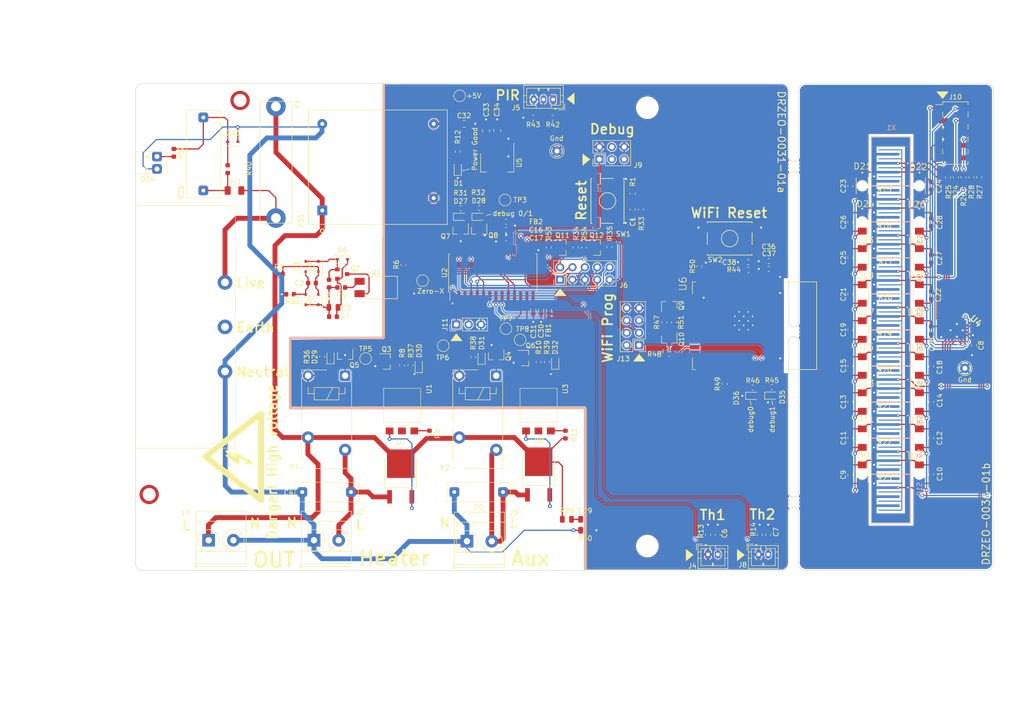
<source format=kicad_pcb>
(kicad_pcb (version 20240108) (generator "pcbnew") (generator_version "8.0")
  (title_block (title "Smart Desk Prototype") (date "2024-06-14") (rev "1.0"))
  (layers (0 "F.Cu" signal) (31 "B.Cu" signal) (35 "F.Paste" user) (36 "B.SilkS" user "B.Silkscreen") (37 "F.SilkS" user "F.Silkscreen") (38 "B.Mask" user) (39 "F.Mask" user) (44 "Edge.Cuts" user))
  (net 0 "")
  (net 1 "Net-(J1-Pad2)")
  (net 2 "Net-(F1-Pad2)")
  (net 3 "GND")
  (net 4 "+5V")
  (net 5 "Net-(J9-Pad5)")
  (net 6 "Net-(J9-Pad4)")
  (net 7 "Net-(J9-Pad3)")
  (net 8 "Net-(R1-Pad1)")
  (net 9 "/ResetB")
  (net 10 "/UPDI")
  (net 11 "/Power/auxLive")
  (net 12 "/Power/heaterLive")
  (net 13 "Net-(Q1-Pad2)")
  (net 14 "Net-(Q1-Pad1)")
  (net 15 "Net-(C2-Pad2)")
  (net 16 "Net-(C2-Pad1)")
  (net 17 "Net-(C3-Pad2)")
  (net 18 "Net-(C3-Pad1)")
  (net 19 "Net-(D3-Pad2)")
  (net 20 "Net-(D7-Pad2)")
  (net 21 "Net-(D8-Pad2)")
  (net 22 "Net-(Q3-Pad3)")
  (net 23 "Net-(R8-Pad1)")
  (net 24 "Net-(R9-Pad2)")
  (net 25 "Net-(R10-Pad1)")
  (net 26 "Net-(R11-Pad2)")
  (net 27 "Net-(U1-Pad5)")
  (net 28 "Net-(U1-Pad3)")
  (net 29 "Net-(U3-Pad5)")
  (net 30 "Net-(U3-Pad3)")
  (net 31 "NEUTRAL")
  (net 32 "LIVE")
  (net 33 "/ZCD/zeroCross")
  (net 34 "/Power/heaterTrigger")
  (net 35 "/Power/auxRelay")
  (net 36 "/Power/heaterRelay")
  (net 37 "Net-(Q6-Pad3)")
  (net 38 "/Power/auxTrigger")
  (net 39 "/AIN0")
  (net 40 "/AIN1")
  (net 41 "Net-(D1-Pad2)")
  (net 42 "Net-(C8-Pad1)")
  (net 43 "/UI/Col1")
  (net 44 "/UI/Col2")
  (net 45 "/UI/Row2")
  (net 46 "/UI/Row1")
  (net 47 "/UI/XLine3")
  (net 48 "/UI/XLine2")
  (net 49 "/UI/XLine0")
  (net 50 "/UI/XLine1")
  (net 51 "/UI/YLine0")
  (net 52 "/UI/XLine3_B")
  (net 53 "/UI/XLine2_B")
  (net 54 "/UI/XLine0_B")
  (net 55 "/UI/XLine1_B")
  (net 56 "/UI/YLine0_B")
  (net 57 "Net-(R15-Pad2)")
  (net 58 "Net-(R15-Pad1)")
  (net 59 "Net-(R16-Pad1)")
  (net 60 "Net-(R17-Pad1)")
  (net 61 "Net-(R18-Pad1)")
  (net 62 "Net-(R19-Pad1)")
  (net 63 "Net-(R20-Pad1)")
  (net 64 "Net-(R21-Pad1)")
  (net 65 "Net-(R22-Pad1)")
  (net 66 "Net-(R23-Pad1)")
  (net 67 "Net-(R24-Pad1)")
  (net 68 "Net-(U4-Pad4)")
  (net 69 "/UI/Col9")
  (net 70 "/UI/Col8")
  (net 71 "/UI/Col7")
  (net 72 "/UI/Col6")
  (net 73 "/UI/Col5")
  (net 74 "/UI/Col4")
  (net 75 "/UI/Col3")
  (net 76 "Net-(U4-Pad14)")
  (net 77 "Net-(U4-Pad13)")
  (net 78 "Net-(U4-Pad12)")
  (net 79 "Net-(U4-Pad10)")
  (net 80 "Net-(U4-Pad9)")
  (net 81 "/Debug_TxD")
  (net 82 "/Debug_RxD")
  (net 83 "/RxD")
  (net 84 "/TxD")
  (net 85 "/ZCD_In")
  (net 86 "Net-(C29-Pad2)")
  (net 87 "Net-(C30-Pad1)")
  (net 88 "Net-(D27-Pad2)")
  (net 89 "Net-(D27-Pad1)")
  (net 90 "Net-(D28-Pad2)")
  (net 91 "Net-(D28-Pad1)")
  (net 92 "/LED_0")
  (net 93 "/LED_1")
  (net 94 "+3V3")
  (net 95 "Net-(D29-Pad2)")
  (net 96 "Net-(D29-Pad1)")
  (net 97 "Net-(D30-Pad1)")
  (net 98 "Net-(D31-Pad2)")
  (net 99 "Net-(D31-Pad1)")
  (net 100 "Net-(D32-Pad1)")
  (net 101 "Net-(C35-Pad2)")
  (net 102 "Net-(C35-Pad1)")
  (net 103 "/PIRTrig_5V")
  (net 104 "/ESP32-WROOM/EN")
  (net 105 "Net-(D35-Pad2)")
  (net 106 "Net-(D36-Pad2)")
  (net 107 "/ESP32-WROOM/DTR")
  (net 108 "/ESP32-WROOM/RTS")
  (net 109 "Net-(J13-Pad2)")
  (net 110 "Net-(J13-Pad1)")
  (net 111 "Net-(Q9-Pad1)")
  (net 112 "/ESP32-WROOM/IO0_BOOT")
  (net 113 "Net-(Q10-Pad1)")
  (net 114 "/ESP32-WROOM/debug1")
  (net 115 "/ESP32-WROOM/debug0")
  (net 116 "Net-(R48-Pad2)")
  (net 117 "Net-(R49-Pad2)")
  (net 118 "Net-(R50-Pad1)")
  (net 119 "Net-(U6-Pad37)")
  (net 120 "Net-(U6-Pad31)")
  (net 121 "Net-(U6-Pad30)")
  (net 122 "Net-(U6-Pad28)")
  (net 123 "Net-(U6-Pad27)")
  (net 124 "Net-(U6-Pad26)")
  (net 125 "Net-(U6-Pad24)")
  (net 126 "Net-(U6-Pad22)")
  (net 127 "Net-(U6-Pad21)")
  (net 128 "Net-(U6-Pad20)")
  (net 129 "Net-(U6-Pad19)")
  (net 130 "Net-(U6-Pad18)")
  (net 131 "Net-(U6-Pad17)")
  (net 132 "Net-(U6-Pad16)")
  (net 133 "Net-(U6-Pad13)")
  (net 134 "Net-(U6-Pad12)")
  (net 135 "Net-(U6-Pad11)")
  (net 136 "Net-(U6-Pad10)")
  (net 137 "Net-(U6-Pad9)")
  (net 138 "Net-(U6-Pad8)")
  (net 139 "Net-(U6-Pad7)")
  (net 140 "Net-(U6-Pad6)")
  (net 141 "Net-(U6-Pad5)")
  (net 142 "Net-(U6-Pad4)")
  (net 143 "Net-(D34-Pad2)")
  (net 144 "Net-(C16-Pad1)")
  (net 145 "/UI/I2C_SCL_3v3")
  (net 146 "/UI/I2C_SDA_3v3")
  (net 147 "/UI/I2C_SCL_5V")
  (net 148 "/UI/I2C_SDA_5V")
  (net 149 "/UI/I2C_SDA_5V_B")
  (net 150 "/UI/I2C_SCL_5V_B")
  (footprint "Mounting_Holes:MountingHole_4.3mm_M4" (layer "F.Cu") (at 40 35)
    (property "Reference" "H1" (hide yes))
    (property "Value" "MountingHole" (hide yes))
  )
  (footprint "Mounting_Holes:MountingHole_4.3mm_M4" (layer "F.Cu") (at 40 125)
    (property "Reference" "H2" (hide yes))
    (property "Value" "MountingHole" (hide yes))
  )
  (footprint "Mounting_Holes:MountingHole_4.3mm_M4" (layer "F.Cu") (at 140 35)
    (property "Reference" "H3" (hide yes))
    (property "Value" "MountingHole" (hide yes))
  )
  (footprint "Mounting_Holes:MountingHole_4.3mm_M4" (layer "F.Cu") (at 140 125)
    (property "Reference" "H4" (hide yes))
    (property "Value" "MountingHole" (hide yes))
  )
  (footprint "SmartDesk:Bulgin-PX0580-PC" (layer "F.Cu") (at 43.7 80 90)
    (property "Reference" "J1")
    (property "Value" "Conn_01x03_Female")
  )
  (footprint "SmartDesk:Bulgin-FX0321" (layer "F.Cu") (at 63.8 46.2 -90)
    (property "Reference" "F1")
    (property "Value" "Fuse")
  )
  (footprint "TerminalBlock_Phoenix:TerminalBlock_Phoenix_MKDS-3-2-5.08_1x02_P5.08mm_Horizontal" (layer "F.Cu") (at 71.6 123.8)
    (property "Reference" "J2")
    (property "Value" "Conn_01x02_Female")
  )
  (footprint "TerminalBlock_Phoenix:TerminalBlock_Phoenix_MKDS-3-2-5.08_1x02_P5.08mm_Horizontal" (layer "F.Cu") (at 103 124)
    (property "Reference" "J3")
    (property "Value" "Conn_01x02_Female")
  )
  (footprint "Connector_JST:JST_PH_B2B-PH-K_1x02_P2.00mm_Vertical" (layer "F.Cu") (at 152.45 126.7)
    (property "Reference" "J4")
    (property "Value" "Conn_01x02_Female")
  )
  (footprint "Fiducials:Fiducial_Modern_CopperTop" (layer "F.Cu") (at 56.45 33.5)
    (property "Reference" "FID1" (hide yes))
    (property "Value" "Fiducial")
  )
  (footprint "Fiducials:Fiducial_Modern_CopperTop" (layer "F.Cu") (at 164.25 111.6)
    (property "Reference" "FID2" (hide yes))
    (property "Value" "Fiducial")
  )
  (footprint "Fiducials:Fiducial_Modern_CopperTop" (layer "F.Cu") (at 162.2 34.4)
    (property "Reference" "FID3" (hide yes))
    (property "Value" "Fiducial")
  )
  (footprint "Fiducials:Fiducial_Modern_CopperTop" (layer "F.Cu") (at 37.8 114.4)
    (property "Reference" "FID4" (hide yes))
    (property "Value" "Fiducial")
  )
  (footprint "Fiducials:Fiducial_Modern_CopperTop" (layer "F.Cu") (at 190 127.1)
    (property "Reference" "FID5" (hide yes))
    (property "Value" "Fiducial")
  )
  (footprint "Fiducials:Fiducial_Modern_CopperTop" (layer "F.Cu") (at 190.3 32.95)
    (property "Reference" "FID6" (hide yes))
    (property "Value" "Fiducial")
  )
  (footprint "Panelization:mouse-bite-2mm-slot" (layer "F.Cu") (at 170 81 90)
    (property "Reference" "PZ1" (hide yes))
    (property "Value" "Panel-tab-edge" (hide yes))
  )
  (footprint "Panelization:mouse-bite-2mm-slot" (layer "F.Cu") (at 170 116 90)
    (property "Reference" "PZ2" (hide yes))
    (property "Value" "Panel-tab-edge" (hide yes))
  )
  (footprint "Panelization:mouse-bite-2mm-slot" (layer "F.Cu") (at 170 47 90)
    (property "Reference" "PZ3" (hide yes))
    (property "Value" "Panel-tab-edge" (hide yes))
  )
  (footprint "SmartDesk:CONV_RAC03-05SK" (layer "F.Cu") (at 84.7 47.2 90)
    (property "Reference" "PS1")
    (property "Value" "RAC03-05SK")
  )
  (footprint "Connector_JST:JST_PH_B3B-PH-K_1x03_P2.00mm_Vertical" (layer "F.Cu") (at 120.7 33.3 180)
    (property "Reference" "J5")
    (property "Value" "Conn_01x03_Female")
  )
  (footprint "TerminalBlock_Phoenix:TerminalBlock_Phoenix_MKDS-3-2-5.08_1x02_P5.08mm_Horizontal" (layer "F.Cu") (at 50 123.8)
    (property "Reference" "J7")
    (property "Value" "Conn_01x02_Female")
  )
  (footprint "Connector_JST:JST_PH_B2B-PH-K_1x02_P2.00mm_Vertical" (layer "F.Cu") (at 162.8 126.7)
    (property "Reference" "J8")
    (property "Value" "dnf")
  )
  (footprint "SmartDesk:2-1437565-8" (layer "F.Cu") (at 131.82 54.13 90)
    (property "Reference" "SW1")
    (property "Value" "SW_DPST")
  )
  (footprint "Resistor_SMD:R_0603_1608Metric" (layer "F.Cu") (at 137 52.63 -90)
    (property "Reference" "R1")
    (property "Value" "330R")
  )
  (footprint "Connector_PinHeader_2.54mm:PinHeader_2x03_P2.54mm_Vertical" (layer "F.Cu") (at 130.17 45.58 90)
    (property "Reference" "J9")
    (property "Value" "AVR-UPDI-6")
  )
  (footprint "Capacitor_SMD:C_0603_1608Metric" (layer "F.Cu") (at 137 55.9 -90)
    (property "Reference" "C1")
    (property "Value" "100n")
  )
  (footprint "SmartDesk:TE_OJE-SH-105HM" (layer "F.Cu") (at 78 90 -90)
    (property "Reference" "K1")
    (property "Value" "TE OJE-SH-105HM,000 ")
  )
  (footprint "SmartDesk:SOIC254P1016X385-4N" (layer "F.Cu") (at 85.5 71.9)
    (property "Reference" "Q1")
    (property "Value" "FOD817S")
  )
  (footprint "Capacitor_SMD:C_0603_1608Metric" (layer "F.Cu") (at 71.2 71)
    (property "Reference" "C2")
    (property "Value" "1n")
  )
  (footprint "Capacitor_SMD:C_0805_2012Metric" (layer "F.Cu") (at 75.6 76)
    (property "Reference" "C3")
    (property "Value" "10u")
  )
  (footprint "Diode_SMD:D_SOD-323" (layer "F.Cu") (at 69.9 74.4 90)
    (property "Reference" "D2")
    (property "Value" "1N4148W")
  )
  (footprint "Diode_SMD:D_SOD-323" (layer "F.Cu") (at 69.9 67.6 90)
    (property "Reference" "D3")
    (property "Value" "1N4148W")
  )
  (footprint "Diode_SMD:D_SOD-323" (layer "F.Cu") (at 72.5 74.4 90)
    (property "Reference" "D4")
    (property "Value" "1N4148W")
  )
  (footprint "Diode_SMD:D_SOD-323" (layer "F.Cu") (at 72.5 67.6 90)
    (property "Reference" "D5")
    (property "Value" "1N4148W")
  )
  (footprint "Diode_SMD:D_SOD-323" (layer "F.Cu") (at 77.45 66.1)
    (property "Reference" "D6")
    (property "Value" "1N4148W")
  )
  (footprint "Resistor_SMD:R_0603_1608Metric" (layer "F.Cu") (at 64.4 69.1 180)
    (property "Reference" "R2")
    (property "Value" "100k")
  )
  (footprint "Resistor_SMD:R_0603_1608Metric" (layer "F.Cu") (at 66.7 73.3 180)
    (property "Reference" "R3")
    (property "Value" "100k")
  )
  (footprint "Resistor_SMD:R_0603_1608Metric" (layer "F.Cu") (at 74.7 71.1 90)
    (property "Reference" "R4")
    (property "Value" "47k")
  )
  (footprint "Resistor_SMD:R_0603_1608Metric" (layer "F.Cu") (at 77.2 71.9 180)
    (property "Reference" "R5")
    (property "Value" "250R")
  )
  (footprint "Resistor_SMD:R_0603_1608Metric" (layer "F.Cu") (at 90 67.3 -90)
    (property "Reference" "R6")
    (property "Value" "4k7")
  )
  (footprint "SmartDesk:Symbol_Highvoltage_Type2_Silk_Small" (layer "F.Cu") (at 56.95 106.65 90)
    (property "Reference" "S1" (hide yes))
    (property "Value" "SYM_Flash_Small")
  )
  (footprint "SmartDesk:DPAK228P987X240-3N" (layer "F.Cu") (at 89.4 110.7)
    (property "Reference" "D7")
    (property "Value" "ACST210-8B")
  )
  (footprint "Package_TO_SOT_SMD:SOT-23" (layer "F.Cu") (at 86.5 87.1)
    (property "Reference" "Q3")
    (property "Value" "2N7002")
  )
  (footprint "Resistor_SMD:R_0603_1608Metric" (layer "F.Cu") (at 75.5 77.9)
    (property "Reference" "R7")
    (property "Value" "10k")
  )
  (footprint "Resistor_SMD:R_0603_1608Metric" (layer "F.Cu") (at 89.7 87.9 90)
    (property "Reference" "R8")
    (property "Value" "380R")
  )
  (footprint "Resistor_SMD:R_0603_1608Metric" (layer "F.Cu") (at 95.3 102.1 90)
    (property "Reference" "R9")
    (property "Value" "360R")
  )
  (footprint "SmartDesk:MOC302X-SON6" (layer "F.Cu") (at 92.2 90.9 -90)
    (property "Reference" "U1")
    (property "Value" "MOC3020")
  )
  (footprint "SmartDesk:B32921C3223M289" (layer "F.Cu") (at 111.9 111.9 180)
    (property "Reference" "C5")
    (property "Value" "dnf")
  )
  (footprint "SmartDesk:DPAK228P987X240-3N" (layer "F.Cu") (at 117.7 110.3)
    (property "Reference" "D8")
    (property "Value" "dnf")
  )
  (footprint "Package_TO_SOT_SMD:SOT-23" (layer "F.Cu") (at 109 86 -90)
    (property "Reference" "Q4")
    (property "Value" "dnf")
  )
  (footprint "Package_TO_SOT_SMD:SOT-23" (layer "F.Cu") (at 78 85.9 -90)
    (property "Reference" "Q5")
    (property "Value" "2N7002")
  )
  (footprint "Package_TO_SOT_SMD:SOT-23" (layer "F.Cu") (at 114.9 86.4)
    (property "Reference" "Q6")
    (property "Value" "dnf")
  )
  (footprint "Resistor_SMD:R_0603_1608Metric" (layer "F.Cu") (at 117.7 87.2 90)
    (property "Reference" "R10")
    (property "Value" "dnf")
  )
  (footprint "Resistor_SMD:R_0603_1608Metric" (layer "F.Cu") (at 123.2 102.1 90)
    (property "Reference" "R11")
    (property "Value" "dnf")
  )
  (footprint "SmartDesk:MOC302X-SON6" (layer "F.Cu") (at 120.2 90.9 -90)
    (property "Reference" "U3")
    (property "Value" "dnf")
  )
  (footprint "SmartDesk:TE_OJE-SH-105HM" (layer "F.Cu") (at 109 90 -90)
    (property "Reference" "K2")
    (property "Value" "dnf")
  )
  (footprint "Capacitor_SMD:C_0603_1608Metric" (layer "F.Cu") (at 154.45 122.7 90)
    (property "Reference" "C6")
    (property "Value" "1u")
  )
  (footprint "Capacitor_SMD:C_0603_1608Metric" (layer "F.Cu") (at 164.8 122.7 90)
    (property "Reference" "C7")
    (property "Value" "dnf")
  )
  (footprint "LED_SMD:LED_0603_1608Metric" (layer "F.Cu") (at 101.1 47.4 90)
    (property "Reference" "D1")
    (property "Value" "KP-1608MGC")
  )
  (footprint "Resistor_SMD:R_0603_1608Metric" (layer "F.Cu") (at 101.1 44 -90)
    (property "Reference" "R12")
    (property "Value" "145R")
  )
  (footprint "Resistor_SMD:R_0603_1608Metric" (layer "F.Cu") (at 152.45 122.7 90)
    (property "Reference" "R13")
    (property "Value" "100k")
  )
  (footprint "Resistor_SMD:R_0603_1608Metric" (layer "F.Cu") (at 163.05 122.7 90)
    (property "Reference" "R14")
    (property "Value" "dnf")
  )
  (footprint "Capacitor_SMD:C_0603_1608Metric" (layer "F.Cu") (at 181.65 110.35 90)
    (property "Reference" "C9")
    (property "Value" "10n")
  )
  (footprint "Capacitor_SMD:C_0603_1608Metric" (layer "F.Cu") (at 198.25 110.3 90)
    (property "Reference" "C10")
    (property "Value" "10n")
  )
  (footprint "Capacitor_SMD:C_0603_1608Metric" (layer "F.Cu") (at 181.65 102.8 90)
    (property "Reference" "C11")
    (property "Value" "10n")
  )
  (footprint "Capacitor_SMD:C_0603_1608Metric" (layer "F.Cu") (at 198.25 102.8 90)
    (property "Reference" "C12")
    (property "Value" "10n")
  )
  (footprint "Capacitor_SMD:C_0603_1608Metric" (layer "F.Cu") (at 181.65 95.4 90)
    (property "Reference" "C13")
    (property "Value" "10n")
  )
  (footprint "Capacitor_SMD:C_0603_1608Metric" (layer "F.Cu") (at 198.25 95.4 90)
    (property "Reference" "C14")
    (property "Value" "10n")
  )
  (footprint "Capacitor_SMD:C_0603_1608Metric" (layer "F.Cu") (at 198.25 88.1 90)
    (property "Reference" "C18")
    (property "Value" "10n")
  )
  (footprint "Capacitor_SMD:C_0603_1608Metric" (layer "F.Cu") (at 181.65 80.6 90)
    (property "Reference" "C19")
    (property "Value" "10n")
  )
  (footprint "Capacitor_SMD:C_0603_1608Metric" (layer "F.Cu") (at 198.25 80.7 90)
    (property "Reference" "C20")
    (property "Value" "10n")
  )
  (footprint "Capacitor_SMD:C_0603_1608Metric" (layer "F.Cu") (at 181.65 73.3 90)
    (property "Reference" "C21")
    (property "Value" "10n")
  )
  (footprint "Capacitor_SMD:C_0603_1608Metric" (layer "F.Cu") (at 198.25 73.5 90)
    (property "Reference" "C22")
    (property "Value" "10n")
  )
  (footprint "Capacitor_SMD:C_0603_1608Metric" (layer "F.Cu") (at 181.65 51.1 90)
    (property "Reference" "C23")
    (property "Value" "10n")
  )
  (footprint "Connector_PinHeader_2.54mm:PinHeader_2x05_P2.54mm_Vertical" (layer "F.Cu") (at 122.1 70.3 90)
    (property "Reference" "J6")
    (property "Value" "Conn_02x05_Odd_Even")
  )
  (footprint "Resistor_SMD:R_0603_1608Metric" (layer "F.Cu") (at 186.5 51.025 90)
    (property "Reference" "R15")
    (property "Value" "3k3")
  )
  (footprint "Resistor_SMD:R_0603_1608Metric" (layer "F.Cu") (at 186.51 58.42 90)
    (property "Reference" "R16")
    (property "Value" "3k3")
  )
  (footprint "Resistor_SMD:R_0603_1608Metric" (layer "F.Cu") (at 186.51 73.22 90)
    (property "Reference" "R18")
    (property "Value" "3k3")
  )
  (footprint "Resistor_SMD:R_0603_1608Metric" (layer "F.Cu") (at 186.5 80.62 90)
    (property "Reference" "R19")
    (property "Value" "3k3")
  )
  (footprint "Resistor_SMD:R_0603_1608Metric" (layer "F.Cu") (at 186.51 88.03 90)
    (property "Reference" "R20")
    (property "Value" "3k3")
  )
  (footprint "Resistor_SMD:R_0603_1608Metric" (layer "F.Cu") (at 186.51 95.425 90)
    (property "Reference" "R21")
    (property "Value" "3k3")
  )
  (footprint "Resistor_SMD:R_0603_1608Metric" (layer "F.Cu") (at 186.51 102.83 90)
    (property "Reference" "R22")
    (property "Value" "3k3")
  )
  (footprint "Resistor_SMD:R_0603_1608Metric" (layer "F.Cu") (at 203.3 49.3 90)
    (property "Reference" "R24")
    (property "Value" "1k")
  )
  (footprint "Resistor_SMD:R_0603_1608Metric" (layer "F.Cu") (at 201.7 49.3 90)
    (property "Reference" "R25")
    (property "Value" "1k")
  )
  (footprint "Resistor_SMD:R_0603_1608Metric" (layer "F.Cu") (at 204.9 49.3 90)
    (property "Reference" "R26")
    (property "Value" "1k")
  )
  (footprint "Resistor_SMD:R_0603_1608Metric" (layer "F.Cu") (at 208.1 49.3 90)
    (property "Reference" "R27")
    (property "Value" "1k")
  )
  (footprint "Resistor_SMD:R_0603_1608Metric" (layer "F.Cu") (at 206.5 49.3 90)
    (property "Reference" "R28")
    (property "Value" "1k")
  )
  (footprint "SmartDesk:VARC3216X102N" (layer "F.Cu") (at 184.09 110.23 -90)
    (property "Reference" "D9")
    (property "Value" "KPTL-3216SURCK-01")
  )
  (footprint "SmartDesk:VARC3216X102N" (layer "F.Cu") (at 195.81 110.23 -90)
    (property "Reference" "D10")
    (property "Value" "KPTL-3216SURCK-01")
  )
  (footprint "SmartDesk:VARC3216X102N" (layer "F.Cu") (at 184.09 102.83 -90)
    (property "Reference" "D11")
    (property "Value" "KPTL-3216SURCK-01")
  )
  (footprint "SmartDesk:VARC3216X102N" (layer "F.Cu") (at 195.81 102.83 -90)
    (property "Reference" "D12")
    (property "Value" "KPTL-3216SURCK-01")
  )
  (footprint "SmartDesk:VARC3216X102N" (layer "F.Cu") (at 184.09 95.43 -90)
    (property "Reference" "D13")
    (property "Value" "KPTL-3216SECK-01")
  )
  (footprint "SmartDesk:VARC3216X102N" (layer "F.Cu") (at 195.81 95.43 -90)
    (property "Reference" "D14")
    (property "Value" "KPTL-3216SECK-01")
  )
  (footprint "SmartDesk:VARC3216X102N" (layer "F.Cu") (at 184.09 88.03 -90)
    (property "Reference" "D15")
    (property "Value" "KPTL-3216SECK-01")
  )
  (footprint "SmartDesk:VARC3216X102N" (layer "F.Cu") (at 195.81 88.03 -90)
    (property "Reference" "D16")
    (property "Value" "KPTL-3216SECK-01")
  )
  (footprint "SmartDesk:VARC3216X102N" (layer "F.Cu") (at 184.09 80.63 -90)
    (property "Reference" "D17")
    (property "Value" "KPTL-3216SECK-01")
  )
  (footprint "SmartDesk:VARC3216X102N" (layer "F.Cu") (at 195.81 80.63 -90)
    (property "Reference" "D18")
    (property "Value" "KPTL-3216SECK-01")
  )
  (footprint "SmartDesk:VARC3216X102N" (layer "F.Cu") (at 184.09 73.23 -90)
    (property "Reference" "D19")
    (property "Value" "KPTL-3216SECK-01")
  )
  (footprint "SmartDesk:VARC3216X102N" (layer "F.Cu") (at 195.81 73.23 -90)
    (property "Reference" "D20")
    (property "Value" "KPTL-3216SECK-01")
  )
  (footprint "SmartDesk:VARC3216X102N" (layer "F.Cu") (at 184.09 51.03 -90)
    (property "Reference" "D21")
    (property "Value" "KPTL-3216QBC-D-01")
  )
  (footprint "Capacitor_SMD:C_0603_1608Metric" (layer "F.Cu") (at 181.65 65.8 90)
    (property "Reference" "C25")
    (property "Value" "10n")
  )
  (footprint "Capacitor_SMD:C_0603_1608Metric" (layer "F.Cu") (at 181.65 58.5 90)
    (property "Reference" "C26")
    (property "Value" "10n")
  )
  (footprint "Capacitor_SMD:C_0603_1608Metric" (layer "F.Cu") (at 198.25 58.5 90)
    (property "Reference" "C28")
    (property "Value" "10n")
  )
  (footprint "SmartDesk:VARC3216X102N" (layer "F.Cu") (at 184.09 65.83 -90)
    (property "Reference" "D23")
    (property "Value" "KPTL-3216SECK-01")
  )
  (footprint "SmartDesk:VARC3216X102N" (layer "F.Cu") (at 184.09 58.43 -90)
    (property "Reference" "D24")
    (property "Value" "KPTL-3216SECK-01")
  )
  (footprint "SmartDesk:VARC3216X102N" (layer "F.Cu") (at 195.81 65.83 -90)
    (property "Reference" "D25")
    (property "Value" "KPTL-3216SECK-01")
  )
  (footprint "SmartDesk:VARC3216X102N" (layer "F.Cu") (at 195.81 58.43 -90)
    (property "Reference" "D26")
    (property "Value" "KPTL-3216SECK-01")
  )
  (footprint "Resistor_SMD:R_0603_1608Metric" (layer "F.Cu") (at 186.51 110.225 90)
    (property "Reference" "R23")
    (property "Value" "3k3")
  )
  (footprint "Resistor_SMD:R_0603_1608Metric" (layer "F.Cu") (at 186.51 65.82 90)
    (property "Reference" "R17")
    (property "Value" "3k3")
  )
  (footprint "Capacitor_SMD:C_0603_1608Metric" (layer "F.Cu") (at 181.65 88 90)
    (property "Reference" "C15")
    (property "Value" "10n")
  )
  (footprint "SmartDesk:VARC3216X102N" (layer "F.Cu") (at 195.81 51.03 -90)
    (property "Reference" "D22")
    (property "Value" "KPTL-3216QBC-D-01")
  )
  (footprint "Capacitor_SMD:C_0603_1608Metric" (layer "F.Cu") (at 198.25 51 90)
    (property "Reference" "C24")
    (property "Value" "10n")
  )
  (footprint "Capacitor_SMD:C_0603_1608Metric" (layer "F.Cu") (at 198.25 66 90)
    (property "Reference" "C27")
    (property "Value" "10n")
  )
  (footprint "Connector_PinHeader_2.54mm:PinHeader_2x05_P2.54mm_Vertical_SMD" (layer "F.Cu") (at 203.2 40.2)
    (property "Reference" "J10")
    (property "Value" "Conn_02x05_Odd_Even")
  )
  (footprint "Connector_PinHeader_2.54mm:PinHeader_1x03_P2.54mm_Vertical" (layer "F.Cu") (at 100.8 79.5 90)
    (property "Reference" "J11")
    (property "Value" "Conn_01x03_Female")
  )
  (footprint "QFN50P400X400X80-25N-D" (layer "F.Cu") (at 203.5 80.7 135)
    (property "Reference" "U4")
    (property "Value" "IS31FL3728-QFLS2-TR" (hide yes))
  )
  (footprint "Capacitor_SMD:C_0805_2012Metric" (layer "F.Cu") (at 127.25 119.5 180)
    (property "Reference" "C29")
    (property "Value" "dnf")
  )
  (footprint "Capacitor_SMD:C_0603_1608Metric" (layer "F.Cu") (at 118.2 76.5 -90)
    (property "Reference" "C30")
    (property "Value" "100n")
  )
  (footprint "Capacitor_SMD:C_0603_1608Metric" (layer "F.Cu") (at 116.6 76.5 -90)
    (property "Reference" "C31")
    (property "Value" "10n")
  )
  (footprint "LED_SMD:LED_0603_1608Metric" (layer "F.Cu") (at 101.7 57.4)
    (property "Reference" "D27")
    (property "Value" "KP-1608MGC")
  )
  (footprint "LED_SMD:LED_0603_1608Metric" (layer "F.Cu") (at 105.5 57.4)
    (property "Reference" "D28")
    (property "Value" "KP-1608MGC")
  )
  (footprint "Resistor_SMD:R_0805_2012Metric" (layer "F.Cu") (at 123.5 119.5 180)
    (property "Reference" "R29")
    (property "Value" "dnf")
  )
  (footprint "Resistor_SMD:R_0805_2012Metric" (layer "F.Cu") (at 127.25 121.75 180)
    (property "Reference" "R30")
    (property "Value" "dnf(1M)")
  )
  (footprint "Resistor_SMD:R_0603_1608Metric" (layer "F.Cu") (at 101.7 55.6)
    (property "Reference" "R31")
    (property "Value" "145R")
  )
  (footprint "Resistor_SMD:R_0603_1608Metric" (layer "F.Cu") (at 105.5 55.6)
    (property "Reference" "R32")
    (property "Value" "145R")
  )
  (footprint "Package_TO_SOT_SMD:SOT-23" (layer "F.Cu") (at 101.7 60.2 -90)
    (property "Reference" "Q7")
    (property "Value" "2N7002")
  )
  (footprint "Package_TO_SOT_SMD:SOT-23" (layer "F.Cu") (at 105.5 60.2 -90)
    (property "Reference" "Q8")
    (property "Value" "2N7002")
  )
  (footprint "Capacitor_SMD:C_0805_2012Metric" (layer "F.Cu") (at 102.4 38.3)
    (property "Reference" "C32")
    (property "Value" "2u2")
  )
  (footprint "Capacitor_SMD:C_0603_1608Metric" (layer "F.Cu") (at 119.8 76.5 90)
    (property "Reference" "FB1")
    (property "Value" "BLM18PG471SN1")
  )
  (footprint "Resistor_SMD:R_0603_1608Metric" (layer "F.Cu") (at 138.7 55.9 90)
    (property "Reference" "R33")
    (property "Value" "47k")
  )
  (footprint "Resistor_SMD:R_0603_1608Metric" (layer "F.Cu") (at 125.3 63.7 90)
    (property "Reference" "R34")
    (property "Value" "4k7")
  )
  (footprint "Capacitor_SMD:C_0805_2012Metric" (layer "F.Cu") (at 106.9 39.7 90)
    (property "Reference" "C33")
    (property "Value" "10u")
  )
  (footprint "Capacitor_SMD:C_0805_2012Metric" (layer "F.Cu") (at 109.2 39.7 90)
    (property "Reference" "C34")
    (property "Value" "10u")
  )
  (footprint "LED_SMD:LED_0603_1608Metric" (layer "F.Cu") (at 75 86.1 90)
    (property "Reference" "D29")
    (property "Value" "KP-1608SRC")
  )
  (footprint "LED_SMD:LED_0603_1608Metric" (layer "F.Cu") (at 106 86.2 90)
    (property "Reference" "D31")
    (property "Value" "dnf")
  )
  (footprint "LED_SMD:LED_0603_1608Metric" (layer "F.Cu") (at 121.1 87.2 90)
    (property "Reference" "D32")
    (property "Value" "dnf")
  )
  (footprint "Resistor_SMD:R_0603_1608Metric" (layer "F.Cu") (at 73.3 86.1 90)
    (property "Reference" "R36")
    (property "Value" "145R")
  )
  (footprint "Resistor_SMD:R_0603_1608Metric" (layer "F.Cu") (at 91.4 87.9 90)
    (property "Reference" "R37")
    (property "Value" "145R")
  )
  (footprint "Resistor_SMD:R_0603_1608Metric" (layer "F.Cu") (at 104.3 86.2 90)
    (property "Reference" "R38")
    (property "Value" "dnf")
  )
  (footprint "Resistor_SMD:R_0603_1608Metric" (layer "F.Cu") (at 119.4 87.2 90)
    (property "Reference" "R39")
    (property "Value" "dnf")
  )
  (footprint "SmartDesk:SOT-223-lm1117" (layer "F.Cu") (at 109.2 46.3 -90)
    (property "Reference" "U5")
    (property "Value" "LM1117-3.3")
  )
  (footprint "Capacitor_SMD:C_0603_1608Metric" (layer "F.Cu") (at 111 58.4)
    (property "Reference" "FB2")
    (property "Value" "BLM18PG471SN1")
  )
  (footprint "SmartDesk:B32922C3224" (layer "F.Cu") (at 52.4 53.5 90)
    (property "Reference" "C35")
    (property "Value" "220n")
  )
  (footprint "SmartDesk:L-710A8CB" (layer "F.Cu") (at 35 44 -90)
    (property "Reference" "D34")
    (property "Value" "L-710A8CB/1GD")
  )
  (footprint "Resistor_SMD:R_1206_3216Metric" (layer "F.Cu") (at 55.3 52)
    (property "Reference" "R41")
    (property "Value" "100R")
  )
  (footprint "Resistor_SMD:R_0603_1608Metric" (layer "F.Cu") (at 120.59 37.06 180)
    (property "Reference" "R42")
    (property "Value" "dnf")
  )
  (footprint "Resistor_SMD:R_0603_1608Metric" (layer "F.Cu") (at 116.58 37.06 180)
    (property "Reference" "R43")
    (property "Value" "dnf")
  )
  (footprint "Capacitor_SMD:C_0603_1608Metric" (layer "F.Cu") (at 164.95 66.5)
    (property "Reference" "C36")
    (property "Value" "10u")
  )
  (footprint "Capacitor_SMD:C_0603_1608Metric" (layer "F.Cu") (at 164.95 68.1)
    (property "Reference" "C37")
    (property "Value" "100n")
  )
  (footprint "Capacitor_SMD:C_0603_1608Metric" (layer "F.Cu") (at 160.7 66.7 180)
    (property "Reference" "C38")
    (property "Value" "1u")
  )
  (footprint "LED_SMD:LED_0603_1608Metric" (layer "F.Cu") (at 165.55 94.1)
    (property "Reference" "D35")
    (property "Value" "KP-1608MGC")
  )
  (footprint "LED_SMD:LED_0603_1608Metric" (layer "F.Cu") (at 161.65 94.15)
    (property "Reference" "D36")
    (property "Value" "KP-1608MGC")
  )
  (footprint "Pin_Headers:Pin_Header_Straight_2x04_Pitch2.54mm" (layer "F.Cu") (at 138.3 83.75 180)
    (property "Reference" "J13")
    (property "Value" "Conn_01x08_Male")
  )
  (footprint "Package_TO_SOT_SMD:SOT-23" (layer "F.Cu") (at 144.5 75.55 90)
    (property "Reference" "Q9")
    (property "Value" "MMBT2222ALT3G ")
  )
  (footprint "Package_TO_SOT_SMD:SOT-23" (layer "F.Cu") (at 144.5 82.55 -90)
    (property "Reference" "Q10")
    (property "Value" "MMBT2222ALT3G ")
  )
  (footprint "Resistor_SMD:R_0603_1608Metric" (layer "F.Cu") (at 160.7 68.3)
    (property "Reference" "R44")
    (property "Value" "10k")
  )
  (footprint "Resistor_SMD:R_0603_1608Metric" (layer "F.Cu") (at 165.55 92.4)
    (property "Reference" "R45")
    (property "Value" "145R")
  )
  (footprint "Resistor_SMD:R_0603_1608Metric" (layer "F.Cu") (at 161.6375 92.45)
    (property "Reference" "R46")
    (property "Value" "145R")
  )
  (footprint "Resistor_SMD:R_0603_1608Metric" (layer "F.Cu") (at 143.5 79.05 -90)
    (property "Reference" "R47")
    (property "Value" "10k")
  )
  (footprint "Resistor_SMD:R_0603_1608Metric" (layer "F.Cu") (at 144.5 85.5)
    (property "Reference" "R48")
    (property "Value" "10k")
  )
  (footprint "Resistor_SMD:R_0603_1608Metric" (layer "F.Cu") (at 155.85 91.7 90)
    (property "Reference" "R49")
    (property "Value" "10k")
  )
  (footprint "Resistor_SMD:R_0603_1608Metric" (layer "F.Cu") (at 150.7 67.55 90)
    (property "Reference" "R50")
    (property "Value" "10k")
  )
  (footprint "Resistor_SMD:R_0603_1608Metric" (layer "F.Cu") (at 145.5 79.05 -90)
    (property "Reference" "R51")
    (property "Value" "10k")
  )
  (footprint "SmartDesk:2-1437565-8" (layer "F.Cu") (at 156.9 61.85)
    (property "Reference" "SW2")
    (property "Value" "SW_DPST")
  )
  (footprint "SmartDesk:MODULE_ESP32-WROOM-32" (layer "F.Cu") (at 162 79.75 -90)
    (property "Reference" "U6")
    (property "Value" "ESP32-WROOM-32")
  )
  (footprint "Resistor_SMD:R_0603_1608Metric" (layer "F.Cu") (at 127 63.7 90)
    (property "Reference" "R54")
    (property "Value" "4k7")
  )
  (footprint "Resistor_SMD:R_0603_1608Metric" (layer "F.Cu") (at 132.2 63.6 90)
    (property "Reference" "R35")
    (property "Value" "4k7")
  )
  (footprint "Resistor_SMD:R_0603_1608Metric" (layer "F.Cu") (at 42.85 44.25 -90)
    (property "Reference" "R52")
    (property "Value" "0R")
  )
  (footprint "SmartDesk:B32921C3223M289" (layer "F.Cu") (at 80.7 111.9 180)
    (property "Reference" "C4")
    (property "Value" "dnf")
  )
  (footprint "LED_SMD:LED_0603_1608Metric" (layer "F.Cu") (at 93.1 87.9 90)
    (property "Reference" "D30")
    (property "Value" "KP-1608SRC")
  )
  (footprint "Package_TO_SOT_SMD:SOT-23" (layer "F.Cu") (at 122.6 63.7)
    (property "Reference" "Q11")
    (property "Value" "BSS138")
  )
  (footprint "Package_TO_SOT_SMD:SOT-23" (layer "F.Cu") (at 129.6 63.7)
    (property "Reference" "Q12")
    (property "Value" "BSS138")
  )
  (footprint "Resistor_SMD:R_0603_1608Metric" (layer "F.Cu") (at 119.8 63.7 90)
    (property "Reference" "R53")
    (property "Value" "4k7")
  )
  (footprint "Capacitor_SMD:C_0603_1608Metric" (layer "F.Cu") (at 111 61.8)
    (property "Reference" "C17")
    (property "Value" "10n")
  )
  (footprint "Capacitor_SMD:C_0603_1608Metric" (layer "F.Cu") (at 111 60.1)
    (property "Reference" "C16")
    (property "Value" "100n")
  )
  (footprint "Package_SO:SOIC-28W_7.5x17.9mm_P1.27mm" (layer "F.Cu") (at 108.3 68.9 90)
    (property "Reference" "U2")
    (property "Value" "AVRxxDA28")
  )
  (footprint "Resistor_SMD:R_0603_1608Metric" (layer "F.Cu") (at 53.9 47.6 90)
    (property "Reference" "R40")
    (property "Value" "1M")
  )
  (footprint "Diode_SMD:D_SOD-323" (layer "F.Cu") (at 54.95 42)
    (property "Reference" "D33")
    (property "Value" "1N4148W")
  )
  (footprint "Capacitor_SMD:C_0603_1608Metric" (layer "F.Cu") (at 207.05 83.8 -90)
    (property "Reference" "C8")
    (property "Value" "100n")
  )
  (footprint "Package_TO_SOT_SMD:SOT-23" (layer "F.Cu") (at 77.4 69.15)
    (property "Reference" "Q2")
    (property "Value" "BC847")
  )
  (footprint "TestPoint:TestPoint_Pad_D2.0mm" (layer "F.Cu") (at 101.5 32.55)
    (property "Reference" "TP2" (hide yes))
    (property "Value" "TestPoint")
  )
  (footprint "TestPoint:TestPoint_Pad_D2.0mm" (layer "F.Cu") (at 110.8 53.95)
    (property "Reference" "TP3")
    (property "Value" "TestPoint")
  )
  (footprint "TestPoint:TestPoint_Pad_D2.0mm" (layer "F.Cu") (at 93.9 70.5)
    (property "Reference" "TP4" (hide yes))
    (property "Value" "TestPoint")
  )
  (footprint "TestPoint:TestPoint_Pad_D2.0mm" (layer "F.Cu") (at 82.2 86.5)
    (property "Reference" "TP5")
    (property "Value" "TestPoint")
  )
  (footprint "TestPoint:TestPoint_Pad_D2.0mm" (layer "F.Cu") (at 98.15 83.85)
    (property "Reference" "TP6")
    (property "Value" "TestPoint")
  )
  (footprint "TestPoint:TestPoint_Pad_D2.0mm" (layer "F.Cu") (at 111 80.35)
    (property "Reference" "TP7")
    (property "Value" "TestPoint")
  )
  (footprint "TestPoint:TestPoint_Pad_D2.0mm" (layer "F.Cu") (at 113.9 82.65)
    (property "Reference" "TP8")
    (property "Value" "TestPoint")
  )
  (footprint "TestPoint:TestPoint_Loop_D1.80mm_Drill1.0mm_Beaded" (layer "F.Cu") (at 205.15 88.5)
    (property "Reference" "TP9" (hide yes))
    (property "Value" "TestPoint")
  )
  (footprint "TestPoint:TestPoint_Loop_D1.80mm_Drill1.0mm_Beaded" (layer "F.Cu") (at 121.45 43.9)
    (property "Reference" "TP1" (hide yes))
    (property "Value" "TestPoint")
  )
  (footprint "SmartDesk:9SegMutualCapSlider" (layer "B.Cu") (at 193.95 40.975 -90)
    (property "Reference" "X1")
    (property "Value" "9SegMutualCapSlider")
  )
  (gr_line (start 85.9 61.8) (end 85.9 30.25) (stroke (width 0.5)) (layer "B.SilkS"))
  (gr_line (start 85.85 82.2) (end 85.85 61.8) (stroke (width 0.5)) (layer "B.SilkS"))
  (gr_line (start 66.75 82.25) (end 85.85 82.25) (stroke (width 0.5)) (layer "B.SilkS"))
  (gr_line (start 66.75 96.7) (end 66.75 82.25) (stroke (width 0.5)) (layer "B.SilkS"))
  (gr_line (start 66.75 96.7) (end 127.25 96.65) (stroke (width 0.5)) (layer "B.SilkS"))
  (gr_line (start 127.3 129.75) (end 127.3 96.8) (stroke (width 0.5)) (layer "B.SilkS"))
  (gr_line (start 85.9 61.8) (end 85.9 30.25) (stroke (width 0.5)) (layer "F.SilkS"))
  (gr_line (start 85.9 82.2) (end 85.9 61.8) (stroke (width 0.5)) (layer "F.SilkS"))
  (gr_line (start 127.3 129.75) (end 127.3 96.8) (stroke (width 0.5)) (layer "F.SilkS"))
  (gr_poly (pts (xy 199.4 31.7) (xy 201.7 31.7) (xy 200.6 33.15)) (stroke (width 0.1)) (fill solid) (layer "F.SilkS"))
  (gr_poly (pts (xy 123.3 73.6) (xy 121 73.6) (xy 122.1 72.15)) (stroke (width 0.1)) (fill solid) (layer "F.SilkS"))
  (gr_poly (pts (xy 139.5 87.05) (xy 137.2 87.05) (xy 138.3 85.6)) (stroke (width 0.1)) (fill solid) (layer "F.SilkS"))
  (gr_poly (pts (xy 126.75 46.8) (xy 126.75 44.5) (xy 128.2 45.6)) (stroke (width 0.1)) (fill solid) (layer "F.SilkS"))
  (gr_poly (pts (xy 102 82.85) (xy 99.7 82.85) (xy 100.8 81.4)) (stroke (width 0.1)) (fill solid) (layer "F.SilkS"))
  (gr_line (start 66.7 82.25) (end 85.8 82.25) (stroke (width 0.5)) (layer "F.SilkS"))
  (gr_line (start 66.7 96.7) (end 66.7 82.25) (stroke (width 0.5)) (layer "F.SilkS"))
  (gr_line (start 66.7 96.6) (end 127.2 96.55) (stroke (width 0.5)) (layer "F.SilkS"))
  (gr_line (start 161.3 96.05) (end 161.1 95.15) (stroke (width 0.12)) (layer "F.SilkS"))
  (gr_poly (pts (xy 125 32) (xy 125 34.3) (xy 123.55 33.2)) (stroke (width 0.1)) (fill solid) (layer "F.SilkS"))
  (gr_poly (pts (xy 147.95 128) (xy 147.95 125.7) (xy 149.4 126.8)) (stroke (width 0.1)) (fill solid) (layer "F.SilkS"))
  (gr_poly (pts (xy 158.45 128) (xy 158.45 125.7) (xy 159.9 126.8)) (stroke (width 0.1)) (fill solid) (layer "F.SilkS"))
  (gr_line (start 103.55 47.6) (end 101.95 47.95) (stroke (width 0.12)) (layer "F.SilkS"))
  (gr_line (start 108 56.85) (end 107.05 57.1) (stroke (width 0.12)) (layer "F.SilkS"))
  (gr_line (start 165.75 96.05) (end 165.55 95.15) (stroke (width 0.12)) (layer "F.SilkS"))
  (gr_circle (center 100.05 75.15) (end 100.15 75.25) (stroke (width 0.12)) (fill none) (layer "F.SilkS"))
  (gr_line (start 35 128.5) (end 35 31.5) (stroke (width 0.1)) (layer "Edge.Cuts"))
  (gr_line (start 171 128.5) (end 171 118) (stroke (width 0.1)) (layer "Edge.Cuts"))
  (gr_line (start 171 114) (end 171 83) (stroke (width 0.1)) (layer "Edge.Cuts"))
  (gr_line (start 171 79) (end 171 49) (stroke (width 0.1)) (layer "Edge.Cuts"))
  (gr_line (start 171 45) (end 171 31.5) (stroke (width 0.1)) (layer "Edge.Cuts"))
  (gr_line (start 169 83) (end 169 114) (stroke (width 0.1)) (layer "Edge.Cuts"))
  (gr_line (start 169 49) (end 169 79) (stroke (width 0.1)) (layer "Edge.Cuts"))
  (gr_line (start 169 31.5) (end 169 45) (stroke (width 0.1)) (layer "Edge.Cuts"))
  (gr_arc (start 169 49) (mid 170 48) (end 171 49) (stroke (width 0.1)) (layer "Edge.Cuts"))
  (gr_arc (start 171 79) (mid 170 80) (end 169 79) (stroke (width 0.1)) (layer "Edge.Cuts"))
  (gr_arc (start 169 83) (mid 170 82) (end 171 83) (stroke (width 0.1)) (layer "Edge.Cuts"))
  (gr_arc (start 169 118) (mid 170 117) (end 171 118) (stroke (width 0.1)) (layer "Edge.Cuts"))
  (gr_arc (start 171 114) (mid 170 115) (end 169 114) (stroke (width 0.1)) (layer "Edge.Cuts"))
  (gr_arc (start 35 31.5) (mid 35.43934 30.43934) (end 36.5 30) (stroke (width 0.1)) (layer "Edge.Cuts"))
  (gr_arc (start 167.5 30) (mid 168.56066 30.43934) (end 169 31.5) (stroke (width 0.1)) (layer "Edge.Cuts"))
  (gr_arc (start 209.5 30) (mid 210.56066 30.43934) (end 211 31.5) (stroke (width 0.1)) (layer "Edge.Cuts"))
  (gr_arc (start 211 128.5) (mid 210.56066 129.56066) (end 209.5 130) (stroke (width 0.1)) (layer "Edge.Cuts"))
  (gr_arc (start 169 128.5) (mid 168.56066 129.56066) (end 167.5 130) (stroke (width 0.1)) (layer "Edge.Cuts"))
  (gr_arc (start 172.5 130) (mid 171.43934 129.56066) (end 171 128.5) (stroke (width 0.1)) (layer "Edge.Cuts"))
  (gr_arc (start 36.5 130) (mid 35.43934 129.56066) (end 35 128.5) (stroke (width 0.1)) (layer "Edge.Cuts"))
  (gr_line (start 211 31.5) (end 211 128.5) (stroke (width 0.1)) (layer "Edge.Cuts"))
  (gr_line (start 169 118) (end 169 128.5) (stroke (width 0.1)) (layer "Edge.Cuts"))
  (gr_line (start 172.5 30) (end 209.5 30) (stroke (width 0.1)) (layer "Edge.Cuts"))
  (gr_line (start 167.5 130) (end 36.5 130) (stroke (width 0.1)) (layer "Edge.Cuts"))
  (gr_line (start 209.5 130) (end 172.5 130) (stroke (width 0.1)) (layer "Edge.Cuts"))
  (gr_arc (start 171 45) (mid 170 46) (end 169 45) (stroke (width 0.1)) (layer "Edge.Cuts"))
  (gr_arc (start 171 31.5) (mid 171.43934 30.43934) (end 172.5 30) (stroke (width 0.1)) (layer "Edge.Cuts"))
  (gr_line (start 36.5 30) (end 167.5 30) (stroke (width 0.1)) (layer "Edge.Cuts"))
  (gr_text "OUT" (at 63.4 127.85 0) (layer "F.SilkS") (effects (font (size 3 3) (thickness 0.5))))
  (gr_text "Th2" (at 163.6 118.5 0) (layer "F.SilkS") (effects (font (size 2 2) (thickness 0.35))))
  (gr_text "WiFi Prog" (at 131.85 80.2 90) (layer "F.SilkS") (effects (font (size 2 2) (thickness 0.35))))
  (gr_text "WiFi Reset" (at 156.75 56.6 0) (layer "F.SilkS") (effects (font (size 2 2) (thickness 0.35))))
  (gr_text "Reset" (at 126.45 54.05 90) (layer "F.SilkS") (effects (font (size 2 2) (thickness 0.35))))
  (gr_text "DRZEO-0031-01b" (at 209.5 118.4 90) (layer "F.SilkS") (effects (font (size 1.5 1.5) (thickness 0.2))))
  (gr_text "N" (at 59.5 120.4 0) (layer "F.SilkS") (effects (font (size 2 2) (thickness 0.35))))
  (gr_text "L" (at 81 120.65 0) (layer "F.SilkS") (effects (font (size 2 2) (thickness 0.35))))
  (gr_text "L" (at 112.5 120.25 0) (layer "F.SilkS") (effects (font (size 2 2) (thickness 0.35))))
  (gr_text "N" (at 67.05 120.25 0) (layer "F.SilkS") (effects (font (size 2 2) (thickness 0.35))))
  (gr_text "N" (at 98.4 120.3 0) (layer "F.SilkS") (effects (font (size 2 2) (thickness 0.35))))
  (gr_text "debug1" (at 165.6 99 90) (layer "F.SilkS") (effects (font (size 1 1))))
  (gr_text "Neutral" (at 61.1 89.2 0) (layer "F.SilkS") (effects (font (size 2 2) (thickness 0.35))))
  (gr_text "debug 0/1" (at 112.4 56.7 0) (layer "F.SilkS") (effects (font (size 1 1))))
  (gr_text "Danger! High voltage" (at 63.05 107.75 90) (layer "F.SilkS") (effects (font (size 2 2) (thickness 0.35))))
  (gr_text "debug0" (at 161.2 99 90) (layer "F.SilkS") (effects (font (size 1 1))))
  (gr_text "Heater" (at 88.1 127.45 0) (layer "F.SilkS") (effects (font (size 3 3) (thickness 0.5))))
  (gr_text "Th1" (at 153.4 118.6 0) (layer "F.SilkS") (effects (font (size 2 2) (thickness 0.35))))
  (gr_text "Aux" (at 115.95 127.5 0) (layer "F.SilkS") (effects (font (size 3 3) (thickness 0.5))))
  (gr_text "DRZEO-0031-01a" (at 167.5 42.05 270) (layer "F.SilkS") (effects (font (size 1.5 1.5) (thickness 0.2))))
  (gr_text "Debug" (at 132.8 39.4 0) (layer "F.SilkS") (effects (font (size 2 2) (thickness 0.35))))
  (gr_text "Power Good" (at 104.6 43.45 90) (layer "F.SilkS") (effects (font (size 1 1))))
  (gr_text "Earth" (at 59.6 80.1 0) (layer "F.SilkS") (effects (font (size 2 2) (thickness 0.35))))
  (gr_text "PIR" (at 111.35 32.45 0) (layer "F.SilkS") (effects (font (size 2 2) (thickness 0.35))))
  (gr_text "L" (at 45.4 120.75 0) (layer "F.SilkS") (effects (font (size 2 2) (thickness 0.35))))
  (gr_text "Live" (at 58.6 71 0) (layer "F.SilkS") (effects (font (size 2 2) (thickness 0.345))))
  (segment (start 56.7 52) (end 62.3 52) (width 0.25) (layer "F.Cu") (net 2))
  (segment (start 53.35 70.86) (end 53.35 60.05) (width 1) (layer "F.Cu") (net 2))
  (segment (start 55.7 57.7) (end 63.8 57.7) (width 1) (layer "F.Cu") (net 2))
  (segment (start 53.35 60.05) (end 55.7 57.7) (width 1) (layer "F.Cu") (net 2))
  (segment (start 62.3 52) (end 63.8 53.5) (width 0.25) (layer "F.Cu") (net 2))
  (segment (start 63.8 53.5) (end 63.8 57.6) (width 0.25) (layer "F.Cu") (net 2))
  (segment (start 160.685 76.915) (end 160.7 76.9) (width 0.25) (layer "F.Cu") (net 3))
  (segment (start 159.75 80.6) (end 158.9 80.6) (width 0.25) (layer "F.Cu") (net 3))
  (segment (start 157.9 78.75) (end 157.9 80.6) (width 0.25) (layer "F.Cu") (net 3))
  (segment (start 158.785 76.915) (end 158.8 76.9) (width 0.25) (layer "F.Cu") (net 3))
  (segment (start 159.85 78.75) (end 160.7 78.75) (width 0.25) (layer "F.Cu") (net 3))
  (segment (start 200.795002 40.2) (end 200.675 40.2) (width 0.25) (layer "F.Cu") (net 3))
  (segment (start 161.595 76.915) (end 161.595 77.795) (width 0.25) (layer "F.Cu") (net 3))
  (segment (start 158.8 76.9) (end 159.7 76.9) (width 0.25) (layer "F.Cu") (net 3))
  (segment (start 160.8625 94.15) (end 159.5 94.15) (width 0.25) (layer "F.Cu") (net 3))
  (segment (start 108.935 62.465) (end 108.95 62.45) (width 0.25) (layer "F.Cu") (net 3))
  (segment (start 160.7 78.75) (end 161.55 78.75) (width 0.25) (layer "F.Cu") (net 3))
  (segment (start 149.75 74.035) (end 151.515 74.035) (width 0.25) (layer "F.Cu") (net 3))
  (segment (start 111.7875 60.1) (end 111.95 60.1) (width 0.25) (layer "F.Cu") (net 3))
  (segment (start 200.675 37.66) (end 200.675 38.975) (width 0.25) (layer "F.Cu") (net 3))
  (segment (start 159.76 76.915) (end 160.685 76.915) (width 0.25) (layer "F.Cu") (net 3))
  (segment (start 113.9 87.35) (end 112.55 87.35) (width 0.25) (layer "F.Cu") (net 3))
  (segment (start 118.2 77.2875) (end 118.2 78.7) (width 0.25) (layer "F.Cu") (net 3))
  (segment (start 160.6775 76.915) (end 161.485 76.915) (width 0.25) (layer "F.Cu") (net 3))
  (segment (start 154.45 121.9125) (end 154.45 120.6) (width 0.25) (layer "F.Cu") (net 3))
  (segment (start 205.798097 81.23033) (end 205.83033 81.23033) (width 0.25) (layer "F.Cu") (net 3))
  (segment (start 135.52 49.58) (end 135.6 49.5) (width 0.25) (layer "F.Cu") (net 3))
  (segment (start 106.9 38.7625) (end 106.9 37.4) (width 0.25) (layer "F.Cu") (net 3))
  (segment (start 77.1 84.9) (end 78 85.8) (width 0.25) (layer "F.Cu") (net 3))
  (segment (start 158.9 80.6) (end 157.95 80.6) (width 0.25) (layer "F.Cu") (net 3))
  (segment (start 101.7 61.2) (end 101.7 62.4) (width 0.25) (layer "F.Cu") (net 3))
  (segment (start 202.439339 80.7) (end 203.5 80.7) (width 0.25) (layer "F.Cu") (net 3))
  (segment (start 134.07 49.58) (end 135.52 49.58) (width 0.25) (layer "F.Cu") (net 3))
  (segment (start 115.7925 37.06) (end 114.56 37.06) (width 0.25) (layer "F.Cu") (net 3))
  (segment (start 92.13 73.17) (end 92.15 73.15) (width 0.25) (layer "F.Cu") (net 3))
  (segment (start 111.7875 61.7375) (end 111.05 61) (width 0.25) (layer "F.Cu") (net 3))
  (segment (start 206.3 81.7) (end 206.8 81.7) (width 0.25) (layer "F.Cu") (net 3))
  (segment (start 159.75 77.85) (end 159.75 79.65) (width 0.25) (layer "F.Cu") (net 3))
  (segment (start 128.1875 121.75) (end 129.55 121.75) (width 0.25) (layer "F.Cu") (net 3))
  (segment (start 157.925 76.915) (end 158.785 76.915) (width 0.25) (layer "F.Cu") (net 3))
  (segment (start 161.485 76.915) (end 161.5 76.9) (width 0.25) (layer "F.Cu") (net 3))
  (segment (start 161.6 77.8) (end 161.6 79.65) (width 0.25) (layer "F.Cu") (net 3))
  (segment (start 161.595 77.795) (end 161.6 77.8) (width 0.25) (layer "F.Cu") (net 3))
  (segment (start 134.07 58.68) (end 135.52 58.68) (width 0.25) (layer "F.Cu") (net 3))
  (segment (start 200.675 40.2) (end 200.675 41.475) (width 0.25) (layer "F.Cu") (net 3))
  (segment (start 85.5 88.05) (end 84.2 88.05) (width 0.25) (layer "F.Cu") (net 3))
  (segment (start 201.555456 81.583883) (end 202.439339 80.7) (width 0.25) (layer "F.Cu") (net 3))
  (segment (start 201.555456 81.583883) (end 201.039339 82.1) (width 0.25) (layer "F.Cu") (net 3))
  (segment (start 205.267767 80.7) (end 203.5 80.7) (width 0.25) (layer "F.Cu") (net 3))
  (segment (start 200.675 38.975) (end 200.7 39) (width 0.25) (layer "F.Cu") (net 3))
  (segment (start 157.925 78.725) (end 157.9 78.75) (width 0.25) (layer "F.Cu") (net 3))
  (segment (start 152.45 121.9125) (end 152.45 120.6) (width 0.25) (layer "F.Cu") (net 3))
  (segment (start 167.26 71.25) (end 167.26 73.04) (width 0.25) (layer "F.Cu") (net 3))
  (segment (start 164.1625 66.5) (end 162.8 66.5) (width 0.25) (layer "F.Cu") (net 3))
  (segment (start 152.35 59.6) (end 150.5 59.6) (width 0.25) (layer "F.Cu") (net 3))
  (segment (start 159.76 76.915) (end 159.76 77.84) (width 0.25) (layer "F.Cu") (net 3))
  (segment (start 163.05 121.9125) (end 163.05 120.6) (width 0.25) (layer "F.Cu") (net 3))
  (segment (start 206.6 85.8) (end 206.6 85.05) (width 0.25) (layer "F.Cu") (net 3))
  (segment (start 160.65 80.6) (end 159.75 80.6) (width 0.25) (layer "F.Cu") (net 3))
  (segment (start 200.8 40.3) (end 200.7 40.2) (width 0.25) (layer "F.Cu") (net 3))
  (segment (start 111.5 43.15) (end 111.5 41.35) (width 0.25) (layer "F.Cu") (net 3))
  (segment (start 161.55 78.75) (end 161.6 78.7) (width 0.25) (layer "F.Cu") (net 3))
  (segment (start 109.2 38.7625) (end 109.2 37.4) (width 0.25) (layer "F.Cu") (net 3))
  (segment (start 77.05 84.9) (end 77.1 84.9) (width 0.25) (layer "F.Cu") (net 3))
  (segment (start 161.6 80.6) (end 160.65 80.6) (width 0.25) (layer "F.Cu") (net 3))
  (segment (start 157.925 77.8325) (end 157.925 78.725) (width 0.25) (layer "F.Cu") (net 3))
  (segment (start 111.5 43.15) (end 111.5 45) (width 0.25) (layer "F.Cu") (net 3))
  (segment (start 116.6 77.2875) (end 116.6 78.7) (width 0.25) (layer "F.Cu") (net 3))
  (segment (start 161.5 76.9) (end 161.6 77) (width 0.25) (layer "F.Cu") (net 3))
  (segment (start 159.9125 66.7) (end 158.6 66.7) (width 0.25) (layer "F.Cu") (net 3))
  (segment (start 164.1625 68.1) (end 162.85 68.1) (width 0.25) (layer "F.Cu") (net 3))
  (segment (start 201.039339 82.1) (end 200.3 82.1) (width 0.25) (layer "F.Cu") (net 3))
  (segment (start 200.675 41.475) (end 200.7 41.5) (width 0.25) (layer "F.Cu") (net 3))
  (segment (start 108.05 85) (end 108.05 83.7) (width 0.25) (layer "F.Cu") (net 3))
  (segment (start 205.83033 81.23033) (end 206.3 81.7) (width 0.25) (layer "F.Cu") (net 3))
  (segment (start 161.45 59.6) (end 163.3 59.6) (width 0.25) (layer "F.Cu") (net 3))
  (segment (start 114.56 37.06) (end 114.55 37.05) (width 0.25) (layer "F.Cu") (net 3))
  (segment (start 105.5 61.2) (end 106.65 61.2) (width 0.25) (layer "F.Cu") (net 3))
  (segment (start 161.6 79.65) (end 161.6 80.6) (width 0.25) (layer "F.Cu") (net 3))
  (segment (start 159.76 77.84) (end 159.75 77.85) (width 0.25) (layer "F.Cu") (net 3))
  (segment (start 159.75 79.65) (end 159.75 80.6) (width 0.25) (layer "F.Cu") (net 3))
  (segment (start 205.798097 81.23033) (end 205.267767 80.7) (width 0.25) (layer "F.Cu") (net 3))
  (segment (start 164.7625 94.1) (end 164.7625 95.4875) (width 0.25) (layer "F.Cu") (net 3))
  (segment (start 167.26 86.46) (end 167.25 86.45) (width 0.25) (layer "F.Cu") (net 3))
  (segment (start 167.26 88.25) (end 167.26 86.46) (width 0.25) (layer "F.Cu") (net 3))
  (segment (start 103.3375 38.3) (end 104.7 38.3) (width 0.25) (layer "F.Cu") (net 3))
  (segment (start 206.6 85.05) (end 207.05 84.6) (width 0.25) (layer "F.Cu") (net 3))
  (segment (start 157.925 78.75) (end 158.85 78.75) (width 0.25) (layer "F.Cu") (net 3))
  (segment (start 157.925 76.915) (end 157.925 77.775) (width 0.25) (layer "F.Cu") (net 3))
  (segment (start 116.555 64.25) (end 117.65 64.25) (width 0.25) (layer "F.Cu") (net 3))
  (segment (start 164.8 121.9125) (end 164.8 120.6) (width 0.25) (layer "F.Cu") (net 3))
  (segment (start 137 56.6875) (end 137 58) (width 0.25) (layer "F.Cu") (net 3))
  (segment (start 150.7 66.7625) (end 151.9625 66.7625) (width 0.25) (layer "F.Cu") (net 3))
  (segment (start 101.1 48.1875) (end 101.1 49.45) (width 0.25) (layer "F.Cu") (net 3))
  (segment (start 135.52 58.68) (end 135.55 58.65) (width 0.25) (layer "F.Cu") (net 3))
  (segment (start 158.85 78.75) (end 159.85 78.75) (width 0.25) (layer "F.Cu") (net 3))
  (segment (start 151.515 74.035) (end 151.55 74) (width 0.25) (layer "F.Cu") (net 3))
  (segment (start 167.26 73.04) (end 167.25 73.05) (width 0.25) (layer "F.Cu") (net 3))
  (segment (start 157.925 77.775) (end 157.9 77.8) (width 0.25) (layer "F.Cu") (net 3))
  (segment (start 111.95 60.1) (end 112.85 59.2) (width 0.25) (layer "F.Cu") (net 3))
  (segment (start 90.04 73.17) (end 92.13 73.17) (width 0.25) (layer "F.Cu") (net 3))
  (segment (start 111.7875 61.8) (end 111.7875 61.7375) (width 0.25) (layer "F.Cu") (net 3))
  (segment (start 151.9625 66.7625) (end 152 66.8) (width 0.25) (layer "F.Cu") (net 3))
  (segment (start 108.935 64.25) (end 108.935 62.465) (width 0.25) (layer "F.Cu") (net 3))
  (segment (start 164.7625 95.4875) (end 164.75 95.5) (width 0.25) (layer "F.Cu") (net 3))
  (via (at 203.5 79.4) (size 0.8) (drill 0.4) (layers "F.Cu" "B.Cu") (net 3))
  (via (at 203.5 82) (size 0.8) (drill 0.4) (layers "F.Cu" "B.Cu") (net 3))
  (via (at 202.2 80.7) (size 0.8) (drill 0.4) (layers "F.Cu" "B.Cu") (net 3))
  (via (at 204.7 80.7) (size 0.8) (drill 0.4) (layers "F.Cu" "B.Cu") (net 3))
  (via (at 162.85 68.1) (size 0.8) (drill 0.4) (layers "F.Cu" "B.Cu") (net 3))
  (via (at 200.7 41.5) (size 0.8) (drill 0.4) (layers "F.Cu" "B.Cu") (net 3))
  (via (at 106.65 61.2) (size 0.8) (drill 0.4) (layers "F.Cu" "B.Cu") (net 3))
  (via (at 112.55 87.35) (size 0.8) (drill 0.4) (layers "F.Cu" "B.Cu") (net 3))
  (via (at 135.55 58.65) (size 0.8) (drill 0.4) (layers "F.Cu" "B.Cu") (net 3))
  (via (at 111.5 45) (size 0.8) (drill 0.4) (layers "F.Cu" "B.Cu") (net 3))
  (via (at 150.5 59.6) (size 0.8) (drill 0.4) (layers "F.Cu" "B.Cu") (net 3))
  (via (at 109.2 37.4) (size 0.8) (drill 0.4) (layers "F.Cu" "B.Cu") (net 3))
  (via (at 164.8 120.6) (size 0.8) (drill 0.4) (layers "F.Cu" "B.Cu") (net 3))
  (via (at 92.15 73.15) (size 0.8) (drill 0.4) (layers "F.Cu" "B.Cu") (net 3))
  (via (at 162.85 66.5) (size 0.8) (drill 0.4) (layers "F.Cu" "B.Cu") (net 3))
  (via (at 167.25 86.45) (size 0.8) (drill 0.4) (layers "F.Cu" "B.Cu") (net 3))
  (via (at 151.55 74) (size 0.8) (drill 0.4) (layers "F.Cu" "B.Cu") (net 3))
  (via (at 129.55 121.75) (size 0.8) (drill 0.4) (layers "F.Cu" "B.Cu") (net 3))
  (via (at 116.6 78.95) (size 0.8) (drill 0.4) (layers "F.Cu" "B.Cu") (net 3))
  (via (at 206.6 85.8) (size 0.8) (drill 0.4) (layers "F.Cu" "B.Cu") (net 3))
  (via (at 154.45 120.6) (size 0.8) (drill 0.4) (layers "F.Cu" "B.Cu") (net 3))
  (via (at 106.9 37.4) (size 0.8) (drill 0.4) (layers "F.Cu" "B.Cu") (net 3))
  (via (at 159.5 94.15) (size 0.8) (drill 0.4) (layers "F.Cu" "B.Cu") (net 3))
  (via (at 164.75 95.5) (size 0.8) (drill 0.4) (layers "F.Cu" "B.Cu") (net 3))
  (via (at 112.85 59.2) (size 0.8) (drill 0.4) (layers "F.Cu" "B.Cu") (net 3))
  (via (at 104.7 38.3) (size 0.8) (drill 0.4) (layers "F.Cu" "B.Cu") (net 3))
  (via (at 206.8 81.7) (size 0.8) (drill 0.4) (layers "F.Cu" "B.Cu") (net 3))
  (via (at 108.05 83.7) (size 0.8) (drill 0.4) (layers "F.Cu" "B.Cu") (net 3))
  (via (at 111.5 41.35) (size 0.8) (drill 0.4) (layers "F.Cu" "B.Cu") (net 3))
  (via (at 118.2 78.95) (size 0.8) (drill 0.4) (layers "F.Cu" "B.Cu") (net 3))
  (via (at 114.55 37.05) (size 0.8) (drill 0.4) (layers "F.Cu" "B.Cu") (net 3))
  (via (at 137 58) (size 0.8) (drill 0.4) (layers "F.Cu" "B.Cu") (net 3))
  (via (at 101.1 49.45) (size 0.8) (drill 0.4) (layers "F.Cu" "B.Cu") (net 3))
  (via (at 200.7 39) (size 0.8) (drill 0.4) (layers "F.Cu" "B.Cu") (net 3))
  (via (at 84.2 88.05) (size 0.8) (drill 0.4) (layers "F.Cu" "B.Cu") (net 3))
  (via (at 117.65 64.25) (size 0.8) (drill 0.4) (layers "F.Cu" "B.Cu") (net 3))
  (via (at 163.3 59.6) (size 0.8) (drill 0.4) (layers "F.Cu" "B.Cu") (net 3))
  (via (at 152 66.8) (size 0.8) (drill 0.4) (layers "F.Cu" "B.Cu") (net 3))
  (via (at 78 85.8) (size 0.8) (drill 0.4) (layers "F.Cu" "B.Cu") (net 3))
  (via (at 111.05 61) (size 0.8) (drill 0.4) (layers "F.Cu" "B.Cu") (net 3))
  (via (at 167.25 73.05) (size 0.8) (drill 0.4) (layers "F.Cu" "B.Cu") (net 3))
  (via (at 135.6 49.6) (size 0.8) (drill 0.4) (layers "F.Cu" "B.Cu") (net 3))
  (via (at 101.7 62.4) (size 0.8) (drill 0.4) (layers "F.Cu" "B.Cu") (net 3))
  (via (at 200.3 82.1) (size 0.8) (drill 0.4) (layers "F.Cu" "B.Cu") (net 3))
  (via (at 108.95 62.45) (size 0.8) (drill 0.4) (layers "F.Cu" "B.Cu") (net 3))
  (via (at 152.45 120.6) (size 0.8) (drill 0.4) (layers "F.Cu" "B.Cu") (net 3))
  (via (at 163.05 120.6) (size 0.8) (drill 0.4) (layers "F.Cu" "B.Cu") (net 3))
  (via (at 158.6 66.7) (size 0.8) (drill 0.4) (layers "F.Cu" "B.Cu") (net 3))
  (segment (start 121.1 73.1) (end 121.9 72.3) (width 0.25) (layer "F.Cu") (net 4))
  (segment (start 71.25 92.7) (end 91.75 92.7) (width 0.25) (layer "F.Cu") (net 4))
  (segment (start 100.9125 55.6) (end 101.71251 54.79999) (width 0.25) (layer "F.Cu") (net 4))
  (segment (start 120.2 90.95) (end 121.6 90.95) (width 0.25) (layer "F.Cu") (net 4))
  (segment (start 101.4625 32.5625) (end 101.45 32.55) (width 0.25) (layer "F.Cu") (net 4))
  (segment (start 119.6 83.8) (end 119 83.2) (width 0.25) (layer "F.Cu") (net 4))
  (segment (start 119.6 84.2) (end 119.6 83.8) (width 0.25) (layer "F.Cu") (net 4))
  (segment (start 99.9875 43.2125) (end 101.1 43.2125) (width 0.25) (layer "F.Cu") (net 4))
  (segment (start 121.1 75.8) (end 121.1 73.1) (width 0.25) (layer "F.Cu") (net 4))
  (segment (start 200.7 46.5) (end 200.7 45.305) (width 0.25) (layer "F.Cu") (net 4))
  (segment (start 101.4625 38.3) (end 101.4625 32.5625) (width 0.25) (layer "F.Cu") (net 4))
  (segment (start 88.669999 72.189999) (end 88.7 72.159998) (width 0.25) (layer "F.Cu") (net 4))
  (segment (start 129.972502 62.8125) (end 129.109992 63.67501) (width 0.25) (layer "F.Cu") (net 4))
  (segment (start 113.4 35.4) (end 113.4 32.6) (width 0.25) (layer "F.Cu") (net 4))
  (segment (start 88.7 83.3) (end 88.7 74.180002) (width 0.25) (layer "F.Cu") (net 4))
  (segment (start 204.779588 78.395091) (end 204.387339 78.78734) (width 0.25) (layer "F.Cu") (net 4))
  (segment (start 87.9 84.1) (end 88.7 83.3) (width 0.25) (layer "F.Cu") (net 4))
  (segment (start 88.7 72.159998) (end 88.7 71.640002) (width 0.25) (layer "F.Cu") (net 4))
  (segment (start 104.3 89.6) (end 103.85 90.05) (width 0.25) (layer "F.Cu") (net 4))
  (segment (start 112.9 35.9) (end 113.4 35.4) (width 0.25) (layer "F.Cu") (net 4))
  (segment (start 99.95 55.6) (end 99.6 55.25) (width 0.25) (layer "F.Cu") (net 4))
  (segment (start 93.5 85.6) (end 93.05 86.05) (width 0.25) (layer "F.Cu") (net 4))
  (segment (start 72.3875 86.8875) (end 72 86.5) (width 0.25) (layer "F.Cu") (net 4))
  (segment (start 122.2 90.35) (end 122.2 86.85) (width 0.25) (layer "F.Cu") (net 4))
  (segment (start 119 83.2) (end 119 76.7) (width 0.25) (layer "F.Cu") (net 4))
  (segment (start 204.740992 82.29099) (end 205.500002 83.05) (width 0.25) (layer "F.Cu") (net 4))
  (segment (start 103.85 90.05) (end 101.4 90.05) (width 0.25) (layer "F.Cu") (net 4))
  (segment (start 72 86.5) (end 72 84.6) (width 0.25) (layer "F.Cu") (net 4))
  (segment (start 99.6 43.6) (end 99.9875 43.2125) (width 0.25) (layer "F.Cu") (net 4))
  (segment (start 204.794709 78.395091) (end 204.779588 78.395091) (width 0.25) (layer "F.Cu") (net 4))
  (segment (start 104.04999 54.79999) (end 104.7 55.45) (width 0.25) (layer "F.Cu") (net 4))
  (segment (start 119.7 32.1) (end 120.7 33.1) (width 0.25) (layer "F.Cu") (net 4))
  (segment (start 132.26 70.3) (end 133.9 70.3) (width 0.25) (layer "F.Cu") (net 4))
  (segment (start 129.109992 63.67501) (end 125.97501 63.67501) (width 0.25) (layer "F.Cu") (net 4))
  (segment (start 106.9 43.15) (end 101.15 43.15) (width 0.25) (layer "F.Cu") (net 4))
  (segment (start 99.5 56.5) (end 100.7 56.5) (width 0.25) (layer "F.Cu") (net 4))
  (segment (start 113.4 32.6) (end 113.9 32.1) (width 0.25) (layer "F.Cu") (net 4))
  (segment (start 119.8 93.15) (end 120.2 92.75) (width 0.25) (layer "F.Cu") (net 4))
  (segment (start 132.3 71.6) (end 132.3 70.3) (width 0.25) (layer "F.Cu") (net 4))
  (segment (start 88.7 71.640002) (end 88.669999 71.610001) (width 0.25) (layer "F.Cu") (net 4))
  (segment (start 106.9 40.6375) (end 106.9 43.1) (width 0.5) (layer "F.Cu") (net 4))
  (segment (start 94.5 87.35) (end 94.25 87.1) (width 0.25) (layer "F.Cu") (net 4))
  (segment (start 132.2 62.8125) (end 129.972502 62.8125) (width 0.25) (layer "F.Cu") (net 4))
  (segment (start 100.8 85.6) (end 93.5 85.6) (width 0.25) (layer "F.Cu") (net 4))
  (segment (start 125.97501 63.67501) (end 125.3 63) (width 0.25) (layer "F.Cu") (net 4))
  (segment (start 102.05 40.65) (end 106.85 40.65) (width 0.5) (layer "F.Cu") (net 4))
  (segment (start 90 66.5125) (end 98.1875 66.5125) (width 0.25) (layer "F.Cu") (net 4))
  (segment (start 121.8 86.45) (end 121.1 86.45) (width 0.25) (layer "F.Cu") (net 4))
  (segment (start 91.75 92.7) (end 92.25 92.2) (width 0.25) (layer "F.Cu") (net 4))
  (segment (start 101.44 38.31) (end 101.45 38.3) (width 0.5) (layer "F.Cu") (net 4))
  (segment (start 204.737437 82.29099) (end 204.740992 82.29099) (width 0.25) (layer "F.Cu") (net 4))
  (segment (start 121.9 72.3) (end 131.6 72.3) (width 0.25) (layer "F.Cu") (net 4))
  (segment (start 92.25 92.2) (end 92.25 90.85) (width 0.25) (layer "F.Cu") (net 4))
  (segment (start 205.500002 83.05) (end 205.85 83.05) (width 0.25) (layer "F.Cu") (net 4))
  (segment (start 104.3 86.9875) (end 104.3 89.6) (width 0.25) (layer "F.Cu") (net 4))
  (segment (start 99 65.7) (end 99 57) (width 0.25) (layer "F.Cu") (net 4))
  (segment (start 88.7 69.619998) (end 88.7 66.9) (width 0.25) (layer "F.Cu") (net 4))
  (segment (start 106.9 43.1) (end 106.95 43.15) (width 0.5) (layer "F.Cu") (net 4))
  (segment (start 106.6 35.9) (end 112.9 35.9) (width 0.25) (layer "F.Cu") (net 4))
  (segment (start 100.7 56.5) (end 100.9 56.3) (width 0.25) (layer "F.Cu") (net 4))
  (segment (start 122.2 86.85) (end 121.8 86.45) (width 0.25) (layer "F.Cu") (net 4))
  (segment (start 70.4 90) (end 70.4 91.85) (width 0.25) (layer "F.Cu") (net 4))
  (segment (start 104.7 55.45) (end 104.7 55.6) (width 0.25) (layer "F.Cu") (net 4))
  (segment (start 100.9 55.6) (end 99.95 55.6) (width 0.25) (layer "F.Cu") (net 4))
  (segment (start 88.669999 74.150001) (end 88.669999 72.189999) (width 0.25) (layer "F.Cu") (net 4))
  (segment (start 101.71251 54.79999) (end 104.04999 54.79999) (width 0.25) (layer "F.Cu") (net 4))
  (segment (start 121.1 84.7) (end 120.6 84.2) (width 0.25) (layer "F.Cu") (net 4))
  (segment (start 120.6 84.2) (end 119.6 84.2) (width 0.25) (layer "F.Cu") (net 4))
  (segment (start 99.6 55.25) (end 99.6 43.6) (width 0.25) (layer "F.Cu") (net 4))
  (segment (start 101.4 86.2) (end 100.8 85.6) (width 0.25) (layer "F.Cu") (net 4))
  (segment (start 101.4 90.05) (end 101.4 86.2) (width 0.25) (layer "F.Cu") (net 4))
  (segment (start 102.05 93.15) (end 119.8 93.15) (width 0.25) (layer "F.Cu") (net 4))
  (segment (start 101.4 90) (end 101.4 92.5) (width 0.25) (layer "F.Cu") (net 4))
  (segment (start 120.42499 76.47501) (end 121.1 75.8) (width 0.25) (layer "F.Cu") (net 4))
  (segment (start 101.4 92.5) (end 102.05 93.15) (width 0.25) (layer "F.Cu") (net 4))
  (segment (start 92.2 90.9) (end 93.75 90.9) (width 0.25) (layer "F.Cu") (net 4))
  (segment (start 73.3 88.9) (end 72.2 90) (width 0.25) (layer "F.Cu") (net 4))
  (segment (start 88.669999 71.610001) (end 88.669999 69.649999) (width 0.25) (layer "F.Cu") (net 4))
  (segment (start 200.7 45.305) (end 200.675 45.28) (width 0.25) (layer "F.Cu") (net 4))
  (segment (start 131.6 72.3) (end 132.3 71.6) (width 0.25) (layer "F.Cu") (net 4))
  (segment (start 73.3 86.8875) (end 73.3 88.9) (width 0.25) (layer "F.Cu") (net 4))
  (segment (start 88.7 66.9) (end 89.1 66.5) (width 0.25) (layer "F.Cu") (net 4))
  (segment (start 121.1 86.4125) (end 121.1 84.7) (width 0.25) (layer "F.Cu") (net 4))
  (segment (start 101.4625 38.3) (end 101.4625 40.0625) (width 0.5) (layer "F.Cu") (net 4))
  (segment (start 121.3775 37.06) (end 121.3775 35.9775) (width 0.25) (layer "F.Cu") (net 4))
  (segment (start 93.05 86.05) (end 93.05 87.1) (width 0.25) (layer "F.Cu") (net 4))
  (segment (start 96.17 38.31) (end 101.44 38.31) (width 0.5) (layer "F.Cu") (net 4))
  (segment (start 100.9 56.3) (end 100.9 55.6) (width 0.25) (layer "F.Cu") (net 4))
  (segment (start 105.87499 36.62501) (end 106.6 35.9) (width 0.25) (layer "F.Cu") (net 4))
  (segment (start 119 76.7) (end 119.22499 76.47501) (width 0.25) (layer "F.Cu") (net 4))
  (segment (start 105.87499 39.61249) (end 105.87499 36.62501) (width 0.25) (layer "F.Cu") (net 4))
  (segment (start 72 84.6) (end 72.5 84.1) (width 0.25) (layer "F.Cu") (net 4))
  (segment (start 72.2 90) (end 70.35 90) (width 0.25) (layer "F.Cu") (net 4))
  (segment (start 94.5 90.15) (end 94.5 87.35) (width 0.25) (layer "F.Cu") (net 4))
  (segment (start 94.25 87.1) (end 93.1 87.1) (width 0.25) (layer "F.Cu") (net 4))
  (segment (start 134.2 62.8) (end 132.2 62.8) (width 0.25) (layer "F.Cu") (net 4))
  (segment (start 70.4 91.85) (end 71.25 92.7) (width 0.25) (layer "F.Cu") (net 4))
  (segment (start 89.1 66.5) (end 90 66.5) (width 0.25) (layer "F.Cu") (net 4))
  (segment (start 121.6 90.95) (end 122.2 90.35) (width 0.25) (layer "F.Cu") (net 4))
  (segment (start 93.75 90.9) (end 94.5 90.15) (width 0.25) (layer "F.Cu") (net 4))
  (segment (start 134.5 63.1) (end 134.2 62.8) (width 0.25) (layer "F.Cu") (net 4))
  (segment (start 120.7 35.3) (end 120.7 33.25) (width 0.25) (layer "F.Cu") (net 4))
  (segment (start 134.5 69.7) (end 134.5 63.1) (width 0.25) (layer "F.Cu") (net 4))
  (segment (start 119.22499 76.47501) (end 120.42499 76.47501) (width 0.25) (layer "F.Cu") (net 4))
  (segment (start 88.7 74.180002) (end 88.669999 74.150001) (width 0.25) (layer "F.Cu") (net 4))
  (segment (start 99 57) (end 99.5 56.5) (width 0.25) (layer "F.Cu") (net 4))
  (segment (start 133.9 70.3) (end 134.5 69.7) (width 0.25) (layer "F.Cu") (net 4))
  (segment (start 73.3 86.8875) (end 72.3875 86.8875) (width 0.25) (layer "F.Cu") (net 4))
  (segment (start 106.9 40.6375) (end 105.87499 39.61249) (width 0.25) (layer "F.Cu") (net 4))
  (segment (start 101.4625 40.0625) (end 102.05 40.65) (width 0.5) (layer "F.Cu") (net 4))
  (segment (start 72.5 84.1) (end 87.9 84.1) (width 0.25) (layer "F.Cu") (net 4))
  (segment (start 121.3775 35.9775) (end 120.7 35.3) (width 0.25) (layer "F.Cu") (net 4))
  (segment (start 98.1875 66.5125) (end 99 65.7) (width 0.25) (layer "F.Cu") (net 4))
  (segment (start 120.2 92.75) (end 120.2 90.95) (width 0.25) (layer "F.Cu") (net 4))
  (segment (start 88.669999 69.649999) (end 88.7 69.619998) (width 0.25) (layer "F.Cu") (net 4))
  (segment (start 113.9 32.1) (end 119.7 32.1) (width 0.25) (layer "F.Cu") (net 4))
  (segment (start 205.311537 77.878263) (end 204.794709 78.395091) (width 0.25) (layer "F.Cu") (net 4))
  (via (at 200.7 46.5) (size 0.6) (drill 0.3) (layers "F.Cu" "B.Cu") (net 4))
  (via (at 205.85 83.05) (size 0.6) (drill 0.3) (layers "F.Cu" "B.Cu") (net 4))
  (via (at 205.311537 77.878263) (size 0.8) (drill 0.4) (layers "F.Cu" "B.Cu") (net 4))
  (segment (start 199.574999 82.974999) (end 199 82.4) (width 0.25) (layer "B.Cu") (net 4))
  (segment (start 199 82.4) (end 199 47) (width 0.25) (layer "B.Cu") (net 4))
  (segment (start 205.85 83.05) (end 205.7 83.05) (width 0.25) (layer "B.Cu") (net 4))
  (segment (start 199.574999 82.974999) (end 205.624999 82.974999) (width 0.25) (layer "B.Cu") (net 4))
  (segment (start 205.311537 77.878263) (end 205.85 78.416726) (width 0.25) (layer "B.Cu") (net 4))
  (segment (start 205.7 83.05) (end 205.624999 82.974999) (width 0.25) (layer "B.Cu") (net 4))
  (segment (start 205.85 83.05) (end 205.85 78.416726) (width 0.25) (layer "B.Cu") (net 4))
  (segment (start 199 47) (end 199.5 46.5) (width 0.25) (layer "B.Cu") (net 4))
  (segment (start 199.5 46.5) (end 200.7 46.5) (width 0.25) (layer "B.Cu") (net 4))
  (segment (start 128.4 49.6) (end 129.7 49.6) (width 0.25) (layer "F.Cu") (net 8))
  (segment (start 127.7 50.3) (end 128.4 49.6) (width 0.25) (layer "F.Cu") (net 8))
  (segment (start 128.28 58.68) (end 127.7 58.1) (width 0.25) (layer "F.Cu") (net 8))
  (segment (start 129.6 51.5) (end 129.6 49.6) (width 0.25) (layer "F.Cu") (net 8))
  (segment (start 129.57 58.68) (end 128.28 58.68) (width 0.25) (layer "F.Cu") (net 8))
  (segment (start 129.9425 51.8425) (end 129.6 51.5) (width 0.25) (layer "F.Cu") (net 8))
  (segment (start 127.7 58.1) (end 127.7 50.3) (width 0.25) (layer "F.Cu") (net 8))
  (segment (start 137 51.8425) (end 129.9425 51.8425) (width 0.25) (layer "F.Cu") (net 8))
  (segment (start 131.2 60.4) (end 113.2 60.4) (width 0.25) (layer "F.Cu") (net 9))
  (segment (start 131.8 55.625) (end 131.8 59.8) (width 0.25) (layer "F.Cu") (net 9))
  (segment (start 131.8 59.8) (end 131.2 60.4) (width 0.25) (layer "F.Cu") (net 9))
  (segment (start 137 55.1125) (end 137 53.4) (width 0.25) (layer "F.Cu") (net 9))
  (segment (start 113.2 60.4) (end 112.7 60.9) (width 0.25) (layer "F.Cu") (net 9))
  (segment (start 112.7 60.9) (end 112.7 64.2) (width 0.25) (layer "F.Cu") (net 9))
  (segment (start 137 55.1125) (end 138.6875 55.1125) (width 0.25) (layer "F.Cu") (net 9))
  (segment (start 137 55.1125) (end 132.3125 55.1125) (width 0.25) (layer "F.Cu") (net 9))
  (segment (start 132.3125 55.1125) (end 131.8 55.625) (width 0.25) (layer "F.Cu") (net 9))
  (segment (start 138.6875 55.1125) (end 138.7 55.1) (width 0.25) (layer "F.Cu") (net 9))
  (segment (start 111.475 65.625) (end 111.5 65.65) (width 0.25) (layer "F.Cu") (net 10))
  (segment (start 111.475 64.25) (end 111.475 65.625) (width 0.25) (layer "F.Cu") (net 10))
  (via (at 111.5 65.65) (size 0.8) (drill 0.4) (layers "F.Cu" "B.Cu") (net 10))
  (segment (start 113.55 59.9) (end 129.6 59.9) (width 0.25) (layer "B.Cu") (net 10))
  (segment (start 112.15 65.65) (end 112.8 65) (width 0.25) (layer "B.Cu") (net 10))
  (segment (start 130.15 59.35) (end 130.15 45.6) (width 0.25) (layer "B.Cu") (net 10))
  (segment (start 129.6 59.9) (end 130.15 59.35) (width 0.25) (layer "B.Cu") (net 10))
  (segment (start 112.8 60.65) (end 113.55 59.9) (width 0.25) (layer "B.Cu") (net 10))
  (segment (start 111.5 65.65) (end 112.15 65.65) (width 0.25) (layer "B.Cu") (net 10))
  (segment (start 112.8 65) (end 112.8 60.65) (width 0.25) (layer "B.Cu") (net 10))
  (segment (start 112.9 113.9) (end 113.5 114.5) (width 1) (layer "F.Cu") (net 11))
  (segment (start 108.08 124) (end 108.08 106.12) (width 1) (layer "F.Cu") (net 11))
  (segment (start 110.4 113.9) (end 110.4 123.5) (width 1) (layer "F.Cu") (net 11))
  (segment (start 108.08 106.12) (end 109 105.2) (width 0.25) (layer "F.Cu") (net 11))
  (segment (start 110.4 123.5) (end 109.9 124) (width 1) (layer "F.Cu") (net 11))
  (segment (start 109.9 124) (end 108.1 124) (width 1) (layer "F.Cu") (net 11))
  (segment (start 113.5 114.5) (end 115.4 114.5) (width 1) (layer "F.Cu") (net 11))
  (segment (start 110.4 113.9) (end 112.9 113.9) (width 1) (layer "F.Cu") (net 11))
  (segment (start 82.7 113.9) (end 79.2 113.9) (width 1) (layer "F.Cu") (net 12))
  (segment (start 87.1 114.9) (end 83.7 114.9) (width 1) (layer "F.Cu") (net 12))
  (segment (start 79.2 111.15) (end 78 109.95) (width 1) (layer "F.Cu") (net 12))
  (segment (start 79.2 118.2) (end 79.2 113.9) (width 1) (layer "F.Cu") (net 12))
  (segment (start 76.7 123.78) (end 76.7 120.7) (width 1) (layer "F.Cu") (net 12))
  (segment (start 79.2 113.9) (end 79.2 111.15) (width 1) (layer "F.Cu") (net 12))
  (segment (start 78 105.3) (end 78.05 105.25) (width 1) (layer "F.Cu") (net 12))
  (segment (start 83.7 114.9) (end 82.7 113.9) (width 1) (layer "F.Cu") (net 12))
  (segment (start 76.7 120.7) (end 79.2 118.2) (width 1) (layer "F.Cu") (net 12))
  (segment (start 76.68 123.8) (end 76.7 123.78) (width 1) (layer "F.Cu") (net 12))
  (segment (start 78 109.95) (end 78 105.3) (width 1) (layer "F.Cu") (net 12))
  (segment (start 78.4 69.15) (end 82.45 69.15) (width 0.25) (layer "F.Cu") (net 13))
  (segment (start 82.45 69.15) (end 82.9 69.6) (width 0.25) (layer "F.Cu") (net 13))
  (segment (start 82.9 69.6) (end 82.9 72.8) (width 0.25) (layer "F.Cu") (net 13))
  (segment (start 82.9 72.8) (end 82.5 73.2) (width 0.25) (layer "F.Cu") (net 13))
  (segment (start 82.5 73.2) (end 80.9 73.2) (width 0.25) (layer "F.Cu") (net 13))
  (segment (start 77.9875 71.9) (end 79.6 71.9) (width 0.25) (layer "F.Cu") (net 14))
  (segment (start 79.6 71.9) (end 80.9 70.6) (width 0.25) (layer "F.Cu") (net 14))
  (segment (start 72.5 73.35) (end 72.5 72.5) (width 0.25) (layer "F.Cu") (net 15))
  (segment (start 72.5 69.4) (end 72.5 68.65) (width 0.25) (layer "F.Cu") (net 15))
  (segment (start 72 72) (end 72 71.1) (width 0.25) (layer "F.Cu") (net 15))
  (segment (start 72.5 72.5) (end 72 72) (width 0.25) (layer "F.Cu") (net 15))
  (segment (start 72.3 67.6) (end 65.4 67.6) (width 0.25) (layer "F.Cu") (net 15))
  (segment (start 72.5 68.65) (end 72.5 67.8) (width 0.25) (layer "F.Cu") (net 15))
  (segment (start 71.9875 71) (end 71.9875 69.9625) (width 0.25) (layer "F.Cu") (net 15))
  (segment (start 72.5 67.8) (end 72.3 67.6) (width 0.25) (layer "F.Cu") (net 15))
  (segment (start 72.5 69.45) (end 72.5 69.4) (width 0.25) (layer "F.Cu") (net 15))
  (segment (start 65.4 67.6) (end 65.2 67.8) (width 0.25) (layer "F.Cu") (net 15))
  (segment (start 71.9875 69.9625) (end 72.5 69.45) (width 0.25) (layer "F.Cu") (net 15))
  (segment (start 65.2 67.8) (end 65.2 69.1) (width 0.25) (layer "F.Cu") (net 15))
  (segment (start 67.4875 73.3) (end 69.9 73.3) (width 0.25) (layer "F.Cu") (net 16))
  (segment (start 69.9 72.4) (end 70.4 71.9) (width 0.25) (layer "F.Cu") (net 16))
  (segment (start 70.4 69.925) (end 70.4 71) (width 0.25) (layer "F.Cu") (net 16))
  (segment (start 69.9 68.65) (end 69.9 69.425) (width 0.25) (layer "F.Cu") (net 16))
  (segment (start 69.9 69.425) (end 70.4 69.925) (width 0.25) (layer "F.Cu") (net 16))
  (segment (start 69.9 73.3) (end 69.9 72.4) (width 0.25) (layer "F.Cu") (net 16))
  (segment (start 70.4 71.9) (end 70.4 71.1) (width 0.25) (layer "F.Cu") (net 16))
  (segment (start 70.4 71.1) (end 70.3 71) (width 0.25) (layer "F.Cu") (net 16))
  (segment (start 76.5 71.05) (end 76.4 70.95) (width 0.25) (layer "F.Cu") (net 17))
  (segment (start 77.17501 71.410012) (end 76.814998 71.05) (width 0.25) (layer "F.Cu") (net 17))
  (segment (start 76.5375 76) (end 77.17501 75.36249) (width 0.25) (layer "F.Cu") (net 17))
  (segment (start 77.17501 75.36249) (end 77.17501 71.410012) (width 0.25) (layer "F.Cu") (net 17))
  (segment (start 76.4 70.1) (end 77.05 70.1) (width 0.25) (layer "F.Cu") (net 17))
  (segment (start 76.4 70.95) (end 76.4 70.635002) (width 0.25) (layer "F.Cu") (net 17))
  (segment (start 76.4 70.635002) (end 76.4 69.964998) (width 0.25) (layer "F.Cu") (net 17))
  (segment (start 76.814998 71.05) (end 76.5 71.05) (width 0.25) (layer "F.Cu") (net 17))
  (segment (start 77.4 68.05) (end 78.5 66.95) (width 0.25) (layer "F.Cu") (net 17))
  (segment (start 77.05 70.1) (end 77.4 69.75) (width 0.25) (layer "F.Cu") (net 17))
  (segment (start 78.5 66.95) (end 78.5 66.1) (width 0.25) (layer "F.Cu") (net 17))
  (segment (start 77.4 69.75) (end 77.4 68.05) (width 0.25) (layer "F.Cu") (net 17))
  (segment (start 76.2875 76.2125) (end 76.5 76) (width 0.25) (layer "F.Cu") (net 17))
  (segment (start 76.2875 77.9) (end 76.2875 76.2125) (width 0.25) (layer "F.Cu") (net 17))
  (segment (start 69.9 75.45) (end 72.5 75.45) (width 0.25) (layer "F.Cu") (net 18))
  (segment (start 73.1 75.45) (end 73.65 76) (width 0.25) (layer "F.Cu") (net 18))
  (segment (start 74.7 71.9) (end 76.4 71.9) (width 0.25) (layer "F.Cu") (net 18))
  (segment (start 73.65 76) (end 74.6 76) (width 0.25) (layer "F.Cu") (net 18))
  (segment (start 74.7 76) (end 74.7 71.9) (width 0.25) (layer "F.Cu") (net 18))
  (segment (start 72.5 75.45) (end 73.1 75.45) (width 0.25) (layer "F.Cu") (net 18))
  (segment (start 74.7125 77.9) (end 74.7125 76.0125) (width 0.25) (layer "F.Cu") (net 18))
  (segment (start 74.6 76) (end 74.65 76) (width 0.25) (layer "F.Cu") (net 18))
  (segment (start 75.1 68.3) (end 75.15 68.25) (width 0.25) (layer "F.Cu") (net 19))
  (segment (start 74.4 66.55) (end 74.85 66.1) (width 0.25) (layer "F.Cu") (net 19))
  (segment (start 76.4 67.4) (end 76.4 66.15) (width 0.25) (layer "F.Cu") (net 19))
  (segment (start 75.15 68.25) (end 76.4 68.25) (width 0.25) (layer "F.Cu") (net 19))
  (segment (start 69.9 66.55) (end 72.5 66.55) (width 0.25) (layer "F.Cu") (net 19))
  (segment (start 76.4 68.2) (end 76.4 67.4) (width 0.25) (layer "F.Cu") (net 19))
  (segment (start 72.5 66.55) (end 74.4 66.55) (width 0.25) (layer "F.Cu") (net 19))
  (segment (start 74.7 70.3125) (end 74.7 68.7) (width 0.25) (layer "F.Cu") (net 19))
  (segment (start 74.85 66.1) (end 76.45 66.1) (width 0.25) (layer "F.Cu") (net 19))
  (segment (start 76.4 66.15) (end 76.45 66.1) (width 0.25) (layer "F.Cu") (net 19))
  (segment (start 74.7 68.7) (end 75.1 68.3) (width 0.25) (layer "F.Cu") (net 19))
  (segment (start 87.12 101.36) (end 87.12 102.98) (width 0.25) (layer "F.Cu") (net 20))
  (segment (start 91.7 117.2) (end 91.7 114.8) (width 0.25) (layer "F.Cu") (net 20))
  (segment (start 87.12 102.98) (end 87.1 103) (width 0.25) (layer "F.Cu") (net 20))
  (via (at 87.1 103) (size 0.8) (drill 0.4) (layers "F.Cu" "B.Cu") (net 20))
  (via (at 91.7 117.2) (size 0.8) (drill 0.4) (layers "F.Cu" "B.Cu") (net 20))
  (segment (start 91.7 104) (end 91.7 117.2) (width 0.25) (layer "B.Cu") (net 20))
  (segment (start 90.7 103) (end 91.7 104) (width 0.25) (layer "B.Cu") (net 20))
  (segment (start 87.1 103) (end 90.2 103) (width 0.25) (layer "B.Cu") (net 20))
  (segment (start 90.2 103) (end 90.7 103) (width 0.25) (layer "B.Cu") (net 20))
  (segment (start 115.12 101.36) (end 115.12 102.98) (width 0.25) (layer "F.Cu") (net 21))
  (segment (start 115.12 102.98) (end 115.1 103) (width 0.25) (layer "F.Cu") (net 21))
  (segment (start 120 116.8) (end 120 114.5) (width 0.25) (layer "F.Cu") (net 21))
  (via (at 120 116.8) (size 0.8) (drill 0.4) (layers "F.Cu" "B.Cu") (net 21))
  (via (at 115.1 103) (size 0.8) (drill 0.4) (layers "F.Cu" "B.Cu") (net 21))
  (segment (start 120 103.9) (end 120 116.8) (width 0.25) (layer "B.Cu") (net 21))
  (segment (start 115.1 103) (end 119.1 103) (width 0.25) (layer "B.Cu") (net 21))
  (segment (start 119.1 103) (end 120 103.9) (width 0.25) (layer "B.Cu") (net 21))
  (segment (start 87.5 87.1) (end 89.7 87.1) (width 0.25) (layer "F.Cu") (net 22))
  (segment (start 89.7 87.1125) (end 91.3875 87.1125) (width 0.25) (layer "F.Cu") (net 22))
  (segment (start 89.7 88.6875) (end 89.7 90.9) (width 0.25) (layer "F.Cu") (net 23))
  (segment (start 95.3 101.3125) (end 92.3875 101.3125) (width 0.25) (layer "F.Cu") (net 24))
  (segment (start 92.3875 101.3125) (end 92.3 101.4) (width 0.25) (layer "F.Cu") (net 24))
  (segment (start 117.7 90.8) (end 117.6 90.9) (width 0.25) (layer "F.Cu") (net 25))
  (segment (start 117.7 87.9875) (end 117.7 90.8) (width 0.25) (layer "F.Cu") (net 25))
  (segment (start 120.2875 101.3125) (end 120.2 101.4) (width 0.25) (layer "F.Cu") (net 26))
  (segment (start 123.2 101.3125) (end 120.2875 101.3125) (width 0.25) (layer "F.Cu") (net 26))
  (segment (start 56 42) (end 56 41.8) (width 0.25) (layer "F.Cu") (net 31))
  (segment (start 65.9125 73.3) (end 65.00001 73.3) (width 0.25) (layer "F.Cu") (net 31))
  (segment (start 71 124.4) (end 71.6 123.8) (width 0.25) (layer "F.Cu") (net 31))
  (segment (start 126.3125 121.75) (end 124.85 121.75) (width 0.25) (layer "F.Cu") (net 31))
  (segment (start 56 41.8) (end 56 38.95) (width 0.25) (layer "F.Cu") (net 31))
  (via (at 65.00001 73.3) (size 0.8) (drill 0.4) (layers "F.Cu" "B.Cu") (net 31))
  (via (at 124.85 121.75) (size 0.8) (drill 0.4) (layers "F.Cu" "B.Cu") (net 31))
  (via (at 55.95 38.95) (size 0.8) (drill 0.4) (layers "F.Cu" "B.Cu") (net 31))
  (segment (start 103.75 126.25) (end 103 125.5) (width 0.25) (layer "B.Cu") (net 31))
  (segment (start 50.325 41.525) (end 52.9 38.95) (width 0.25) (layer "B.Cu") (net 31))
  (segment (start 73.25 127.6) (end 87.6 127.6) (width 1) (layer "B.Cu") (net 31))
  (segment (start 72.67 38.95) (end 52.9 38.95) (width 0.25) (layer "B.Cu") (net 31))
  (segment (start 53.4 112.6) (end 53.4 89.2) (width 1) (layer "B.Cu") (net 31))
  (segment (start 54.7 113.9) (end 53.4 112.6) (width 1) (layer "B.Cu") (net 31))
  (segment (start 71.6 123.8) (end 71.6 120.6) (width 1) (layer "B.Cu") (net 31))
  (segment (start 69.2 118.2) (end 69.2 113.9) (width 1) (layer "B.Cu") (net 31))
  (segment (start 114.75 121.75) (end 110.25 126.25) (width 0.25) (layer "B.Cu") (net 31))
  (segment (start 53.35 89.14) (end 53.35 86.85) (width 1) (layer "B.Cu") (net 31))
  (segment (start 61.95 41.2) (end 72 41.2) (width 1) (layer "B.Cu") (net 31))
  (segment (start 69.2 113.9) (end 54.7 113.9) (width 1) (layer "B.Cu") (net 31))
  (segment (start 100.4 118) (end 100.4 113.9) (width 1) (layer "B.Cu") (net 31))
  (segment (start 37.2 47.55) (end 39.4 47.55) (width 0.25) (layer "B.Cu") (net 31))
  (segment (start 53.35 86.85) (end 65 75.2) (width 1) (layer "B.Cu") (net 31))
  (segment (start 36.55 44.25) (end 36.55 46.9) (width 0.25) (layer "B.Cu") (net 31))
  (segment (start 72 41.2) (end 73.25 39.95) (width 1) (layer "B.Cu") (net 31))
  (segment (start 103 125.5) (end 103 124) (width 0.25) (layer "B.Cu") (net 31))
  (segment (start 73.31 38.31) (end 72.67 38.95) (width 0.25) (layer "B.Cu") (net 31))
  (segment (start 71.6 120.6) (end 69.2 118.2) (width 1) (layer "B.Cu") (net 31))
  (segment (start 71.6 123.8) (end 71.6 125.95) (width 1) (layer "B.Cu") (net 31))
  (segment (start 65.00001 72.7) (end 65.00001 69.85001) (width 1) (layer "B.Cu") (net 31))
  (segment (start 103 124) (end 103 120.6) (width 1) (layer "B.Cu") (net 31))
  (segment (start 39.275 41.525) (end 50.325 41.525) (width 0.25) (layer "B.Cu") (net 31))
  (segment (start 65 72.70001) (end 65.00001 72.7) (width 1) (layer "B.Cu") (net 31))
  (segment (start 71.6 125.95) (end 73.25 127.6) (width 1) (layer "B.Cu") (net 31))
  (segment (start 103 120.6) (end 100.4 118) (width 1) (layer "B.Cu") (net 31))
  (segment (start 87.6 127.6) (end 91.15 124.05) (width 1) (layer "B.Cu") (net 31))
  (segment (start 58.45 44.7) (end 61.95 41.2) (width 1) (layer "B.Cu") (net 31))
  (segment (start 91.15 124.05) (end 103 124.05) (width 1) (layer "B.Cu") (net 31))
  (segment (start 58.45 63.3) (end 58.45 44.7) (width 1) (layer "B.Cu") (net 31))
  (segment (start 65 75.2) (end 65 72.70001) (width 1) (layer "B.Cu") (net 31))
  (segment (start 124.85 121.75) (end 114.75 121.75) (width 0.25) (layer "B.Cu") (net 31))
  (segment (start 55.08 123.8) (end 71.6 123.8) (width 1) (layer "B.Cu") (net 31))
  (segment (start 36.55 46.9) (end 37.2 47.55) (width 0.25) (layer "B.Cu") (net 31))
  (segment (start 65.00001 69.85001) (end 58.45 63.3) (width 1) (layer "B.Cu") (net 31))
  (segment (start 39.275 41.525) (end 36.55 44.25) (width 0.25) (layer "B.Cu") (net 31))
  (segment (start 73.25 39.95) (end 73.25 38.35) (width 1) (layer "B.Cu") (net 31))
  (segment (start 110.25 126.25) (end 103.75 126.25) (width 0.25) (layer "B.Cu") (net 31))
  (segment (start 63.6 95.85) (end 63.6 96.4) (width 1) (layer "F.Cu") (net 32))
  (segment (start 49.95 120.65) (end 51.45 119.15) (width 1) (layer "F.Cu") (net 32))
  (segment (start 70.4 102.7) (end 84 102.7) (width 1) (layer "F.Cu") (net 32))
  (segment (start 95.3 102.8875) (end 94.7125 102.8875) (width 0.25) (layer "F.Cu") (net 32))
  (segment (start 63.6 95.85) (end 63.6 63.3) (width 1) (layer "F.Cu") (net 32))
  (segment (start 122.5125 102.8875) (end 117.7 107.7) (width 0.25) (layer "F.Cu") (net 32))
  (segment (start 49.95 124.25) (end 49.95 120.65) (width 1) (layer "F.Cu") (net 32))
  (segment (start 123.2 102.8875) (end 122.5125 102.8875) (width 0.25) (layer "F.Cu") (net 32))
  (segment (start 84 102.7) (end 89.4 108.1) (width 1) (layer "F.Cu") (net 32))
  (segment (start 72.45 117.95) (end 72.45 108.2) (width 1) (layer "F.Cu") (net 32))
  (segment (start 70.35 106.1) (end 70.35 102.75) (width 1) (layer "F.Cu") (net 32))
  (segment (start 73.3 53.65) (end 63.8 44.15) (width 1) (layer "F.Cu") (net 32))
  (segment (start 122.5625 119.5) (end 122.5625 108.5625) (width 0.25) (layer "F.Cu") (net 32))
  (segment (start 101.4 102.7) (end 112.7 102.7) (width 1) (layer "F.Cu") (net 32))
  (segment (start 63.6 63.3) (end 65.65 61.25) (width 1) (layer "F.Cu") (net 32))
  (segment (start 95.3 102.8875) (end 101.1125 102.8875) (width 1) (layer "F.Cu") (net 32))
  (segment (start 72.1 61.25) (end 73.3 60.05) (width 1) (layer "F.Cu") (net 32))
  (segment (start 63.9 34.8) (end 63.8 34.7) (width 0.25) (layer "F.Cu") (net 32))
  (segment (start 63.8 44.15) (end 63.8 34.85) (width 1) (layer "F.Cu") (net 32))
  (segment (start 121.75 107.75) (end 117.75 107.75) (width 0.25) (layer "F.Cu") (net 32))
  (segment (start 122.5625 108.5625) (end 121.75 107.75) (width 0.25) (layer "F.Cu") (net 32))
  (segment (start 73.3 60.05) (end 73.3 53.65) (width 1) (layer "F.Cu") (net 32))
  (segment (start 94.7125 102.8875) (end 89.5 108.1) (width 1) (layer "F.Cu") (net 32))
  (segment (start 101.1125 102.8875) (end 101.3 102.7) (width 0.25) (layer "F.Cu") (net 32))
  (segment (start 63.6 101.15) (end 63.6 95.85) (width 1) (layer "F.Cu") (net 32))
  (segment (start 70.35 102.75) (end 70.45 102.65) (width 1) (layer "F.Cu") (net 32))
  (segment (start 71.25 119.15) (end 72.45 117.95) (width 1) (layer "F.Cu") (net 32))
  (segment (start 51.45 119.15) (end 71.25 119.15) (width 1) (layer "F.Cu") (net 32))
  (segment (start 65.65 61.25) (end 72.1 61.25) (width 1) (layer "F.Cu") (net 32))
  (segment (start 112.7 102.7) (end 117.7 107.7) (width 1) (layer "F.Cu") (net 32))
  (segment (start 72.45 108.2) (end 70.35 106.1) (width 1) (layer "F.Cu") (net 32))
  (segment (start 70.4 102.7) (end 65.15 102.7) (width 1) (layer "F.Cu") (net 32))
  (segment (start 65.15 102.7) (end 63.6 101.15) (width 1) (layer "F.Cu") (net 32))
  (segment (start 96.150022 68.199978) (end 109.549978 68.199978) (width 0.25) (layer "F.Cu") (net 33))
  (segment (start 109.549978 68.199978) (end 112.75 71.4) (width 0.25) (layer "F.Cu") (net 33))
  (segment (start 112.75 71.4) (end 112.75 73.55) (width 0.25) (layer "F.Cu") (net 33))
  (segment (start 93.72 70.63) (end 96.150022 68.199978) (width 0.25) (layer "F.Cu") (net 33))
  (segment (start 90.04 70.63) (end 93.72 70.63) (width 0.25) (layer "F.Cu") (net 33))
  (segment (start 90.04 70.63) (end 90.04 68.14) (width 0.25) (layer "F.Cu") (net 33))
  (segment (start 106.4 70.75) (end 106.4 73.55) (width 0.25) (layer "F.Cu") (net 34))
  (segment (start 98.5 70.7) (end 100.1 69.1) (width 0.25) (layer "F.Cu") (net 34))
  (segment (start 98.1 80.35) (end 98.5 79.95) (width 0.25) (layer "F.Cu") (net 34))
  (segment (start 90.25 83.85) (end 97.9 83.85) (width 0.25) (layer "F.Cu") (net 34))
  (segment (start 98.5 79.95) (end 98.5 70.7) (width 0.25) (layer "F.Cu") (net 34))
  (segment (start 97.9 83.85) (end 98.1 83.65) (width 0.25) (layer "F.Cu") (net 34))
  (segment (start 87.95 86.15) (end 90.25 83.85) (width 0.25) (layer "F.Cu") (net 34))
  (segment (start 104.75 69.1) (end 106.4 70.75) (width 0.25) (layer "F.Cu") (net 34))
  (segment (start 85.5 86.15) (end 87.95 86.15) (width 0.25) (layer "F.Cu") (net 34))
  (segment (start 98.1 83.65) (end 98.1 80.35) (width 0.25) (layer "F.Cu") (net 34))
  (segment (start 100.1 69.1) (end 104.75 69.1) (width 0.25) (layer "F.Cu") (net 34))
  (segment (start 111 82.4) (end 111 80.4) (width 0.25) (layer "F.Cu") (net 35))
  (segment (start 109.95 83.45) (end 111 82.4) (width 0.25) (layer "F.Cu") (net 35))
  (segment (start 114 77.4) (end 114 73.6) (width 0.25) (layer "F.Cu") (net 35))
  (segment (start 111 80.4) (end 114 77.4) (width 0.25) (layer "F.Cu") (net 35))
  (segment (start 109.95 85) (end 109.95 83.45) (width 0.25) (layer "F.Cu") (net 35))
  (segment (start 96.218206 83.181794) (end 97.45 81.95) (width 0.25) (layer "F.Cu") (net 36))
  (segment (start 90.218206 83.181794) (end 96.218206 83.181794) (width 0.25) (layer "F.Cu") (net 36))
  (segment (start 82.4 84.9) (end 88.5 84.9) (width 0.25) (layer "F.Cu") (net 36))
  (segment (start 78.95 84.9) (end 78.95 86.1) (width 0.25) (layer "F.Cu") (net 36))
  (segment (start 82.15 86.5) (end 82.15 85.15) (width 0.25) (layer "F.Cu") (net 36))
  (segment (start 98 70.563589) (end 99.9136 68.649989) (width 0.25) (layer "F.Cu") (net 36))
  (segment (start 111.5 70.9) (end 111.5 73.5) (width 0.25) (layer "F.Cu") (net 36))
  (segment (start 109.249989 68.649989) (end 111.5 70.9) (width 0.25) (layer "F.Cu") (net 36))
  (segment (start 88.5 84.9) (end 90.218206 83.181794) (width 0.25) (layer "F.Cu") (net 36))
  (segment (start 82.15 85.15) (end 82.4 84.9) (width 0.25) (layer "F.Cu") (net 36))
  (segment (start 78.95 86.1) (end 79.35 86.5) (width 0.25) (layer "F.Cu") (net 36))
  (segment (start 98 79.4) (end 98 70.563589) (width 0.25) (layer "F.Cu") (net 36))
  (segment (start 97.45 81.95) (end 97.45 79.95) (width 0.25) (layer "F.Cu") (net 36))
  (segment (start 99.9136 68.649989) (end 109.249989 68.649989) (width 0.25) (layer "F.Cu") (net 36))
  (segment (start 79.35 86.5) (end 82.15 86.5) (width 0.25) (layer "F.Cu") (net 36))
  (segment (start 97.45 79.95) (end 98 79.4) (width 0.25) (layer "F.Cu") (net 36))
  (segment (start 115.9 86.4) (end 117.7 86.4) (width 0.25) (layer "F.Cu") (net 37))
  (segment (start 117.7 86.4125) (end 119.3875 86.4125) (width 0.25) (layer "F.Cu") (net 37))
  (segment (start 113.95 80.75) (end 115.3 79.4) (width 0.25) (layer "F.Cu") (net 38))
  (segment (start 113.95 85.45) (end 113.95 80.75) (width 0.25) (layer "F.Cu") (net 38))
  (segment (start 115.3 79.4) (end 115.3 73.5) (width 0.25) (layer "F.Cu") (net 38))
  (segment (start 154.4 123.5) (end 154.45 123.55) (width 0.25) (layer "F.Cu") (net 39))
  (segment (start 154.45 123.55) (end 154.45 126.65) (width 0.25) (layer "F.Cu") (net 39))
  (segment (start 149.9 123.5) (end 152.4 123.5) (width 0.25) (layer "F.Cu") (net 39))
  (segment (start 152.45 123.4875) (end 154.3875 123.4875) (width 0.25) (layer "F.Cu") (net 39))
  (segment (start 108.95 75.45) (end 108.95 73.55) (width 0.25) (layer "F.Cu") (net 39))
  (segment (start 154.3875 123.4875) (end 154.4 123.5) (width 0.25) (layer "F.Cu") (net 39))
  (via (at 149.9 123.5) (size 0.8) (drill 0.4) (layers "F.Cu" "B.Cu") (net 39))
  (via (at 108.95 75.45) (size 0.8) (drill 0.4) (layers "F.Cu" "B.Cu") (net 39))
  (segment (start 128.6 77.95) (end 109.85 77.95) (width 0.25) (layer "B.Cu") (net 39))
  (segment (start 129.6 78.95) (end 128.6 77.95) (width 0.25) (layer "B.Cu") (net 39))
  (segment (start 109.85 77.95) (end 108.95 77.05) (width 0.25) (layer "B.Cu") (net 39))
  (segment (start 108.95 77.05) (end 108.95 75.45) (width 0.25) (layer "B.Cu") (net 39))
  (segment (start 148.5 116.35) (end 149.9 117.75) (width 0.25) (layer "B.Cu") (net 39))
  (segment (start 131.25 116.35) (end 129.5 114.6) (width 0.25) (layer "B.Cu") (net 39))
  (segment (start 129.6 81.95) (end 129.6 78.95) (width 0.25) (layer "B.Cu") (net 39))
  (segment (start 129.5 114.6) (end 129.6 81.95) (width 0.25) (layer "B.Cu") (net 39))
  (segment (start 149.9 117.75) (end 149.9 123.5) (width 0.25) (layer "B.Cu") (net 39))
  (segment (start 131.25 116.35) (end 148.5 116.35) (width 0.25) (layer "B.Cu") (net 39))
  (segment (start 163.05 123.4875) (end 164.7875 123.4875) (width 0.25) (layer "F.Cu") (net 40))
  (segment (start 164.8 123.5) (end 164.8 126.7) (width 0.25) (layer "F.Cu") (net 40))
  (segment (start 160.55 123.5) (end 163.05 123.5) (width 0.25) (layer "F.Cu") (net 40))
  (segment (start 110.25 75.45) (end 110.25 73.6) (width 0.25) (layer "F.Cu") (net 40))
  (segment (start 164.7875 123.4875) (end 164.8 123.5) (width 0.25) (layer "F.Cu") (net 40))
  (via (at 110.25 75.45) (size 0.8) (drill 0.4) (layers "F.Cu" "B.Cu") (net 40))
  (via (at 160.55 123.5) (size 0.8) (drill 0.4) (layers "F.Cu" "B.Cu") (net 40))
  (segment (start 110.95 77.15) (end 129.4 77.15) (width 0.25) (layer "B.Cu") (net 40))
  (segment (start 110.25 75.45) (end 110.25 76.45) (width 0.25) (layer "B.Cu") (net 40))
  (segment (start 160.55 116.35) (end 160.55 123.5) (width 0.25) (layer "B.Cu") (net 40))
  (segment (start 131.1 78.85) (end 131.1 113.55) (width 0.25) (layer "B.Cu") (net 40))
  (segment (start 132.5 114.95) (end 159.15 114.95) (width 0.25) (layer "B.Cu") (net 40))
  (segment (start 110.25 76.45) (end 110.95 77.15) (width 0.25) (layer "B.Cu") (net 40))
  (segment (start 131.1 113.55) (end 132.5 114.95) (width 0.25) (layer "B.Cu") (net 40))
  (segment (start 129.4 77.15) (end 131.1 78.85) (width 0.25) (layer "B.Cu") (net 40))
  (segment (start 159.15 114.95) (end 160.55 116.35) (width 0.25) (layer "B.Cu") (net 40))
  (segment (start 101.1 44.7875) (end 101.1 46.6) (width 0.25) (layer "F.Cu") (net 41))
  (segment (start 205.444544 81.583883) (end 206.6 82.739339) (width 0.25) (layer "F.Cu") (net 42))
  (segment (start 207.05 83.0125) (end 206.873161 83.0125) (width 0.25) (layer "F.Cu") (net 42))
  (segment (start 206.873161 83.0125) (end 206.6 82.739339) (width 0.25) (layer "F.Cu") (net 42))
  (segment (start 181.775 49.125) (end 184.09 49.125) (width 0.25) (layer "F.Cu") (net 43))
  (segment (start 200.9 77.781785) (end 201.866859 78.748644) (width 0.25) (layer "F.Cu") (net 43))
  (segment (start 197.125 49.125) (end 195.81 49.125) (width 0.25) (layer "F.Cu") (net 43))
  (segment (start 195.5675 49.125) (end 195.81 49.125) (width 0.25) (layer "F.Cu") (net 43))
  (segment (start 201.866859 78.748644) (end 202.309107 79.190892) (width 0.25) (layer "F.Cu") (net 43))
  (segment (start 198.25 50.2125) (end 198.2125 50.2125) (width 0.25) (layer "F.Cu") (net 43))
  (segment (start 184.09 49.125) (end 184.225 49.125) (width 0.25) (layer "F.Cu") (net 43))
  (segment (start 200.9 71.4) (end 200.9 77.781785) (width 0.25) (layer "F.Cu") (net 43))
  (segment (start 184.225 49.125) (end 185.15 48.2) (width 0.25) (layer "F.Cu") (net 43))
  (segment (start 201.850033 70.449967) (end 200.9 71.4) (width 0.25) (layer "F.Cu") (net 43))
  (segment (start 194.6425 48.2) (end 195.5675 49.125) (width 0.25) (layer "F.Cu") (net 43))
  (segment (start 198.25 50.2125) (end 201.850033 53.812533) (width 0.25) (layer "F.Cu") (net 43))
  (segment (start 201.850033 53.812533) (end 201.850033 70.449967) (width 0.25) (layer "F.Cu") (net 43))
  (segment (start 185.15 48.2) (end 194.6425 48.2) (width 0.25) (layer "F.Cu") (net 43))
  (segment (start 181.65 50.3125) (end 181.65 49.25) (width 0.25) (layer "F.Cu") (net 43))
  (segment (start 198.2125 50.2125) (end 197.125 49.125) (width 0.25) (layer "F.Cu") (net 43))
  (segment (start 181.65 49.25) (end 181.775 49.125) (width 0.25) (layer "F.Cu") (net 43))
  (segment (start 195.625 56.525) (end 195.81 56.525) (width 0.25) (layer "F.Cu") (net 44))
  (segment (start 181.65 56.75) (end 181.875 56.525) (width 0.25) (layer "F.Cu") (net 44))
  (segment (start 201.400022 60.862522) (end 198.25 57.7125) (width 0.25) (layer "F.Cu") (net 44))
  (segment (start 181.875 56.525) (end 184.09 56.525) (width 0.25) (layer "F.Cu") (net 44))
  (segment (start 198.25 56.65) (end 198.125 56.525) (width 0.25) (layer "F.Cu") (net 44))
  (segment (start 194.7 55.6) (end 195.625 56.525) (width 0.25) (layer "F.Cu") (net 44))
  (segment (start 184.09 56.525) (end 184.275 56.525) (width 0.25) (layer "F.Cu") (net 44))
  (segment (start 198.25 57.7125) (end 198.25 56.65) (width 0.25) (layer "F.Cu") (net 44))
  (segment (start 198.125 56.525) (end 195.81 56.525) (width 0.25) (layer "F.Cu") (net 44))
  (segment (start 184.275 56.525) (end 185.2 55.6) (width 0.25) (layer "F.Cu") (net 44))
  (segment (start 181.65 57.7125) (end 181.65 56.75) (width 0.25) (layer "F.Cu") (net 44))
  (segment (start 201.400022 70.199978) (end 201.400022 60.862522) (width 0.25) (layer "F.Cu") (net 44))
  (segment (start 200.4 71.2) (end 201.400022 70.199978) (width 0.25) (layer "F.Cu") (net 44))
  (segment (start 201.90901 79.462563) (end 200.4 77.953553) (width 0.25) (layer "F.Cu") (net 44))
  (segment (start 185.2 55.6) (end 194.7 55.6) (width 0.25) (layer "F.Cu") (net 44))
  (segment (start 200.4 73) (end 200.4 72.8) (width 0.25) (layer "F.Cu") (net 44))
  (segment (start 200.4 77.953553) (end 200.4 72.8) (width 0.25) (layer "F.Cu") (net 44))
  (segment (start 200.4 72.8) (end 200.4 71.2) (width 0.25) (layer "F.Cu") (net 44))
  (segment (start 195.935 112.135) (end 197.3 113.5) (width 0.25) (layer "F.Cu") (net 45))
  (segment (start 198.25 52.75) (end 198.065 52.935) (width 0.25) (layer "F.Cu") (net 45))
  (segment (start 198.065 89.935) (end 195.81 89.935) (width 0.25) (layer "F.Cu") (net 45))
  (segment (start 195.935 82.535) (end 197.3 83.9) (width 0.25) (layer "F.Cu") (net 45))
  (segment (start 197.3 122.2) (end 198.1 123) (width 0.25) (layer "F.Cu") (net 45))
  (segment (start 197.3 113.5) (end 197.3 122.2) (width 0.25) (layer "F.Cu") (net 45))
  (segment (start 198.25 88.8875) (end 198.25 89.75) (width 0.25) (layer "F.Cu") (net 45))
  (segment (start 198.25 74.2875) (end 198.25 74.95) (width 0.25) (layer "F.Cu") (net 45))
  (segment (start 195.81 67.735) (end 196.035 67.735) (width 0.25) (layer "F.Cu") (net 45))
  (segment (start 198.25 104.55) (end 198.065 104.735) (width 0.25) (layer "F.Cu") (net 45))
  (segment (start 198.065 60.335) (end 195.81 60.335) (width 0.25) (layer "F.Cu") (net 45))
  (segment (start 196.035 104.735) (end 197.3 106) (width 0.25) (layer "F.Cu") (net 45))
  (segment (start 208.1 80.9) (end 206.8 79.6) (width 0.25) (layer "F.Cu") (net 45))
  (segment (start 206.367767 79.6) (end 205.798097 80.16967) (width 0.25) (layer "F.Cu") (net 45))
  (segment (start 195.81 89.935) (end 196.035 89.935) (width 0.25) (layer "F.Cu") (net 45))
  (segment (start 198.1 123) (end 206.4 123) (width 0.25) (layer "F.Cu") (net 45))
  (segment (start 198.25 60.15) (end 198.065 60.335) (width 0.25) (layer "F.Cu") (net 45))
  (segment (start 198.065 75.135) (end 195.81 75.135) (width 0.25) (layer "F.Cu") (net 45))
  (segment (start 195.81 82.535) (end 195.935 82.535) (width 0.25) (layer "F.Cu") (net 45))
  (segment (start 208.1 121.3) (end 208.1 80.9) (width 0.25) (layer "F.Cu") (net 45))
  (segment (start 196.012522 52.935) (end 197.27499 54.197468) (width 0.25) (layer "F.Cu") (net 45))
  (segment (start 206.8 79.6) (end 206.367767 79.6) (width 0.25) (layer "F.Cu") (net 45))
  (segment (start 195.935 60.335) (end 197.3 61.7) (width 0.25) (layer "F.Cu") (net 45))
  (segment (start 195.81 104.735) (end 196.035 104.735) (width 0.25) (layer "F.Cu") (net 45))
  (segment (start 198.25 103.5875) (end 198.25 104.55) (width 0.25) (layer "F.Cu") (net 45))
  (segment (start 198.065 104.735) (end 195.81 104.735) (width 0.25) (layer "F.Cu") (net 45))
  (segment (start 195.81 97.335) (end 195.935 97.335) (width 0.25) (layer "F.Cu") (net 45))
  (segment (start 198.25 96.1875) (end 198.25 97.15) (width 0.25) (layer "F.Cu") (net 45))
  (segment (start 198.25 67.55) (end 198.065 67.735) (width 0.25) (layer "F.Cu") (net 45))
  (segment (start 196.035 89.935) (end 197.3 91.2) (width 0.25) (layer "F.Cu") (net 45))
  (segment (start 195.935 97.335) (end 197.3 98.7) (width 0.25) (layer "F.Cu") (net 45))
  (segment (start 198.25 59.2875) (end 198.25 60.15) (width 0.25) (layer "F.Cu") (net 45))
  (segment (start 198.25 111.95) (end 198.065 112.135) (width 0.25) (layer "F.Cu") (net 45))
  (segment (start 195.81 52.935) (end 196.012522 52.935) (width 0.25) (layer "F.Cu") (net 45))
  (segment (start 198.25 66.7875) (end 198.25 67.55) (width 0.25) (layer "F.Cu") (net 45))
  (segment (start 198.25 97.15) (end 198.065 97.335) (width 0.25) (layer "F.Cu") (net 45))
  (segment (start 198.25 82.35) (end 198.065 82.535) (width 0.25) (layer "F.Cu") (net 45))
  (segment (start 198.25 74.95) (end 198.065 75.135) (width 0.25) (layer "F.Cu") (net 45))
  (segment (start 198.065 67.735) (end 195.81 67.735) (width 0.25) (layer "F.Cu") (net 45))
  (segment (start 196.035 67.735) (end 197.3 69) (width 0.25) (layer "F.Cu") (net 45))
  (segment (start 198.25 51.7875) (end 198.25 52.75) (width 0.25) (layer "F.Cu") (net 45))
  (segment (start 196.035 75.135) (end 197.3 76.4) (width 0.25) (layer "F.Cu") (net 45))
  (segment (start 195.81 112.135) (end 195.935 112.135) (width 0.25) (layer "F.Cu") (net 45))
  (segment (start 198.065 52.935) (end 195.81 52.935) (width 0.25) (layer "F.Cu") (net 45))
  (segment (start 198.25 81.4875) (end 198.25 82.35) (width 0.25) (layer "F.Cu") (net 45))
  (segment (start 198.065 112.135) (end 195.81 112.135) (width 0.25) (layer "F.Cu") (net 45))
  (segment (start 198.25 89.75) (end 198.065 89.935) (width 0.25) (layer "F.Cu") (net 45))
  (segment (start 195.81 75.135) (end 196.035 75.135) (width 0.25) (layer "F.Cu") (net 45))
  (segment (start 198.065 82.535) (end 195.81 82.535) (width 0.25) (layer "F.Cu") (net 45))
  (segment (start 198.065 97.335) (end 195.81 97.335) (width 0.25) (layer "F.Cu") (net 45))
  (segment (start 198.25 111.0875) (end 198.25 111.95) (width 0.25) (layer "F.Cu") (net 45))
  (segment (start 195.81 60.335) (end 195.935 60.335) (width 0.25) (layer "F.Cu") (net 45))
  (segment (start 206.4 123) (end 208.1 121.3) (width 0.25) (layer "F.Cu") (net 45))
  (via (at 197.3 113.5) (size 0.8) (drill 0.4) (layers "F.Cu" "B.Cu") (net 45))
  (via (at 197.3 76.4) (size 0.8) (drill 0.4) (layers "F.Cu" "B.Cu") (net 45))
  (via (at 197.3 61.7) (size 0.8) (drill 0.4) (layers "F.Cu" "B.Cu") (net 45))
  (via (at 197.3 83.9) (size 0.8) (drill 0.4) (layers "F.Cu" "B.Cu") (net 45))
  (via (at 197.27499 54.197468) (size 0.8) (drill 0.4) (layers "F.Cu" "B.Cu") (net 45))
  (via (at 197.3 69) (size 0.8) (drill 0.4) (layers "F.Cu" "B.Cu") (net 45))
  (via (at 197.3 106) (size 0.8) (drill 0.4) (layers "F.Cu" "B.Cu") (net 45))
  (via (at 197.3 98.7) (size 0.8) (drill 0.4) (layers "F.Cu" "B.Cu") (net 45))
  (via (at 197.3 91.2) (size 0.8) (drill 0.4) (layers "F.Cu" "B.Cu") (net 45))
  (segment (start 197.3 61.7) (end 197.3 69) (width 0.25) (layer "B.Cu") (net 45))
  (segment (start 197.3 91.2) (end 197.3 98.7) (width 0.25) (layer "B.Cu") (net 45))
  (segment (start 197.3 61.7) (end 197.3 54.222478) (width 0.25) (layer "B.Cu") (net 45))
  (segment (start 197.3 76.4) (end 197.3 83.9) (width 0.25) (layer "B.Cu") (net 45))
  (segment (start 197.3 83.9) (end 197.3 91.2) (width 0.25) (layer "B.Cu") (net 45))
  (segment (start 197.3 69) (end 197.3 76.4) (width 0.25) (layer "B.Cu") (net 45))
  (segment (start 197.3 98.7) (end 197.3 106) (width 0.25) (layer "B.Cu") (net 45))
  (segment (start 197.3 106) (end 197.3 113.5) (width 0.25) (layer "B.Cu") (net 45))
  (segment (start 197.3 54.222478) (end 197.27499 54.197468) (width 0.25) (layer "B.Cu") (net 45))
  (segment (start 183.965 67.735) (end 182.6 69.1) (width 0.25) (layer "F.Cu") (net 46))
  (segment (start 181.835 104.735) (end 184.09 104.735) (width 0.25) (layer "F.Cu") (net 46))
  (segment (start 184.09 89.935) (end 183.865 89.935) (width 0.25) (layer "F.Cu") (net 46))
  (segment (start 181.65 111.1375) (end 181.65 111.95) (width 0.25) (layer "F.Cu") (net 46))
  (segment (start 206.9864 79.149989) (end 208.550011 80.7136) (width 0.25) (layer "F.Cu") (net 46))
  (segment (start 184.09 75.135) (end 183.865 75.135) (width 0.25) (layer "F.Cu") (net 46))
  (segment (start 183.965 112.135) (end 182.6 113.5) (width 0.25) (layer "F.Cu") (net 46))
  (segment (start 181.65 88.7875) (end 181.65 89.75) (width 0.25) (layer "F.Cu") (net 46))
  (segment (start 181.65 97.15) (end 181.835 97.335) (width 0.25) (layer "F.Cu") (net 46))
  (segment (start 183.865 82.535) (end 182.6 83.8) (width 0.25) (layer "F.Cu") (net 46))
  (segment (start 181.835 67.735) (end 184.09 67.735) (width 0.25) (layer "F.Cu") (net 46))
  (segment (start 183.865 60.335) (end 182.6 61.6) (width 0.25) (layer "F.Cu") (net 46))
  (segment (start 181.65 89.75) (end 181.835 89.935) (width 0.25) (layer "F.Cu") (net 46))
  (segment (start 183.865 75.135) (end 182.6 76.4) (width 0.25) (layer "F.Cu") (net 46))
  (segment (start 206.649989 123.450011) (end 183.700011 123.450011) (width 0.25) (layer "F.Cu") (net 46))
  (segment (start 181.65 104.55) (end 181.835 104.735) (width 0.25) (layer "F.Cu") (net 46))
  (segment (start 205.444544 79.816117) (end 206.110672 79.149989) (width 0.25) (layer "F.Cu") (net 46))
  (segment (start 181.65 74.0875) (end 181.65 74.95) (width 0.25) (layer "F.Cu") (net 46))
  (segment (start 181.65 81.3875) (end 181.65 82.45) (width 0.25) (layer "F.Cu") (net 46))
  (segment (start 181.835 75.135) (end 184.09 75.135) (width 0.25) (layer "F.Cu") (net 46))
  (segment (start 208.550011 121.549989) (end 206.649989 123.450011) (width 0.25) (layer "F.Cu") (net 46))
  (segment (start 181.65 103.5875) (end 181.65 104.55) (width 0.25) (layer "F.Cu") (net 46))
  (segment (start 183.700011 123.450011) (end 182.6 122.35) (width 0.25) (layer "F.Cu") (net 46))
  (segment (start 181.65 67.55) (end 181.835 67.735) (width 0.25) (layer "F.Cu") (net 46))
  (segment (start 184.09 52.935) (end 183.865 52.935) (width 0.25) (layer "F.Cu") (net 46))
  (segment (start 181.65 111.95) (end 181.835 112.135) (width 0.25) (layer "F.Cu") (net 46))
  (segment (start 184.09 97.335) (end 183.865 97.335) (width 0.25) (layer "F.Cu") (net 46))
  (segment (start 183.865 97.335) (end 182.6 98.6) (width 0.25) (layer "F.Cu") (net 46))
  (segment (start 181.835 112.135) (end 184.09 112.135) (width 0.25) (layer "F.Cu") (net 46))
  (segment (start 181.65 59.2875) (end 181.65 60.15) (width 0.25) (layer "F.Cu") (net 46))
  (segment (start 184.09 82.535) (end 183.865 82.535) (width 0.25) (layer "F.Cu") (net 46))
  (segment (start 181.835 60.335) (end 184.09 60.335) (width 0.25) (layer "F.Cu") (net 46))
  (segment (start 181.65 60.15) (end 181.835 60.335) (width 0.25) (layer "F.Cu") (net 46))
  (segment (start 181.65 96.1875) (end 181.65 97.15) (width 0.25) (layer "F.Cu") (net 46))
  (segment (start 183.865 104.735) (end 182.6 106) (width 0.25) (layer "F.Cu") (net 46))
  (segment (start 181.65 51.8875) (end 181.65 52.75) (width 0.25) (layer "F.Cu") (net 46))
  (segment (start 181.65 66.5875) (end 181.65 67.55) (width 0.25) (layer "F.Cu") (net 46))
  (segment (start 184.09 67.735) (end 183.965 67.735) (width 0.25) (layer "F.Cu") (net 46))
  (segment (start 206.110672 79.149989) (end 206.9864 79.149989) (width 0.25) (layer "F.Cu") (net 46))
  (segment (start 183.865 52.935) (end 182.6 54.2) (width 0.25) (layer "F.Cu") (net 46))
  (segment (start 181.65 82.45) (end 181.735 82.535) (width 0.25) (layer "F.Cu") (net 46))
  (segment (start 208.550011 80.7136) (end 208.550011 121.549989) (width 0.25) (layer "F.Cu") (net 46))
  (segment (start 181.65 74.95) (end 181.835 75.135) (width 0.25) (layer "F.Cu") (net 46))
  (segment (start 181.835 97.335) (end 184.09 97.335) (width 0.25) (layer "F.Cu") (net 46))
  (segment (start 184.09 60.335) (end 183.865 60.335) (width 0.25) (layer "F.Cu") (net 46))
  (segment (start 181.835 89.935) (end 184.09 89.935) (width 0.25) (layer "F.Cu") (net 46))
  (segment (start 184.09 104.735) (end 183.865 104.735) (width 0.25) (layer "F.Cu") (net 46))
  (segment (start 183.865 89.935) (end 182.6 91.2) (width 0.25) (layer "F.Cu") (net 46))
  (segment (start 182.6 122.35) (end 182.6 113.5) (width 0.25) (layer "F.Cu") (net 46))
  (segment (start 181.65 52.75) (end 181.835 52.935) (width 0.25) (layer "F.Cu") (net 46))
  (segment (start 181.735 82.535) (end 184.09 82.535) (width 0.25) (layer "F.Cu") (net 46))
  (segment (start 184.09 112.135) (end 183.965 112.135) (width 0.25) (layer "F.Cu") (net 46))
  (segment (start 181.835 52.935) (end 184.09 52.935) (width 0.25) (layer "F.Cu") (net 46))
  (via (at 182.6 54.2) (size 0.8) (drill 0.4) (layers "F.Cu" "B.Cu") (net 46))
  (via (at 182.6 98.6) (size 0.8) (drill 0.4) (layers "F.Cu" "B.Cu") (net 46))
  (via (at 182.6 69.1) (size 0.8) (drill 0.4) (layers "F.Cu" "B.Cu") (net 46))
  (via (at 182.6 113.5) (size 0.8) (drill 0.4) (layers "F.Cu" "B.Cu") (net 46))
  (via (at 182.6 61.6) (size 0.8) (drill 0.4) (layers "F.Cu" "B.Cu") (net 46))
  (via (at 182.6 91.2) (size 0.8) (drill 0.4) (layers "F.Cu" "B.Cu") (net 46))
  (via (at 182.6 106) (size 0.8) (drill 0.4) (layers "F.Cu" "B.Cu") (net 46))
  (via (at 182.6 76.4) (size 0.8) (drill 0.4) (layers "F.Cu" "B.Cu") (net 46))
  (via (at 182.6 83.8) (size 0.8) (drill 0.4) (layers "F.Cu" "B.Cu") (net 46))
  (segment (start 182.6 54.2) (end 182.6 61.6) (width 0.25) (layer "B.Cu") (net 46))
  (segment (start 182.6 83.8) (end 182.6 91.2) (width 0.25) (layer "B.Cu") (net 46))
  (segment (start 182.6 113) (end 182.6 113.3) (width 0.25) (layer "B.Cu") (net 46))
  (segment (start 182.6 69.1) (end 182.6 76.4) (width 0.25) (layer "B.Cu") (net 46))
  (segment (start 182.6 98.6) (end 182.6 106) (width 0.25) (layer "B.Cu") (net 46))
  (segment (start 182.6 61.6) (end 182.6 69.1) (width 0.25) (layer "B.Cu") (net 46))
  (segment (start 182.6 106) (end 182.6 113) (width 0.25) (layer "B.Cu") (net 46))
  (segment (start 182.6 91.2) (end 182.6 98.6) (width 0.25) (layer "B.Cu") (net 46))
  (segment (start 182.6 76.4) (end 182.6 83.8) (width 0.25) (layer "B.Cu") (net 46))
  (segment (start 182.6 113.5) (end 182.6 113) (width 0.25) (layer "B.Cu") (net 46))
  (segment (start 100.045 71.955) (end 100.05 71.95) (width 0.25) (layer "F.Cu") (net 47))
  (segment (start 100.045 73.55) (end 100.045 71.955) (width 0.25) (layer "F.Cu") (net 47))
  (via (at 100.05 71.95) (size 0.8) (drill 0.4) (layers "F.Cu" "B.Cu") (net 47))
  (segment (start 100.05 71.95) (end 101.150011 73.050011) (width 0.25) (layer "B.Cu") (net 47))
  (segment (start 131 70.759002) (end 131 69) (width 0.25) (layer "B.Cu") (net 47))
  (segment (start 128.708991 73.050011) (end 131 70.759002) (width 0.25) (layer "B.Cu") (net 47))
  (segment (start 101.150011 73.050011) (end 128.708991 73.050011) (width 0.25) (layer "B.Cu") (net 47))
  (segment (start 131 69) (end 132.25 67.75) (width 0.25) (layer "B.Cu") (net 47))
  (segment (start 101.315 64.25) (end 101.315 66.065) (width 0.25) (layer "F.Cu") (net 48))
  (segment (start 101.315 66.065) (end 101.35 66.1) (width 0.25) (layer "F.Cu") (net 48))
  (via (at 101.35 66.1) (size 0.8) (drill 0.4) (layers "F.Cu" "B.Cu") (net 48))
  (segment (start 101.35 72.05) (end 101.9 72.6) (width 0.25) (layer "B.Cu") (net 48))
  (segment (start 129.7 68.5) (end 129.7 67.8) (width 0.25) (layer "B.Cu") (net 48))
  (segment (start 101.9 72.6) (end 127.6 72.6) (width 0.25) (layer "B.Cu") (net 48))
  (segment (start 128.45 71.75) (end 128.45 69.75) (width 0.25) (layer "B.Cu") (net 48))
  (segment (start 101.35 66.1) (end 101.35 72.05) (width 0.25) (layer "B.Cu") (net 48))
  (segment (start 128.45 69.75) (end 129.7 68.5) (width 0.25) (layer "B.Cu") (net 48))
  (segment (start 127.6 72.6) (end 128.45 71.75) (width 0.25) (layer "B.Cu") (net 48))
  (segment (start 114.95 70.8) (end 116 71.85) (width 0.25) (layer "F.Cu") (net 49))
  (segment (start 106.395 66.095) (end 106.395 66.37) (width 0.25) (layer "F.Cu") (net 49))
  (segment (start 107.675 67.65) (end 113.6 67.65) (width 0.25) (layer "F.Cu") (net 49))
  (segment (start 106.395 64.25) (end 106.395 66.095) (width 0.25) (layer "F.Cu") (net 49))
  (segment (start 129.7 71.5) (end 129.7 70.3) (width 0.25) (layer "F.Cu") (net 49))
  (segment (start 113.6 67.65) (end 114.95 69) (width 0.25) (layer "F.Cu") (net 49))
  (segment (start 106.395 66.095) (end 106.4 66.1) (width 0.25) (layer "F.Cu") (net 49))
  (segment (start 129.35 71.85) (end 129.7 71.5) (width 0.25) (layer "F.Cu") (net 49))
  (segment (start 114.95 69) (end 114.95 70.8) (width 0.25) (layer "F.Cu") (net 49))
  (segment (start 116 71.85) (end 129.35 71.85) (width 0.25) (layer "F.Cu") (net 49))
  (segment (start 106.395 66.37) (end 107.675 67.65) (width 0.25) (layer "F.Cu") (net 49))
  (segment (start 103.855 66.095) (end 103.85 66.1) (width 0.25) (layer "F.Cu") (net 50))
  (segment (start 103.855 64.25) (end 103.855 66.095) (width 0.25) (layer "F.Cu") (net 50))
  (via (at 103.85 66.1) (size 0.8) (drill 0.4) (layers "F.Cu" "B.Cu") (net 50))
  (segment (start 103.85 66.1) (end 103.85 67.25) (width 0.25) (layer "B.Cu") (net 50))
  (segment (start 124.15 69) (end 125.95 69) (width 0.25) (layer "B.Cu") (net 50))
  (segment (start 102.7 68.4) (end 102.7 70.9) (width 0.25) (layer "B.Cu") (net 50))
  (segment (start 125.95 69) (end 127.15 67.8) (width 0.25) (layer "B.Cu") (net 50))
  (segment (start 103.275001 71.475001) (end 123.125001 71.475001) (width 0.25) (layer "B.Cu") (net 50))
  (segment (start 123.4 71.200002) (end 123.4 69.75) (width 0.25) (layer "B.Cu") (net 50))
  (segment (start 103.85 67.25) (end 102.7 68.4) (width 0.25) (layer "B.Cu") (net 50))
  (segment (start 123.4 69.75) (end 124.15 69) (width 0.25) (layer "B.Cu") (net 50))
  (segment (start 102.7 70.9) (end 103.275001 71.475001) (width 0.25) (layer "B.Cu") (net 50))
  (segment (start 123.125001 71.475001) (end 123.4 71.200002) (width 0.25) (layer "B.Cu") (net 50))
  (segment (start 123.94 67.76) (end 122.7 69) (width 0.25) (layer "F.Cu") (net 51))
  (segment (start 108.9 66.7) (end 107.7 65.5) (width 0.25) (layer "F.Cu") (net 51))
  (segment (start 122.7 69) (end 120.9 69) (width 0.25) (layer "F.Cu") (net 51))
  (segment (start 118.6 66.7) (end 108.9 66.7) (width 0.25) (layer "F.Cu") (net 51))
  (segment (start 107.7 65.5) (end 107.7 64.25) (width 0.25) (layer "F.Cu") (net 51))
  (segment (start 120.9 69) (end 118.6 66.7) (width 0.25) (layer "F.Cu") (net 51))
  (segment (start 124.05 67.75) (end 124.65 67.75) (width 0.25) (layer "F.Cu") (net 51))
  (segment (start 124.64 67.76) (end 123.94 67.76) (width 0.25) (layer "F.Cu") (net 51))
  (segment (start 206.5 48.5125) (end 206.5 46.055) (width 0.25) (layer "F.Cu") (net 52))
  (segment (start 206.5 46.055) (end 205.725 45.28) (width 0.25) (layer "F.Cu") (net 52))
  (segment (start 208.1 48.5125) (end 208.1 45.115) (width 0.25) (layer "F.Cu") (net 53))
  (segment (start 208.1 45.115) (end 205.725 42.74) (width 0.25) (layer "F.Cu") (net 53))
  (segment (start 201.2125 48.5125) (end 198.2 45.5) (width 0.25) (layer "F.Cu") (net 54))
  (segment (start 198.66 42.74) (end 200.675 42.74) (width 0.25) (layer "F.Cu") (net 54))
  (segment (start 198.2 45.5) (end 198.2 43.2) (width 0.25) (layer "F.Cu") (net 54))
  (segment (start 201.7 48.5125) (end 201.2125 48.5125) (width 0.25) (layer "F.Cu") (net 54))
  (segment (start 198.2 43.2) (end 198.66 42.74) (width 0.25) (layer "F.Cu") (net 54))
  (segment (start 204.9 48.5125) (end 204.9 47.5) (width 0.25) (layer "F.Cu") (net 55))
  (segment (start 205.499998 41.500002) (end 204.9 41.500002) (width 0.25) (layer "F.Cu") (net 55))
  (segment (start 205.725 41.275) (end 205.499998 41.500002) (width 0.25) (layer "F.Cu") (net 55))
  (segment (start 205.604998 40.2) (end 205.725 40.2) (width 0.25) (layer "F.Cu") (net 55))
  (segment (start 205.725 40.2) (end 205.725 41.275) (width 0.25) (layer "F.Cu") (net 55))
  (via (at 204.9 41.500002) (size 0.8) (drill 0.4) (layers "F.Cu" "B.Cu") (net 55))
  (via (at 204.9 47.5) (size 0.8) (drill 0.4) (layers "F.Cu" "B.Cu") (net 55))
  (segment (start 204.9 47.5) (end 204.9 41.500002) (width 0.25) (layer "B.Cu") (net 55))
  (segment (start 203.34 37.66) (end 203.3 37.7) (width 0.25) (layer "F.Cu") (net 56))
  (segment (start 203.3 48.5125) (end 203 48.2125) (width 0.25) (layer "F.Cu") (net 56))
  (segment (start 205.725 37.66) (end 203.34 37.66) (width 0.25) (layer "F.Cu") (net 56))
  (segment (start 203.3 48.5125) (end 203.3 47.5) (width 0.25) (layer "F.Cu") (net 56))
  (via (at 203.3 37.7) (size 0.8) (drill 0.4) (layers "F.Cu" "B.Cu") (net 56))
  (via (at 203.3 47.5) (size 0.8) (drill 0.4) (layers "F.Cu" "B.Cu") (net 56))
  (segment (start 203.3 37.7) (end 203.3 42) (width 0.25) (layer "B.Cu") (net 56))
  (segment (start 203.3 42) (end 203.3 47.5) (width 0.25) (layer "B.Cu") (net 56))
  (segment (start 201.6875 50.0875) (end 201.7 50.0875) (width 0.25) (layer "F.Cu") (net 57))
  (segment (start 186.5 49.1) (end 186.5 50.2375) (width 0.25) (layer "F.Cu") (net 57))
  (segment (start 193.45 46.4) (end 198 46.4) (width 0.25) (layer "F.Cu") (net 57))
  (segment (start 193.45 46.4) (end 191.45 46.4) (width 0.25) (layer "F.Cu") (net 57))
  (segment (start 198 46.4) (end 201.6875 50.0875) (width 0.25) (layer "F.Cu") (net 57))
  (via (at 193.45 46.4) (size 0.6) (drill 0.3) (layers "F.Cu" "B.Cu") (net 57))
  (via (at 186.5 49.1) (size 0.8) (drill 0.4) (layers "F.Cu" "B.Cu") (net 57))
  (via (at 191.45 46.4) (size 0.6) (drill 0.3) (layers "F.Cu" "B.Cu") (net 57))
  (segment (start 186.65 44.55) (end 186.6 44.5) (width 0.25) (layer "B.Cu") (net 57))
  (segment (start 186.6 42.2) (end 186.6 44.4) (width 0.25) (layer "B.Cu") (net 57))
  (segment (start 189.4 50.1) (end 186.5 50.1) (width 0.25) (layer "B.Cu") (net 57))
  (segment (start 186.825 41.975) (end 186.6 42.2) (width 0.25) (layer "B.Cu") (net 57))
  (segment (start 189.4 46.4) (end 186.5 46.4) (width 0.25) (layer "B.Cu") (net 57))
  (segment (start 186.55 48.25) (end 186.5 48.2) (width 0.25) (layer "B.Cu") (net 57))
  (segment (start 189.95 41.975) (end 186.825 41.975) (width 0.25) (layer "B.Cu") (net 57))
  (segment (start 186.6 44.4) (end 186.5 44.5) (width 0.25) (layer "B.Cu") (net 57))
  (segment (start 186.5 50.1) (end 186.5 49.1) (width 0.25) (layer "B.Cu") (net 57))
  (segment (start 189.4 48.25) (end 186.55 48.25) (width 0.25) (layer "B.Cu") (net 57))
  (segment (start 189.4 44.55) (end 186.65 44.55) (width 0.25) (layer "B.Cu") (net 57))
  (segment (start 186.5 57.6225) (end 186.51 57.6325) (width 0.25) (layer "F.Cu") (net 58))
  (segment (start 191.45 53.8) (end 193.45 53.8) (width 0.25) (layer "F.Cu") (net 58))
  (segment (start 186.5 51.8125) (end 186.5 52.95) (width 0.25) (layer "F.Cu") (net 58))
  (segment (start 186.5 56.5) (end 186.5 57.6225) (width 0.25) (layer "F.Cu") (net 58))
  (via (at 186.5 56.5) (size 0.8) (drill 0.4) (layers "F.Cu" "B.Cu") (net 58))
  (via (at 193.45 53.8) (size 0.6) (drill 0.3) (layers "F.Cu" "B.Cu") (net 58))
  (via (at 191.45 53.8) (size 0.6) (drill 0.3) (layers "F.Cu" "B.Cu") (net 58))
  (via (at 186.5 52.95) (size 0.8) (drill 0.4) (layers "F.Cu" "B.Cu") (net 58))
  (segment (start 186.6 53.7) (end 186.6 53.05) (width 0.25) (layer "B.Cu") (net 58))
  (segment (start 189.4 53.8) (end 186.7 53.8) (width 0.25) (layer "B.Cu") (net 58))
  (segment (start 189.4 57.5) (end 186.8 57.5) (width 0.25) (layer "B.Cu") (net 58))
  (segment (start 186.8 57.5) (end 186.5 57.2) (width 0.25) (layer "B.Cu") (net 58))
  (segment (start 189.4 51.95) (end 186.55 51.95) (width 0.25) (layer "B.Cu") (net 58))
  (segment (start 186.5 55.8) (end 186.5 56.5) (width 0.25) (layer "B.Cu") (net 58))
  (segment (start 186.7 53.8) (end 186.6 53.7) (width 0.25) (layer "B.Cu") (net 58))
  (segment (start 186.55 51.95) (end 186.3 52.2) (width 0.25) (layer "B.Cu") (net 58))
  (segment (start 189.4 55.65) (end 186.65 55.65) (width 0.25) (layer "B.Cu") (net 58))
  (segment (start 186.3 52.75) (end 186.5 52.95) (width 0.25) (layer "B.Cu") (net 58))
  (segment (start 186.5 57.2) (end 186.5 56.5) (width 0.25) (layer "B.Cu") (net 58))
  (segment (start 186.65 55.65) (end 186.5 55.8) (width 0.25) (layer "B.Cu") (net 58))
  (segment (start 186.6 53.05) (end 186.5 52.95) (width 0.25) (layer "B.Cu") (net 58))
  (segment (start 186.3 52.2) (end 186.3 52.75) (width 0.25) (layer "B.Cu") (net 58))
  (segment (start 186.5 60.35) (end 186.5 59.2175) (width 0.25) (layer "F.Cu") (net 59))
  (segment (start 186.5 63.9) (end 186.5 65.0225) (width 0.25) (layer "F.Cu") (net 59))
  (segment (start 191.45 61.2) (end 193.45 61.2) (width 0.25) (layer "F.Cu") (net 59))
  (segment (start 186.5 65.0225) (end 186.51 65.0325) (width 0.25) (layer "F.Cu") (net 59))
  (segment (start 186.5 59.2175) (end 186.51 59.2075) (width 0.25) (layer "F.Cu") (net 59))
  (via (at 191.45 61.2) (size 0.6) (drill 0.3) (layers "F.Cu" "B.Cu") (net 59))
  (via (at 186.5 60.35) (size 0.8) (drill 0.4) (layers "F.Cu" "B.Cu") (net 59))
  (via (at 186.5 63.9) (size 0.8) (drill 0.4) (layers "F.Cu" "B.Cu") (net 59))
  (via (at 193.45 61.2) (size 0.6) (drill 0.3) (layers "F.Cu" "B.Cu") (net 59))
  (segment (start 186.5 63.2) (end 186.5 63.9) (width 0.25) (layer "B.Cu") (net 59))
  (segment (start 186.65 63.05) (end 186.5 63.2) (width 0.25) (layer "B.Cu") (net 59))
  (segment (start 189.4 59.35) (end 186.65 59.35) (width 0.25) (layer "B.Cu") (net 59))
  (segment (start 186.5 62.13) (end 186.5 61.4) (width 0.25) (layer "B.Cu") (net 59))
  (segment (start 189.4 63.05) (end 186.65 63.05) (width 0.25) (layer "B.Cu") (net 59))
  (segment (start 186.5 61.4) (end 186.7 61.2) (width 0.25) (layer "B.Cu") (net 59))
  (segment (start 186.7 64.9) (end 186.5 64.7) (width 0.25) (layer "B.Cu") (net 59))
  (segment (start 186.7 61.2) (end 186.5 61) (width 0.25) (layer "B.Cu") (net 59))
  (segment (start 186.5 61) (end 186.5 60.35) (width 0.25) (layer "B.Cu") (net 59))
  (segment (start 186.65 59.35) (end 186.5 59.5) (width 0.25) (layer "B.Cu") (net 59))
  (segment (start 186.5 62.13) (end 186.5 60.35) (width 0.25) (layer "B.Cu") (net 59))
  (segment (start 186.5 64.7) (end 186.5 63.9) (width 0.25) (layer "B.Cu") (net 59))
  (segment (start 189.4 61.2) (end 186.7 61.2) (width 0.25) (layer "B.Cu") (net 59))
  (segment (start 189.4 64.9) (end 186.7 64.9) (width 0.25) (layer "B.Cu") (net 59))
  (segment (start 186.5 59.5) (end 186.5 60.35) (width 0.25) (layer "B.Cu") (net 59))
  (segment (start 193.45 69.25) (end 194 69.8) (width 0.25) (layer "F.Cu") (net 60))
  (segment (start 186.5 72.4225) (end 186.51 72.4325) (width 0.25) (layer "F.Cu") (net 60))
  (segment (start 193.45 68.6) (end 193.45 69.25) (width 0.25) (layer "F.Cu") (net 60))
  (segment (start 194 69.8) (end 199.8 69.8) (width 0.25) (layer "F.Cu") (net 60))
  (segment (start 204.8 51.9) (end 204.9 51.8) (width 0.25) (layer "F.Cu") (net 60))
  (segment (start 186.5 67.75) (end 186.5 66.6175) (width 0.25) (layer "F.Cu") (net 60))
  (segment (start 191.45 68.6) (end 193.45 68.6) (width 0.25) (layer "F.Cu") (net 60))
  (segment (start 186.5 71.3) (end 186.5 72.4225) (width 0.25) (layer "F.Cu") (net 60))
  (segment (start 186.5 66.6175) (end 186.51 66.6075) (width 0.25) (layer "F.Cu") (net 60))
  (segment (start 204.9 51.8) (end 204.9 50.1) (width 0.25) (layer "F.Cu") (net 60))
  (via (at 193.45 68.6) (size 0.6) (drill 0.3) (layers "F.Cu" "B.Cu") (net 60))
  (via (at 204.8 51.9) (size 0.8) (drill 0.4) (layers "F.Cu" "B.Cu") (net 60))
  (via (at 199.8 69.8) (size 0.8) (drill 0.4) (layers "F.Cu" "B.Cu") (net 60))
  (via (at 186.5 67.75) (size 0.8) (drill 0.4) (layers "F.Cu" "B.Cu") (net 60))
  (via (at 186.5 71.3) (size 0.8) (drill 0.4) (layers "F.Cu" "B.Cu") (net 60))
  (via (at 191.45 68.6) (size 0.6) (drill 0.3) (layers "F.Cu" "B.Cu") (net 60))
  (segment (start 186.65 70.45) (end 186.5 70.6) (width 0.25) (layer "B.Cu") (net 60))
  (segment (start 203.1 53.6) (end 204.8 51.9) (width 0.25) (layer "B.Cu") (net 60))
  (segment (start 186.6 68.6) (end 186.5 68.7) (width 0.25) (layer "B.Cu") (net 60))
  (segment (start 189.4 68.6) (end 186.7 68.6) (width 0.25) (layer "B.Cu") (net 60))
  (segment (start 202.8 69.8) (end 203.1 69.5) (width 0.25) (layer "B.Cu") (net 60))
  (segment (start 186.7 68.6) (end 186.5 68.4) (width 0.25) (layer "B.Cu") (net 60))
  (segment (start 186.5 68.4) (end 186.5 67.75) (width 0.25) (layer "B.Cu") (net 60))
  (segment (start 189.4 68.6) (end 186.6 68.6) (width 0.25) (layer "B.Cu") (net 60))
  (segment (start 189.4 72.3) (end 186.8 72.3) (width 0.25) (layer "B.Cu") (net 60))
  (segment (start 199.8 69.8) (end 202.8 69.8) (width 0.25) (layer "B.Cu") (net 60))
  (segment (start 186.5 66.9) (end 186.5 67.75) (width 0.25) (layer "B.Cu") (net 60))
  (segment (start 189.4 70.45) (end 186.65 70.45) (width 0.25) (layer "B.Cu") (net 60))
  (segment (start 186.8 72.3) (end 186.5 72) (width 0.25) (layer "B.Cu") (net 60))
  (segment (start 186.5 68.7) (end 186.5 69.5) (width 0.25) (layer "B.Cu") (net 60))
  (segment (start 186.5 70.6) (end 186.5 71.3) (width 0.25) (layer "B.Cu") (net 60))
  (segment (start 186.65 66.75) (end 186.5 66.9) (width 0.25) (layer "B.Cu") (net 60))
  (segment (start 203.1 69.5) (end 203.1 53.6) (width 0.25) (layer "B.Cu") (net 60))
  (segment (start 189.4 66.75) (end 186.65 66.75) (width 0.25) (layer "B.Cu") (net 60))
  (segment (start 186.5 72) (end 186.5 71.3) (width 0.25) (layer "B.Cu") (net 60))
  (segment (start 191.45 76) (end 193.35 76) (width 0.25) (layer "F.Cu") (net 61))
  (segment (start 186.5 78.7) (end 186.5 79.8325) (width 0.25) (layer "F.Cu") (net 61))
  (segment (start 186.5 74.0175) (end 186.51 74.0075) (width 0.25) (layer "F.Cu") (net 61))
  (segment (start 186.5 75.15) (end 186.5 74.0175) (width 0.25) (layer "F.Cu") (net 61))
  (via (at 186.5 78.7) (size 0.8) (drill 0.4) (layers "F.Cu" "B.Cu") (net 61))
  (via (at 193.35 76) (size 0.6) (drill 0.3) (layers "F.Cu" "B.Cu") (net 61))
  (via (at 191.45 76) (size 0.6) (drill 0.3) (layers "F.Cu" "B.Cu") (net 61))
  (via (at 186.5 75.15) (size 0.8) (drill 0.4) (layers "F.Cu" "B.Cu") (net 61))
  (segment (start 189.4 79.7) (end 186.7 79.7) (width 0.25) (layer "B.Cu") (net 61))
  (segment (start 186.9 76) (end 186.5 76.4) (width 0.25) (layer "B.Cu") (net 61))
  (segment (start 189.4 77.85) (end 186.65 77.85) (width 0.25) (layer "B.Cu") (net 61))
  (segment (start 186.5 78) (end 186.5 78.7) (width 0.25) (layer "B.Cu") (net 61))
  (segment (start 189.4 74.15) (end 186.75 74.15) (width 0.25) (layer "B.Cu") (net 61))
  (segment (start 189.4 76) (end 186.7 76) (width 0.25) (layer "B.Cu") (net 61))
  (segment (start 186.7 79.7) (end 186.5 79.5) (width 0.25) (layer "B.Cu") (net 61))
  (segment (start 189.4 76) (end 186.9 76) (width 0.25) (layer "B.Cu") (net 61))
  (segment (start 186.7 76) (end 186.5 75.8) (width 0.25) (layer "B.Cu") (net 61))
  (segment (start 186.5 74.4) (end 186.5 75.15) (width 0.25) (layer "B.Cu") (net 61))
  (segment (start 186.5 75.8) (end 186.5 75.2) (width 0.25) (layer "B.Cu") (net 61))
  (segment (start 186.5 79.5) (end 186.5 78.7) (width 0.25) (layer "B.Cu") (net 61))
  (segment (start 186.5 76.4) (end 186.5 78.7) (width 0.25) (layer "B.Cu") (net 61))
  (segment (start 186.65 77.85) (end 186.5 78) (width 0.25) (layer "B.Cu") (net 61))
  (segment (start 186.75 74.15) (end 186.5 74.4) (width 0.25) (layer "B.Cu") (net 61))
  (segment (start 186.5 82.55) (end 186.5 81.4075) (width 0.25) (layer "F.Cu") (net 62))
  (segment (start 186.51 86.11) (end 186.5 86.1) (width 0.25) (layer "F.Cu") (net 62))
  (segment (start 191.45 83.4) (end 193.45 83.4) (width 0.25) (layer "F.Cu") (net 62))
  (segment (start 186.51 87.2425) (end 186.51 86.11) (width 0.25) (layer "F.Cu") (net 62))
  (via (at 193.45 83.4) (size 0.6) (drill 0.3) (layers "F.Cu" "B.Cu") (net 62))
  (via (at 186.5 86.1) (size 0.8) (drill 0.4) (layers "F.Cu" "B.Cu") (net 62))
  (via (at 186.5 82.55) (size 0.8) (drill 0.4) (layers "F.Cu" "B.Cu") (net 62))
  (via (at 191.45 83.4) (size 0.6) (drill 0.3) (layers "F.Cu" "B.Cu") (net 62))
  (segment (start 186.8 87.1) (end 186.5 86.8) (width 0.25) (layer "B.Cu") (net 62))
  (segment (start 186.5 81.7) (end 186.5 82.55) (width 0.25) (layer "B.Cu") (net 62))
  (segment (start 186.4 85.6) (end 186.4 86.1) (width 0.25) (layer "B.Cu") (net 62))
  (segment (start 189.4 81.55) (end 186.65 81.55) (width 0.25) (layer "B.Cu") (net 62))
  (segment (start 186.5 86.8) (end 186.5 86.1) (width 0.25) (layer "B.Cu") (net 62))
  (segment (start 186.65 81.55) (end 186.5 81.7) (width 0.25) (layer "B.Cu") (net 62))
  (segment (start 189.4 83.4) (end 186.6 83.4) (width 0.25) (layer "B.Cu") (net 62))
  (segment (start 189.4 85.25) (end 186.75 85.25) (width 0.25) (layer "B.Cu") (net 62))
  (segment (start 186.6 83.4) (end 186.5 83.3) (width 0.25) (layer "B.Cu") (net 62))
  (segment (start 186.75 85.25) (end 186.4 85.6) (width 0.25) (layer "B.Cu") (net 62))
  (segment (start 189.4 87.1) (end 186.8 87.1) (width 0.25) (layer "B.Cu") (net 62))
  (segment (start 186.5 83.3) (end 186.5 82.55) (width 0.25) (layer "B.Cu") (net 62))
  (segment (start 209.725032 51.625032) (end 209.725032 91.634315) (width 0.25) (layer "F.Cu") (net 63))
  (segment (start 186.51 94.6375) (end 186.51 93.51) (width 0.25) (layer "F.Cu") (net 63))
  (segment (start 193.874264 90.8) (end 195.274264 92.2) (width 0.25) (layer "F.Cu") (net 63))
  (segment (start 195.274264 92.2) (end 200.3 92.2) (width 0.25) (layer "F.Cu") (net 63))
  (segment (start 186.51 93.51) (end 186.5 93.5) (width 0.25) (layer "F.Cu") (net 63))
  (segment (start 186.5 88.8275) (end 186.51 88.8175) (width 0.25) (layer "F.Cu") (net 63))
  (segment (start 209.725032 91.634315) (end 209.725032 92.2) (width 0.25) (layer "F.Cu") (net 63))
  (segment (start 186.5 89.95) (end 186.5 88.8275) (width 0.25) (layer "F.Cu") (net 63))
  (segment (start 208.1 50) (end 209.725032 51.625032) (width 0.25) (layer "F.Cu") (net 63))
  (segment (start 193.45 90.8) (end 193.874264 90.8) (width 0.25) (layer "F.Cu") (net 63))
  (segment (start 191.45 90.8) (end 193.45 90.8) (width 0.25) (layer "F.Cu") (net 63))
  (via (at 191.45 90.8) (size 0.6) (drill 0.3) (layers "F.Cu" "B.Cu") (net 63))
  (via (at 200.3 92.2) (size 0.8) (drill 0.4) (layers "F.Cu" "B.Cu") (net 63))
  (via (at 193.45 90.8) (size 0.6) (drill 0.3) (layers "F.Cu" "B.Cu") (net 63))
  (via (at 186.5 89.95) (size 0.8) (drill 0.4) (layers "F.Cu" "B.Cu") (net 63))
  (via (at 209.725032 92.2) (size 0.8) (drill 0.4) (layers "F.Cu" "B.Cu") (net 63))
  (via (at 186.5 93.5) (size 0.8) (drill 0.4) (layers "F.Cu" "B.Cu") (net 63))
  (segment (start 200.3 92.2) (end 209.725032 92.2) (width 0.25) (layer "B.Cu") (net 63))
  (segment (start 189.4 90.8) (end 186.6 90.8) (width 0.25) (layer "B.Cu") (net 63))
  (segment (start 186.65 92.65) (end 186.5 92.8) (width 0.25) (layer "B.Cu") (net 63))
  (segment (start 186.6 90.8) (end 186.5 90.7) (width 0.25) (layer "B.Cu") (net 63))
  (segment (start 189.4 88.95) (end 186.65 88.95) (width 0.25) (layer "B.Cu") (net 63))
  (segment (start 186.5 94.3) (end 186.5 93.5) (width 0.25) (layer "B.Cu") (net 63))
  (segment (start 186.5 90.7) (end 186.5 89.95) (width 0.25) (layer "B.Cu") (net 63))
  (segment (start 189.4 94.5) (end 186.7 94.5) (width 0.25) (layer "B.Cu") (net 63))
  (segment (start 186.5 92.8) (end 186.5 93.5) (width 0.25) (layer "B.Cu") (net 63))
  (segment (start 186.65 88.95) (end 186.5 89.1) (width 0.25) (layer "B.Cu") (net 63))
  (segment (start 186.7 94.5) (end 186.5 94.3) (width 0.25) (layer "B.Cu") (net 63))
  (segment (start 186.5 89.1) (end 186.5 89.9) (width 0.25) (layer "B.Cu") (net 63))
  (segment (start 189.4 92.65) (end 186.65 92.65) (width 0.25) (layer "B.Cu") (net 63))
  (segment (start 186.51 96.2125) (end 186.51 97.34) (width 0.25) (layer "F.Cu") (net 64))
  (segment (start 186.51 100.91) (end 186.5 100.9) (width 0.25) (layer "F.Cu") (net 64))
  (segment (start 186.51 97.34) (end 186.5 97.35) (width 0.25) (layer "F.Cu") (net 64))
  (segment (start 191.45 98.2) (end 193.45 98.2) (width 0.25) (layer "F.Cu") (net 64))
  (segment (start 186.51 102.0425) (end 186.51 100.91) (width 0.25) (layer "F.Cu") (net 64))
  (via (at 186.5 100.9) (size 0.8) (drill 0.4) (layers "F.Cu" "B.Cu") (net 64))
  (via (at 191.45 98.2) (size 0.6) (drill 0.3) (layers "F.Cu" "B.Cu") (net 64))
  (via (at 186.5 97.35) (size 0.8) (drill 0.4) (layers "F.Cu" "B.Cu") (net 64))
  (via (at 193.45 98.2) (size 0.6) (drill 0.3) (layers "F.Cu" "B.Cu") (net 64))
  (segment (start 189.4 98.2) (end 186.8 98.2) (width 0.25) (layer "B.Cu") (net 64))
  (segment (start 186.5 96.6) (end 186.5 97.35) (width 0.25) (layer "B.Cu") (net 64))
  (segment (start 186.5 98.4) (end 186.5 100.9) (width 0.25) (layer "B.Cu") (net 64))
  (segment (start 186.7 98.2) (end 186.5 98.4) (width 0.25) (layer "B.Cu") (net 64))
  (segment (start 189.4 101.9) (end 186.7 101.9) (width 0.25) (layer "B.Cu") (net 64))
  (segment (start 186.5 101.7) (end 186.5 100.9) (width 0.25) (layer "B.Cu") (net 64))
  (segment (start 186.7 101.9) (end 186.5 101.7) (width 0.25) (layer "B.Cu") (net 64))
  (segment (start 186.75 96.35) (end 186.5 96.6) (width 0.25) (layer "B.Cu") (net 64))
  (segment (start 186.8 98.2) (end 186.5 97.9) (width 0.25) (layer "B.Cu") (net 64))
  (segment (start 189.4 96.35) (end 186.75 96.35) (width 0.25) (layer "B.Cu") (net 64))
  (segment (start 189.4 98.2) (end 186.7 98.2) (width 0.25) (layer "B.Cu") (net 64))
  (segment (start 189.4 100.05) (end 186.65 100.05) (width 0.25) (layer "B.Cu") (net 64))
  (segment (start 186.65 100.05) (end 186.5 100.2) (width 0.25) (layer "B.Cu") (net 64))
  (segment (start 186.5 100.2) (end 186.5 100.9) (width 0.25) (layer "B.Cu") (net 64))
  (segment (start 186.5 97.9) (end 186.5 97.3) (width 0.25) (layer "B.Cu") (net 64))
  (segment (start 186.5 108.3) (end 186.5 109.4275) (width 0.25) (layer "F.Cu") (net 65))
  (segment (start 191.45 105.6) (end 193.45 105.6) (width 0.25) (layer "F.Cu") (net 65))
  (segment (start 186.5 103.6275) (end 186.51 103.6175) (width 0.25) (layer "F.Cu") (net 65))
  (segment (start 186.5 109.4275) (end 186.51 109.4375) (width 0.25) (layer "F.Cu") (net 65))
  (segment (start 186.5 104.75) (end 186.5 103.6275) (width 0.25) (layer "F.Cu") (net 65))
  (via (at 191.45 105.6) (size 0.6) (drill 0.3) (layers "F.Cu" "B.Cu") (net 65))
  (via (at 186.5 104.75) (size 0.8) (drill 0.4) (layers "F.Cu" "B.Cu") (net 65))
  (via (at 186.5 108.3) (size 0.8) (drill 0.4) (layers "F.Cu" "B.Cu") (net 65))
  (via (at 193.45 105.6) (size 0.6) (drill 0.3) (layers "F.Cu" "B.Cu") (net 65))
  (segment (start 186.65 103.75) (end 186.5 103.9) (width 0.25) (layer "B.Cu") (net 65))
  (segment (start 189.4 107.45) (end 186.75 107.45) (width 0.25) (layer "B.Cu") (net 65))
  (segment (start 189.4 103.75) (end 186.65 103.75) (width 0.25) (layer "B.Cu") (net 65))
  (segment (start 186.5 109.1) (end 186.5 108.3) (width 0.25) (layer "B.Cu") (net 65))
  (segment (start 186.7 105.6) (end 186.5 105.4) (width 0.25) (layer "B.Cu") (net 65))
  (segment (start 186.5 103.9) (end 186.5 104.7) (width 0.25) (layer "B.Cu") (net 65))
  (segment (start 186.7 109.3) (end 186.5 109.1) (width 0.25) (layer "B.Cu") (net 65))
  (segment (start 189.4 105.6) (end 186.7 105.6) (width 0.25) (layer "B.Cu") (net 65))
  (segment (start 186.5 107.7) (end 186.5 108.3) (width 0.25) (layer "B.Cu") (net 65))
  (segment (start 186.5 105.4) (end 186.5 104.75) (width 0.25) (layer "B.Cu") (net 65))
  (segment (start 186.75 107.45) (end 186.5 107.7) (width 0.25) (layer "B.Cu") (net 65))
  (segment (start 189.4 109.3) (end 186.7 109.3) (width 0.25) (layer "B.Cu") (net 65))
  (segment (start 209.8 114.6) (end 209.000022 113.800022) (width 0.25) (layer "F.Cu") (net 66))
  (segment (start 196 114.6) (end 196.4 114.6) (width 0.25) (layer "F.Cu") (net 66))
  (segment (start 191.45 113) (end 193.45 113) (width 0.25) (layer "F.Cu") (net 66))
  (segment (start 194.4 113) (end 196 114.6) (width 0.25) (layer "F.Cu") (net 66))
  (segment (start 209.000022 52.600022) (end 206.5 50.1) (width 0.25) (layer "F.Cu") (net 66))
  (segment (start 193.45 113) (end 194.4 113) (width 0.25) (layer "F.Cu") (net 66))
  (segment (start 209.000022 113.800022) (end 209.000022 52.600022) (width 0.25) (layer "F.Cu") (net 66))
  (segment (start 186.5 111.0225) (end 186.51 111.0125) (width 0.25) (layer "F.Cu") (net 66))
  (segment (start 186.5 112.15) (end 186.5 111.0225) (width 0.25) (layer "F.Cu") (net 66))
  (via (at 209.8 114.6) (size 0.8) (drill 0.4) (layers "F.Cu" "B.Cu") (net 66))
  (via (at 196.4 114.6) (size 0.8) (drill 0.4) (layers "F.Cu" "B.Cu") (net 66))
  (via (at 191.45 113) (size 0.6) (drill 0.3) (layers "F.Cu" "B.Cu") (net 66))
  (via (at 186.5 112.15) (size 0.8) (drill 0.4) (layers "F.Cu" "B.Cu") (net 66))
  (via (at 193.45 113) (size 0.6) (drill 0.3) (layers "F.Cu" "B.Cu") (net 66))
  (segment (start 186.785 119.285) (end 186.5 119) (width 0.25) (layer "B.Cu") (net 66))
  (segment (start 189.4 111.15) (end 186.65 111.15) (width 0.25) (layer "B.Cu") (net 66))
  (segment (start 186.5 115.1) (end 186.5 115.8) (width 0.25) (layer "B.Cu") (net 66))
  (segment (start 186.65 111.15) (end 186.5 111.3) (width 0.25) (layer "B.Cu") (net 66))
  (segment (start 196.4 114.6) (end 209.1 114.6) (width 0.25) (layer "B.Cu") (net 66))
  (segment (start 189.4 113) (end 186.8 113) (width 0.25) (layer "B.Cu") (net 66))
  (segment (start 186.8 113) (end 186.5 112.7) (width 0.25) (layer "B.Cu") (net 66))
  (segment (start 186.5 112.7) (end 186.5 112.15) (width 0.25) (layer "B.Cu") (net 66))
  (segment (start 189.95 119.285) (end 186.785 119.285) (width 0.25) (layer "B.Cu") (net 66))
  (segment (start 186.5 119) (end 186.5 116.6) (width 0.25) (layer "B.Cu") (net 66))
  (segment (start 189.4 116.7) (end 186.5 116.7) (width 0.25) (layer "B.Cu") (net 66))
  (segment (start 186.5 111.3) (end 186.5 112.15) (width 0.25) (layer "B.Cu") (net 66))
  (segment (start 209.1 114.6) (end 209.8 114.6) (width 0.25) (layer "B.Cu") (net 66))
  (segment (start 186.75 114.85) (end 186.5 115.1) (width 0.25) (layer "B.Cu") (net 66))
  (segment (start 189.4 114.85) (end 186.75 114.85) (width 0.25) (layer "B.Cu") (net 66))
  (segment (start 203.3 50.8) (end 203 51.1) (width 0.25) (layer "F.Cu") (net 67))
  (segment (start 197.4 47.3) (end 196.6 47.3) (width 0.25) (layer "F.Cu") (net 67))
  (segment (start 203.3 50.0875) (end 203.3 50.8) (width 0.25) (layer "F.Cu") (net 67))
  (segment (start 203 51.1) (end 200.5 51.1) (width 0.25) (layer "F.Cu") (net 67))
  (segment (start 196.6 47.3) (end 192.2 47.3) (width 0.25) (layer "F.Cu") (net 67))
  (segment (start 200.5 51.1) (end 199.8 50.4) (width 0.25) (layer "F.Cu") (net 67))
  (segment (start 199.8 50.4) (end 199.8 49.7) (width 0.25) (layer "F.Cu") (net 67))
  (segment (start 199.8 49.7) (end 197.4 47.3) (width 0.25) (layer "F.Cu") (net 67))
  (via (at 192.2 47.3) (size 0.6) (drill 0.3) (layers "F.Cu" "B.Cu") (net 67))
  (segment (start 192.195 75.075) (end 192.2 75.07) (width 0.1) (layer "B.Cu") (net 67))
  (segment (start 192.175 47.325) (end 192.2 47.3) (width 0.1) (layer "B.Cu") (net 67))
  (segment (start 192.195 65.825) (end 192.2 65.82) (width 0.1) (layer "B.Cu") (net 67))
  (segment (start 192.205 45.475) (end 192.21 45.47) (width 0.1) (layer "B.Cu") (net 67))
  (segment (start 189.75 71.375) (end 192.195 71.375) (width 0.1) (layer "B.Cu") (net 67))
  (segment (start 189.75 56.575) (end 192.195 56.575) (width 0.1) (layer "B.Cu") (net 67))
  (segment (start 189.75 76.925) (end 192.195 76.925) (width 0.1) (layer "B.Cu") (net 67))
  (segment (start 189.75 80.625) (end 192.175 80.625) (width 0.1) (layer "B.Cu") (net 67))
  (segment (start 192.195 93.575) (end 192.2 93.58) (width 0.1) (layer "B.Cu") (net 67))
  (segment (start 192.195 95.425) (end 192.2 95.42) (width 0.1) (layer "B.Cu") (net 67))
  (segment (start 192.195 102.825) (end 192.2 102.82) (width 0.1) (layer "B.Cu") (net 67))
  (segment (start 189.75 95.425) (end 192.195 95.425) (width 0.1) (layer "B.Cu") (net 67))
  (segment (start 189.75 91.725) (end 192.195 91.725) (width 0.1) (layer "B.Cu") (net 67))
  (segment (start 189.75 82.475) (end 192.185 82.475) (width 0.1) (layer "B.Cu") (net 67))
  (segment (start 189.75 43.625) (end 192.175 43.625) (width 0.1) (layer "B.Cu") (net 67))
  (segment (start 189.75 99.125) (end 192.195 99.125) (width 0.1) (layer "B.Cu") (net 67))
  (segment (start 192.195 67.675) (end 192.2 67.67) (width 0.1) (layer "B.Cu") (net 67))
  (segment (start 192.185 104.675) (end 192.19 104.67) (width 0.1) (layer "B.Cu") (net 67))
  (segment (start 189.75 58.425) (end 192.185 58.425) (width 0.1) (layer "B.Cu") (net 67))
  (segment (start 189.75 62.125) (end 192.195 62.125) (width 0.1) (layer "B.Cu") (net 67))
  (segment (start 189.75 104.675) (end 192.185 104.675) (width 0.1) (layer "B.Cu") (net 67))
  (segment (start 189.75 113.875) (end 192.195 113.875) (width 0.1) (layer "B.Cu") (net 67))
  (segment (start 189.75 88.025) (end 192.195 88.025) (width 0.1) (layer "B.Cu") (net 67))
  (segment (start 192.195 76.925) (end 192.2 76.93) (width 0.1) (layer "B.Cu") (net 67))
  (segment (start 189.75 45.475) (end 192.205 45.475) (width 0.1) (layer "B.Cu") (net 67))
  (segment (start 192.185 82.475) (end 192.19 82.47) (width 0.1) (layer "B.Cu") (net 67))
  (segment (start 192.195 115.775) (end 192.2 115.77) (width 0.1) (layer "B.Cu") (net 67))
  (segment (start 192.175 43.625) (end 192.19 43.64) (width 0.1) (layer "B.Cu") (net 67))
  (segment (start 189.75 110.225) (end 192.195 110.225) (width 0.1) (layer "B.Cu") (net 67))
  (segment (start 189.75 86.175) (end 192.195 86.175) (width 0.1) (layer "B.Cu") (net 67))
  (segment (start 192.19 43.64) (end 192.19 47.3) (width 0.1) (layer "B.Cu") (net 67))
  (segment (start 192.195 106.475) (end 192.2 106.48) (width 0.1) (layer "B.Cu") (net 67))
  (segment (start 192.185 84.325) (end 192.19 84.33) (width 0.1) (layer "B.Cu") (net 67))
  (segment (start 192.205 73.225) (end 192.21 73.22) (width 0.1) (layer "B.Cu") (net 67))
  (segment (start 192.195 69.525) (end 192.2 69.52) (width 0.1) (layer "B.Cu") (net 67))
  (segment (start 192.195 62.125) (end 192.2 62.12) (width 0.1) (layer "B.Cu") (net 67))
  (segment (start 192.195 86.175) (end 192.2 86.18) (width 0.1) (layer "B.Cu") (net 67))
  (segment (start 192.195 56.575) (end 192.2 56.57) (width 0.1) (layer "B.Cu") (net 67))
  (segment (start 189.75 52.875) (end 192.195 52.875) (width 0.1) (layer "B.Cu") (net 67))
  (segment (start 189.75 78.775) (end 192.185 78.775) (width 0.1) (layer "B.Cu") (net 67))
  (segment (start 192.195 52.875) (end 192.2 52.87) (width 0.1) (layer "B.Cu") (net 67))
  (segment (start 189.75 73.225) (end 192.205 73.225) (width 0.1) (layer "B.Cu") (net 67))
  (segment (start 189.75 49.175) (end 192.185 49.175) (width 0.1) (layer "B.Cu") (net 67))
  (segment (start 192.205 54.725) (end 192.21 54.73) (width 0.1) (layer "B.Cu") (net 67))
  (segment (start 192.195 60.275) (end 192.2 60.27) (width 0.1) (layer "B.Cu") (net 67))
  (segment (start 192.175 80.625) (end 192.19 80.64) (width 0.1) (layer "B.Cu") (net 67))
  (segment (start 192.195 110.225) (end 192.2 110.23) (width 0.1) (layer "B.Cu") (net 67))
  (segment (start 192.195 108.375) (end 192.2 108.38) (width 0.1) (layer "B.Cu") (net 67))
  (segment (start 192.195 63.975) (end 192.2 63.98) (width 0.1) (layer "B.Cu") (net 67))
  (segment (start 189.75 67.675) (end 192.195 67.675) (width 0.1) (layer "B.Cu") (net 67))
  (segment (start 189.75 102.825) (end 192.195 102.825) (width 0.1) (layer "B.Cu") (net 67))
  (segment (start 192.185 51.025) (end 192.19 51.03) (width 0.1) (layer "B.Cu") (net 67))
  (segment (start 192.185 58.425) (end 192.19 58.42) (width 0.1) (layer "B.Cu") (net 67))
  (segment (start 189.75 97.275) (end 192.195 97.275) (width 0.1) (layer "B.Cu") (net 67))
  (segment (start 189.75 75.075) (end 192.195 75.075) (width 0.1) (layer "B.Cu") (net 67))
  (segment (start 192.195 112.075) (end 192.2 112.08) (width 0.1) (layer "B.Cu") (net 67))
  (segment (start 189.75 47.325) (end 192.175 47.325) (width 0.1) (layer "B.Cu") (net 67))
  (segment (start 192.185 49.175) (end 192.19 49.18) (width 0.1) (layer "B.Cu") (net 67))
  (segment (start 189.75 115.775) (end 192.195 115.775) (width 0.1) (layer "B.Cu") (net 67))
  (segment (start 189.75 51.025) (end 192.185 51.025) (width 0.1) (layer "B.Cu") (net 67))
  (segment (start 189.75 100.975) (end 192.195 100.975) (width 0.1) (layer "B.Cu") (net 67))
  (segment (start 192.195 99.125) (end 192.2 99.13) (width 0.1) (layer "B.Cu") (net 67))
  (segment (start 192.195 97.275) (end 192.2 97.27) (width 0.1) (layer "B.Cu") (net 67))
  (segment (start 189.75 93.575) (end 192.195 93.575) (width 0.1) (layer "B.Cu") (net 67))
  (segment (start 189.75 54.725) (end 192.205 54.725) (width 0.1) (layer "B.Cu") (net 67))
  (segment (start 192.195 113.875) (end 192.2 113.88) (width 0.1) (layer "B.Cu") (net 67))
  (segment (start 189.75 89.875) (end 192.195 89.875) (width 0.1) (layer "B.Cu") (net 67))
  (segment (start 192.195 100.975) (end 192.2 100.97) (width 0.1) (layer "B.Cu") (net 67))
  (segment (start 189.75 117.625) (end 192.185 117.625) (width 0.1) (layer "B.Cu") (net 67))
  (segment (start 189.75 106.475) (end 192.195 106.475) (width 0.1) (layer "B.Cu") (net 67))
  (segment (start 189.75 112.075) (end 192.195 112.075) (width 0.1) (layer "B.Cu") (net 67))
  (segment (start 189.75 84.325) (end 192.185 84.325) (width 0.1) (layer "B.Cu") (net 67))
  (segment (start 189.75 60.275) (end 192.195 60.275) (width 0.1) (layer "B.Cu") (net 67))
  (segment (start 189.75 108.375) (end 192.195 108.375) (width 0.1) (layer "B.Cu") (net 67))
  (segment (start 189.75 65.825) (end 192.195 65.825) (width 0.1) (layer "B.Cu") (net 67))
  (segment (start 192.185 117.625) (end 192.19 117.62) (width 0.1) (layer "B.Cu") (net 67))
  (segment (start 189.75 63.975) (end 192.195 63.975) (width 0.1) (layer "B.Cu") (net 67))
  (segment (start 189.75 69.525) (end 192.195 69.525) (width 0.1) (layer "B.Cu") (net 67))
  (segment (start 192.185 78.775) (end 192.2 78.76) (width 0.1) (layer "B.Cu") (net 67))
  (segment (start 181.775 108.325) (end 184.09 108.325) (width 0.25) (layer "F.Cu") (net 69))
  (segment (start 198.25 109.5125) (end 198.25 108.45) (width 0.25) (layer "F.Cu") (net 69))
  (segment (start 201.4125 109.5125) (end 202.1 108.825) (width 0.25) (layer "F.Cu") (net 69))
  (segment (start 195.625 108.325) (end 195.81 108.325) (width 0.25) (layer "F.Cu") (net 69))
  (segment (start 185.2 107.4) (end 194.7 107.4) (width 0.25) (layer "F.Cu") (net 69))
  (segment (start 198.25 109.5125) (end 201.4125 109.5125) (width 0.25) (layer "F.Cu") (net 69))
  (segment (start 202.1 83.867767) (end 202.96967 82.998097) (width 0.25) (layer "F.Cu") (net 69))
  (segment (start 181.65 109.5625) (end 181.65 108.45) (width 0.25) (layer "F.Cu") (net 69))
  (segment (start 184.09 108.325) (end 184.275 108.325) (width 0.25) (layer "F.Cu") (net 69))
  (segment (start 202.1 108.825) (end 202.1 83.867767) (width 0.25) (layer "F.Cu") (net 69))
  (segment (start 198.25 108.45) (end 198.125 108.325) (width 0.25) (layer "F.Cu") (net 69))
  (segment (start 194.7 107.4) (end 195.625 108.325) (width 0.25) (layer "F.Cu") (net 69))
  (segment (start 198.125 108.325) (end 195.81 108.325) (width 0.25) (layer "F.Cu") (net 69))
  (segment (start 181.65 108.45) (end 181.775 108.325) (width 0.25) (layer "F.Cu") (net 69))
  (segment (start 184.275 108.325) (end 185.2 107.4) (width 0.25) (layer "F.Cu") (net 69))
  (segment (start 201.6 83.660661) (end 202.616117 82.644544) (width 0.25) (layer "F.Cu") (net 70))
  (segment (start 184.275 100.925) (end 185.2 100) (width 0.25) (layer "F.Cu") (net 70))
  (segment (start 198.25 102.0125) (end 200.5875 102.0125) (width 0.25) (layer "F.Cu") (net 70))
  (segment (start 185.2 100) (end 194.7 100) (width 0.25) (layer "F.Cu") (net 70))
  (segment (start 194.7 100) (end 195.625 100.925) (width 0.25) (layer "F.Cu") (net 70))
  (segment (start 181.65 102.0125) (end 181.65 101.05) (width 0.25) (layer "F.Cu") (net 70))
  (segment (start 198.25 102.0125) (end 198.25 101.05) (width 0.25) (layer "F.Cu") (net 70))
  (segment (start 200.5875 102.0125) (end 201.6 101) (width 0.25) (layer "F.Cu") (net 70))
  (segment (start 201.6 101) (end 201.6 83.660661) (width 0.25) (layer "F.Cu") (net 70))
  (segment (start 181.775 100.925) (end 184.09 100.925) (width 0.25) (layer "F.Cu") (net 70))
  (segment (start 181.65 101.05) (end 181.775 100.925) (width 0.25) (layer "F.Cu") (net 70))
  (segment (start 198.25 101.05) (end 198.125 100.925) (width 0.25) (layer "F.Cu") (net 70))
  (segment (start 198.125 100.925) (end 195.81 100.925) (width 0.25) (layer "F.Cu") (net 70))
  (segment (start 184.09 100.925) (end 184.275 100.925) (width 0.25) (layer "F.Cu") (net 70))
  (segment (start 195.625 100.925) (end 195.81 100.925) (width 0.25) (layer "F.Cu") (net 70))
  (segment (start 184.275 93.525) (end 185.2 92.6) (width 0.25) (layer "F.Cu") (net 71))
  (segment (start 185.2 92.6) (end 194.7 92.6) (width 0.25) (layer "F.Cu") (net 71))
  (segment (start 194.7 92.6) (end 195.625 93.525) (width 0.25) (layer "F.Cu") (net 71))
  (segment (start 184.09 93.525) (end 184.275 93.525) (width 0.25) (layer "F.Cu") (net 71))
  (segment (start 198.25 94.6125) (end 198.25 93.65) (width 0.25) (layer "F.Cu") (net 71))
  (segment (start 181.775 93.525) (end 184.09 93.525) (width 0.25) (layer "F.Cu") (net 71))
  (segment (start 198.25 94.6125) (end 200.0875 94.6125) (width 0.25) (layer "F.Cu") (net 71))
  (segment (start 181.65 94.6125) (end 181.65 93.65) (width 0.25) (layer "F.Cu") (net 71))
  (segment (start 195.625 93.525) (end 195.81 93.525) (width 0.25) (layer "F.Cu") (net 71))
  (segment (start 181.65 93.65) (end 181.775 93.525) (width 0.25) (layer "F.Cu") (net 71))
  (segment (start 201.1 83.453553) (end 202.262563 82.29099) (width 0.25) (layer "F.Cu") (net 71))
  (segment (start 201.1 93.6) (end 201.1 83.453553) (width 0.25) (layer "F.Cu") (net 71))
  (segment (start 198.125 93.525) (end 195.81 93.525) (width 0.25) (layer "F.Cu") (net 71))
  (segment (start 200.0875 94.6125) (end 201.1 93.6) (width 0.25) (layer "F.Cu") (net 71))
  (segment (start 198.25 93.65) (end 198.125 93.525) (width 0.25) (layer "F.Cu") (net 71))
  (segment (start 184.275 86.125) (end 185.2 85.2) (width 0.25) (layer "F.Cu") (net 72))
  (segment (start 199.7875 87.3125) (end 200.6 86.5) (width 0.25) (layer "F.Cu") (net 72))
  (segment (start 185.2 85.2) (end 194.7 85.2) (width 0.25) (layer "F.Cu") (net 72))
  (segment (start 181.65 87.2125) (end 181.65 86.25) (width 0.25) (layer "F.Cu") (net 72))
  (segment (start 200.6 83.246447) (end 201.90901 81.937437) (width 0.25) (layer "F.Cu") (net 72))
  (segment (start 184.09 86.125) (end 184.275 86.125) (width 0.25) (layer "F.Cu") (net 72))
  (segment (start 194.7 85.2) (end 195.625 86.125) (width 0.25) (layer "F.Cu") (net 72))
  (segment (start 198.25 86.35) (end 198.025 86.125) (width 0.25) (layer "F.Cu") (net 72))
  (segment (start 198.25 87.3125) (end 198.25 86.35) (width 0.25) (layer "F.Cu") (net 72))
  (segment (start 181.775 86.125) (end 184.09 86.125) (width 0.25) (layer "F.Cu") (net 72))
  (segment (start 198.025 86.125) (end 195.81 86.125) (width 0.25) (layer "F.Cu") (net 72))
  (segment (start 181.65 86.25) (end 181.775 86.125) (width 0.25) (layer "F.Cu") (net 72))
  (segment (start 195.625 86.125) (end 195.81 86.125) (width 0.25) (layer "F.Cu") (net 72))
  (segment (start 198.25 87.3125) (end 199.7875 87.3125) (width 0.25) (layer "F.Cu") (net 72))
  (segment (start 200.6 86.5) (end 200.6 83.246447) (width 0.25) (layer "F.Cu") (net 72))
  (segment (start 198.125 78.725) (end 195.81 78.725) (width 0.25) (layer "F.Cu") (net 73))
  (segment (start 201.201903 81.23033) (end 199.884073 79.9125) (width 0.25) (layer "F.Cu") (net 73))
  (segment (start 198.25 79.9125) (end 198.25 78.85) (width 0.25) (layer "F.Cu") (net 73))
  (segment (start 194.6925 77.8) (end 195.6175 78.725) (width 0.25) (layer "F.Cu") (net 73))
  (segment (start 199.884073 79.9125) (end 198.25 79.9125) (width 0.25) (layer "F.Cu") (net 73))
  (segment (start 185.2 77.8) (end 194.6925 77.8) (width 0.25) (layer "F.Cu") (net 73))
  (segment (start 181.775 78.725) (end 184.09 78.725) (width 0.25) (layer "F.Cu") (net 73))
  (segment (start 181.65 78.85) (end 181.775 78.725) (width 0.25) (layer "F.Cu") (net 73))
  (segment (start 195.6175 78.725) (end 195.81 78.725) (width 0.25) (layer "F.Cu") (net 73))
  (segment (start 184.09 78.725) (end 184.275 78.725) (width 0.25) (layer "F.Cu") (net 73))
  (segment (start 181.65 79.8125) (end 181.65 78.85) (width 0.25) (layer "F.Cu") (net 73))
  (segment (start 198.25 78.85) (end 198.125 78.725) (width 0.25) (layer "F.Cu") (net 73))
  (segment (start 184.275 78.725) (end 185.2 77.8) (width 0.25) (layer "F.Cu") (net 73))
  (segment (start 181.875 71.325) (end 184.09 71.325) (width 0.25) (layer "F.Cu") (net 74))
  (segment (start 198.3125 72.7125) (end 198.25 72.7125) (width 0.25) (layer "F.Cu") (net 74))
  (segment (start 198.25 72.7125) (end 198.25 71.45) (width 0.25) (layer "F.Cu") (net 74))
  (segment (start 181.65 71.55) (end 181.875 71.325) (width 0.25) (layer "F.Cu") (net 74))
  (segment (start 198.125 71.325) (end 195.81 71.325) (width 0.25) (layer "F.Cu") (net 74))
  (segment (start 198.25 71.45) (end 198.125 71.325) (width 0.25) (layer "F.Cu") (net 74))
  (segment (start 194.935011 70.450011) (end 195.81 71.325) (width 0.25) (layer "F.Cu") (net 74))
  (segment (start 181.65 72.5125) (end 181.65 71.55) (width 0.25) (layer "F.Cu") (net 74))
  (segment (start 201.201903 80.16967) (end 199.4 78.367767) (width 0.25) (layer "F.Cu") (net 74))
  (segment (start 184.09 71.325) (end 184.964989 70.450011) (width 0.25) (layer "F.Cu") (net 74))
  (segment (start 184.964989 70.450011) (end 194.935011 70.450011) (width 0.25) (layer "F.Cu") (net 74))
  (segment (start 199.4 73.8) (end 198.3125 72.7125) (width 0.25) (layer "F.Cu") (net 74))
  (segment (start 199.4 78.367767) (end 199.4 73.8) (width 0.25) (layer "F.Cu") (net 74))
  (segment (start 200.950011 65.850011) (end 200.3125 65.2125) (width 0.25) (layer "F.Cu") (net 75))
  (segment (start 200.3125 65.2125) (end 198.25 65.2125) (width 0.25) (layer "F.Cu") (net 75))
  (segment (start 181.65 65.0125) (end 181.65 64.15) (width 0.25) (layer "F.Cu") (net 75))
  (segment (start 181.875 63.925) (end 184.09 63.925) (width 0.25) (layer "F.Cu") (net 75))
  (segment (start 198.25 64.05) (end 198.125 63.925) (width 0.25) (layer "F.Cu") (net 75))
  (segment (start 194.7 63) (end 195.625 63.925) (width 0.25) (layer "F.Cu") (net 75))
  (segment (start 185.2 63) (end 194.7 63) (width 0.25) (layer "F.Cu") (net 75))
  (segment (start 184.09 63.925) (end 184.275 63.925) (width 0.25) (layer "F.Cu") (net 75))
  (segment (start 199.8864 78.147061) (end 199.8864 71.050011) (width 0.25) (layer "F.Cu") (net 75))
  (segment (start 184.275 63.925) (end 185.2 63) (width 0.25) (layer "F.Cu") (net 75))
  (segment (start 199.8864 71.050011) (end 200.950011 69.9864) (width 0.25) (layer "F.Cu") (net 75))
  (segment (start 201.555456 79.816117) (end 199.8864 78.147061) (width 0.25) (layer "F.Cu") (net 75))
  (segment (start 200.950011 69.9864) (end 200.950011 65.850011) (width 0.25) (layer "F.Cu") (net 75))
  (segment (start 195.625 63.925) (end 195.81 63.925) (width 0.25) (layer "F.Cu") (net 75))
  (segment (start 198.125 63.925) (end 195.81 63.925) (width 0.25) (layer "F.Cu") (net 75))
  (segment (start 198.25 65.2125) (end 198.25 64.05) (width 0.25) (layer "F.Cu") (net 75))
  (segment (start 181.65 64.15) (end 181.875 63.925) (width 0.25) (layer "F.Cu") (net 75))
  (segment (start 101.315 73.55) (end 101.315 76.285) (width 0.25) (layer "F.Cu") (net 81))
  (segment (start 100.8 76.8) (end 100.8 79.5) (width 0.25) (layer "F.Cu") (net 81))
  (segment (start 101.315 76.285) (end 100.8 76.8) (width 0.25) (layer "F.Cu") (net 81))
  (segment (start 102.585 76.285) (end 103.3 77) (width 0.25) (layer "F.Cu") (net 82))
  (segment (start 103.3 77) (end 103.3 79.5) (width 0.25) (layer "F.Cu") (net 82))
  (segment (start 102.585 73.55) (end 102.585 76.285) (width 0.25) (layer "F.Cu") (net 82))
  (segment (start 114.05 61.3) (end 114.05 64.2) (width 0.25) (layer "F.Cu") (net 83))
  (via (at 114.05 61.3) (size 0.8) (drill 0.4) (layers "F.Cu" "B.Cu") (net 83))
  (segment (start 134.584999 62.284999) (end 133.6 61.3) (width 0.25) (layer "B.Cu") (net 83))
  (segment (start 135.385997 80.034999) (end 134.584999 79.234001) (width 0.25) (layer "B.Cu") (net 83))
  (segment (start 138.3 81.21) (end 137.124999 80.034999) (width 0.25) (layer "B.Cu") (net 83))
  (segment (start 134.584999 79.234001) (end 134.584999 62.284999) (width 0.25) (layer "B.Cu") (net 83))
  (segment (start 137.124999 80.034999) (end 135.385997 80.034999) (width 0.25) (layer "B.Cu") (net 83))
  (segment (start 133.6 61.3) (end 115.9 61.3) (width 0.25) (layer "B.Cu") (net 83))
  (segment (start 115.9 61.3) (end 114.05 61.3) (width 0.25) (layer "B.Cu") (net 83))
  (segment (start 115.25 64.25) (end 115.3 64.2) (width 0.25) (layer "F.Cu") (net 84))
  (segment (start 115.3 64.2) (end 115.3 62.02501) (width 0.25) (layer "F.Cu") (net 84))
  (via (at 115.3 62.02501) (size 0.8) (drill 0.4) (layers "F.Cu" "B.Cu") (net 84))
  (segment (start 134.134988 79.584988) (end 134.134988 62.734988) (width 0.25) (layer "B.Cu") (net 84))
  (segment (start 134.134988 62.734988) (end 133.42501 62.02501) (width 0.25) (layer "B.Cu") (net 84))
  (segment (start 133.42501 62.02501) (end 115.3 62.02501) (width 0.25) (layer "B.Cu") (net 84))
  (segment (start 135.76 81.21) (end 134.134988 79.584988) (width 0.25) (layer "B.Cu") (net 84))
  (segment (start 128.1875 119.5) (end 128.1875 77.5875) (width 0.25) (layer "F.Cu") (net 85))
  (segment (start 128.1875 77.5875) (end 126.9 76.3) (width 0.25) (layer "F.Cu") (net 85))
  (segment (start 126.9 76.3) (end 126.9 75.4) (width 0.25) (layer "F.Cu") (net 85))
  (segment (start 107.7 75.4) (end 107.7 73.6) (width 0.25) (layer "F.Cu") (net 85))
  (via (at 107.7 75.4) (size 0.8) (drill 0.4) (layers "F.Cu" "B.Cu") (net 85))
  (via (at 126.9 75.4) (size 0.8) (drill 0.4) (layers "F.Cu" "B.Cu") (net 85))
  (segment (start 107.7 75.4) (end 107.7 74.7) (width 0.25) (layer "B.Cu") (net 85))
  (segment (start 124.9 75.4) (end 126.9 75.4) (width 0.25) (layer "B.Cu") (net 85))
  (segment (start 107.7 74.7) (end 108.3 74.1) (width 0.25) (layer "B.Cu") (net 85))
  (segment (start 123.6 74.1) (end 124.9 75.4) (width 0.25) (layer "B.Cu") (net 85))
  (segment (start 108.3 74.1) (end 123.6 74.1) (width 0.25) (layer "B.Cu") (net 85))
  (segment (start 124.4375 119.5) (end 126.25 119.5) (width 0.25) (layer "F.Cu") (net 86))
  (segment (start 119.8 75.7125) (end 118.2125 75.7125) (width 0.25) (layer "F.Cu") (net 87))
  (segment (start 118.2 75.7) (end 116.6 75.7) (width 0.25) (layer "F.Cu") (net 87))
  (segment (start 116.6 73.7) (end 116.6 73.6) (width 0.25) (layer "F.Cu") (net 87))
  (segment (start 116.6 75.7125) (end 116.6 73.7) (width 0.25) (layer "F.Cu") (net 87))
  (segment (start 118.2125 75.7125) (end 118.2 75.7) (width 0.25) (layer "F.Cu") (net 87))
  (segment (start 102.4875 55.6) (end 102.4875 57.3875) (width 0.25) (layer "F.Cu") (net 88))
  (segment (start 100.9125 57.4) (end 100.9125 58.9875) (width 0.25) (layer "F.Cu") (net 89))
  (segment (start 100.9125 58.9875) (end 100.7 59.2) (width 0.25) (layer "F.Cu") (net 89))
  (segment (start 106.2875 57.3875) (end 106.3 57.4) (width 0.25) (layer "F.Cu") (net 90))
  (segment (start 106.2875 55.6) (end 106.2875 57.3875) (width 0.25) (layer "F.Cu") (net 90))
  (segment (start 104.7125 57.4) (end 104.7125 59.0875) (width 0.25) (layer "F.Cu") (net 91))
  (segment (start 104.7125 59.0875) (end 104.6 59.2) (width 0.25) (layer "F.Cu") (net 91))
  (segment (start 100.045 61.419998) (end 102.164998 59.3) (width 0.25) (layer "F.Cu") (net 92))
  (segment (start 100.045 64.25) (end 100.045 61.419998) (width 0.25) (layer "F.Cu") (net 92))
  (segment (start 102.164998 59.3) (end 102.6 59.3) (width 0.25) (layer "F.Cu") (net 92))
  (segment (start 105.964998 59.3) (end 106.4 59.3) (width 0.25) (layer "F.Cu") (net 93))
  (segment (start 102.585 62.679998) (end 105.964998 59.3) (width 0.25) (layer "F.Cu") (net 93))
  (segment (start 102.585 64.25) (end 102.585 62.679998) (width 0.25) (layer "F.Cu") (net 93))
  (segment (start 109.15 49.5) (end 109.2 49.45) (width 0.25) (layer "F.Cu") (net 94))
  (segment (start 73.3 85.3125) (end 74.9875 85.3125) (width 0.25) (layer "F.Cu") (net 95))
  (segment (start 78 86.9) (end 75 86.9) (width 0.25) (layer "F.Cu") (net 96))
  (segment (start 78 86.9) (end 78 90) (width 0.25) (layer "F.Cu") (net 96))
  (segment (start 91.4 88.6875) (end 93.0875 88.6875) (width 0.25) (layer "F.Cu") (net 97))
  (segment (start 106 85.4125) (end 104.3125 85.4125) (width 0.25) (layer "F.Cu") (net 98))
  (segment (start 109 87) (end 109 90) (width 0.25) (layer "F.Cu") (net 99))
  (segment (start 109 87) (end 106 87) (width 0.25) (layer "F.Cu") (net 99))
  (segment (start 119.4 87.9875) (end 121.0875 87.9875) (width 0.25) (layer "F.Cu") (net 100))
  (segment (start 53.9 37.6) (end 53.3 37) (width 0.25) (layer "F.Cu") (net 101))
  (segment (start 42.85 43.4625) (end 47.8875 43.4625) (width 0.25) (layer "F.Cu") (net 101))
  (segment (start 47.8875 43.4625) (end 48.9 42.45) (width 0.25) (layer "F.Cu") (net 101))
  (segment (start 48.9 42.45) (end 48.9 37) (width 0.25) (layer "F.Cu") (net 101))
  (segment (start 53.9 46.7125) (end 53.9 42) (width 0.25) (layer "F.Cu") (net 101))
  (segment (start 53.3 37) (end 48.95 37) (width 0.25) (layer "F.Cu") (net 101))
  (segment (start 53.9 42) (end 53.9 37.6) (width 0.25) (layer "F.Cu") (net 101))
  (segment (start 42.9 43.35) (end 42.85 43.4) (width 0.25) (layer "F.Cu") (net 101))
  (segment (start 53.9 52) (end 50.4 52) (width 0.25) (layer "F.Cu") (net 102))
  (segment (start 53.9 52) (end 53.9 48.5) (width 0.25) (layer "F.Cu") (net 102))
  (segment (start 50.4 52) (end 48.9 52) (width 0.25) (layer "F.Cu") (net 102))
  (segment (start 105.5 62.4) (end 107.9 62.4) (width 0.25) (layer "F.Cu") (net 103))
  (segment (start 108.1 40) (end 108.4 39.7) (width 0.25) (layer "F.Cu") (net 103))
  (segment (start 116.8 39.7) (end 117.4 39.1) (width 0.25) (layer "F.Cu") (net 103))
  (segment (start 105.125 64.25) (end 105.125 62.775) (width 0.25) (layer "F.Cu") (net 103))
  (segment (start 119.71 37.06) (end 119.75 37.02) (width 0.25) (layer "F.Cu") (net 103))
  (segment (start 108.1 44.7) (end 108.1 40) (width 0.25) (layer "F.Cu") (net 103))
  (segment (start 106.1 51.3) (end 106.1 46.7) (width 0.25) (layer "F.Cu") (net 103))
  (segment (start 107.9 62.4) (end 108.5 61.8) (width 0.25) (layer "F.Cu") (net 103))
  (segment (start 108.4 39.7) (end 116.8 39.7) (width 0.25) (layer "F.Cu") (net 103))
  (segment (start 106.1 46.7) (end 108.1 44.7) (width 0.25) (layer "F.Cu") (net 103))
  (segment (start 119.75 37.02) (end 119.75 36) (width 0.25) (layer "F.Cu") (net 103))
  (segment (start 117.4 39.1) (end 117.4 37.05) (width 0.25) (layer "F.Cu") (net 103))
  (segment (start 117.3675 37.06) (end 119.71 37.06) (width 0.25) (layer "F.Cu") (net 103))
  (segment (start 105.125 62.775) (end 105.5 62.4) (width 0.25) (layer "F.Cu") (net 103))
  (segment (start 108.5 61.8) (end 108.5 53.7) (width 0.25) (layer "F.Cu") (net 103))
  (segment (start 118.65 34.9) (end 118.65 33.3) (width 0.25) (layer "F.Cu") (net 103))
  (segment (start 119.75 36) (end 118.65 34.9) (width 0.25) (layer "F.Cu") (net 103))
  (segment (start 108.5 53.7) (end 106.1 51.3) (width 0.25) (layer "F.Cu") (net 103))
  (segment (start 152.3 64.15) (end 152.35 64.1) (width 0.25) (layer "F.Cu") (net 104))
  (segment (start 144.5 64.6) (end 144.95 64.15) (width 0.25) (layer "F.Cu") (net 104))
  (segment (start 161.4875 64.0625) (end 161.5 64.05) (width 0.25) (layer "F.Cu") (net 104))
  (segment (start 144.5 74.55) (end 144.5 64.6) (width 0.25) (layer "F.Cu") (net 104))
  (segment (start 161.4875 68.3) (end 161.4875 69.2375) (width 0.25) (layer "F.Cu") (net 104))
  (segment (start 161.4875 69.2375) (end 161.65 69.4) (width 0.25) (layer "F.Cu") (net 104))
  (segment (start 161.65 69.4) (end 164.5 69.4) (width 0.25) (layer "F.Cu") (net 104))
  (segment (start 161.4875 68.2625) (end 161.45 68.3) (width 0.25) (layer "F.Cu") (net 104))
  (segment (start 144.95 64.15) (end 152.3 64.15) (width 0.25) (layer "F.Cu") (net 104))
  (segment (start 152.35 64.1) (end 161.45 64.1) (width 0.25) (layer "F.Cu") (net 104))
  (segment (start 164.6875 71.1875) (end 164.7 71.2) (width 0.25) (layer "F.Cu") (net 104))
  (segment (start 161.4875 66.7) (end 161.4875 64.0625) (width 0.25) (layer "F.Cu") (net 104))
  (segment (start 164.7 69.6) (end 164.7 71.15) (width 0.25) (layer "F.Cu") (net 104))
  (segment (start 161.4875 66.7) (end 161.4875 68.2625) (width 0.25) (layer "F.Cu") (net 104))
  (segment (start 164.5 69.4) (end 164.7 69.6) (width 0.25) (layer "F.Cu") (net 104))
  (segment (start 166.3375 94.1) (end 166.3375 92.4125) (width 0.25) (layer "F.Cu") (net 105))
  (segment (start 166.3375 92.4125) (end 166.325 92.4) (width 0.25) (layer "F.Cu") (net 105))
  (segment (start 162.4375 92.4875) (end 162.4 92.45) (width 0.25) (layer "F.Cu") (net 106))
  (segment (start 162.4375 94.15) (end 162.4375 92.4875) (width 0.25) (layer "F.Cu") (net 106))
  (segment (start 143.4 79.95) (end 143.5 79.85) (width 0.25) (layer "F.Cu") (net 107))
  (segment (start 135.76 78.67) (end 137.04 79.95) (width 0.25) (layer "F.Cu") (net 107))
  (segment (start 143.5 79.8375) (end 143.5 81.5) (width 0.25) (layer "F.Cu") (net 107))
  (segment (start 137.04 79.95) (end 143.4 79.95) (width 0.25) (layer "F.Cu") (net 107))
  (segment (start 138.68 79.05) (end 144.65 79.05) (width 0.25) (layer "F.Cu") (net 108))
  (segment (start 145.45 78.2) (end 145.5 78.25) (width 0.25) (layer "F.Cu") (net 108))
  (segment (start 138.3 78.67) (end 138.68 79.05) (width 0.25) (layer "F.Cu") (net 108))
  (segment (start 144.65 79.05) (end 145.5 78.2) (width 0.25) (layer "F.Cu") (net 108))
  (segment (start 145.45 76.55) (end 145.45 78.2) (width 0.25) (layer "F.Cu") (net 108))
  (segment (start 162.15 88.15) (end 162.2 88.2) (width 0.25) (layer "F.Cu") (net 109))
  (segment (start 162.15 86.4) (end 162.15 88.15) (width 0.25) (layer "F.Cu") (net 109))
  (via (at 162.15 86.4) (size 0.8) (drill 0.4) (layers "F.Cu" "B.Cu") (net 109))
  (segment (start 162.15 85.35) (end 162.15 86.4) (width 0.25) (layer "B.Cu") (net 109))
  (segment (start 136.935001 84.925001) (end 161.725001 84.925001) (width 0.25) (layer "B.Cu") (net 109))
  (segment (start 135.76 83.75) (end 136.935001 84.925001) (width 0.25) (layer "B.Cu") (net 109))
  (segment (start 161.725001 84.925001) (end 162.15 85.35) (width 0.25) (layer "B.Cu") (net 109))
  (segment (start 163.45 86.4) (end 163.45 88.25) (width 0.25) (layer "F.Cu") (net 110))
  (via (at 163.45 86.4) (size 0.8) (drill 0.4) (layers "F.Cu" "B.Cu") (net 110))
  (segment (start 138.3 83.75) (end 162.95 83.75) (width 0.25) (layer "B.Cu") (net 110))
  (segment (start 163.45 84.25) (end 163.45 86.4) (width 0.25) (layer "B.Cu") (net 110))
  (segment (start 162.95 83.75) (end 163.45 84.25) (width 0.25) (layer "B.Cu") (net 110))
  (segment (start 143.55 76.55) (end 143.55 78.2) (width 0.25) (layer "F.Cu") (net 111))
  (segment (start 143.55 78.2) (end 143.5 78.25) (width 0.25) (layer "F.Cu") (net 111))
  (segment (start 144.5 87.65) (end 145.1 88.25) (width 0.25) (layer "F.Cu") (net 112))
  (segment (start 144.5 83.55) (end 144.5 87.65) (width 0.25) (layer "F.Cu") (net 112))
  (segment (start 145.1 88.25) (end 150.75 88.25) (width 0.25) (layer "F.Cu") (net 112))
  (segment (start 145.5 79.8375) (end 145.5 81.45) (width 0.25) (layer "F.Cu") (net 113))
  (segment (start 145.5 81.45) (end 145.4 81.55) (width 0.25) (layer "F.Cu") (net 113))
  (segment (start 164.7625 88.3125) (end 164.7 88.25) (width 0.25) (layer "F.Cu") (net 114))
  (segment (start 164.7625 92.4) (end 164.7625 88.3125) (width 0.25) (layer "F.Cu") (net 114))
  (segment (start 160.85 92.45) (end 160.85 88.3) (width 0.25) (layer "F.Cu") (net 115))
  (segment (start 160.85 88.3) (end 160.9 88.25) (width 0.25) (layer "F.Cu") (net 115))
  (segment (start 149.75 84.195) (end 147.755 84.195) (width 0.25) (layer "F.Cu") (net 116))
  (segment (start 147.755 84.195) (end 146.45 85.5) (width 0.25) (layer "F.Cu") (net 116))
  (segment (start 146.45 85.5) (end 145.3 85.5) (width 0.25) (layer "F.Cu") (net 116))
  (segment (start 155.85 90.9125) (end 155.85 88.2) (width 0.25) (layer "F.Cu") (net 117))
  (segment (start 155.85 88.2) (end 155.85 88.25) (width 0.25) (layer "F.Cu") (net 117))
  (segment (start 150.7 71.2) (end 150.75 71.25) (width 0.25) (layer "F.Cu") (net 118))
  (segment (start 150.7 68.3375) (end 150.7 71.2) (width 0.25) (layer "F.Cu") (net 118))
  (segment (start 39.4 45.03) (end 42.83 45.03) (width 0.25) (layer "F.Cu") (net 143))
  (segment (start 42.83 45.03) (end 42.85 45.05) (width 0.25) (layer "F.Cu") (net 143))
  (segment (start 110.2125 60.1) (end 110.2125 61.7875) (width 0.25) (layer "F.Cu") (net 144))
  (segment (start 110.2125 61.7875) (end 110.2 61.8) (width 0.25) (layer "F.Cu") (net 144))
  (segment (start 110.205 64.25) (end 110.205 61.805) (width 0.25) (layer "F.Cu") (net 144))
  (segment (start 110.2125 58.4) (end 110.2125 60.0875) (width 0.25) (layer "F.Cu") (net 144))
  (segment (start 110.2125 60.0875) (end 110.2 60.1) (width 0.25) (layer "F.Cu") (net 144))
  (segment (start 110.205 61.805) (end 110.2 61.8) (width 0.25) (layer "F.Cu") (net 144))
  (segment (start 127 64.4875) (end 128.3875 64.4875) (width 0.25) (layer "F.Cu") (net 145))
  (segment (start 126.95 66.099996) (end 126.950002 66.099998) (width 0.25) (layer "F.Cu") (net 145))
  (segment (start 126.85 64.55) (end 126.95 64.65) (width 0.25) (layer "F.Cu") (net 145))
  (segment (start 105.125 73.55) (end 105.125 70.725) (width 0.25) (layer "F.Cu") (net 145))
  (segment (start 126.95 64.65) (end 126.95 66.099996) (width 0.25) (layer "F.Cu") (net 145))
  (segment (start 105.125 70.725) (end 105.1 70.7) (width 0.25) (layer "F.Cu") (net 145))
  (via (at 105.1 70.7) (size 0.8) (drill 0.4) (layers "F.Cu" "B.Cu") (net 145))
  (via (at 126.950002 66.099998) (size 0.8) (drill 0.4) (layers "F.Cu" "B.Cu") (net 145))
  (segment (start 120.700002 66.099998) (end 126.950002 66.099998) (width 0.25) (layer "B.Cu") (net 145))
  (segment (start 105.5 70.3) (end 119.35 70.3) (width 0.25) (layer "B.Cu") (net 145))
  (segment (start 120.4 69.25) (end 120.4 66.4) (width 0.25) (layer "B.Cu") (net 145))
  (segment (start 120.4 66.4) (end 120.700002 66.099998) (width 0.25) (layer "B.Cu") (net 145))
  (segment (start 105.1 70.7) (end 105.5 70.3) (width 0.25) (layer "B.Cu") (net 145))
  (segment (start 119.35 70.3) (end 120.4 69.25) (width 0.25) (layer "B.Cu") (net 145))
  (segment (start 103.855 70.755) (end 103.8 70.7) (width 0.25) (layer "F.Cu") (net 146))
  (segment (start 121.5 64.6) (end 121.6 64.7) (width 0.25) (layer "F.Cu") (net 146))
  (segment (start 119.75 65.7) (end 119.75 64.55) (width 0.25) (layer "F.Cu") (net 146))
  (segment (start 121.3875 64.4875) (end 121.5 64.6) (width 0.25) (layer "F.Cu") (net 146))
  (segment (start 119.8 64.4875) (end 121.3875 64.4875) (width 0.25) (layer "F.Cu") (net 146))
  (segment (start 119.75 64.55) (end 119.8 64.5) (width 0.25) (layer "F.Cu") (net 146))
  (segment (start 103.855 73.55) (end 103.855 70.755) (width 0.25) (layer "F.Cu") (net 146))
  (via (at 103.8 70.7) (size 0.8) (drill 0.4) (layers "F.Cu" "B.Cu") (net 146))
  (via (at 119.75 65.7) (size 0.8) (drill 0.4) (layers "F.Cu" "B.Cu") (net 146))
  (segment (start 119.75 68.95) (end 119.75 66) (width 0.25) (layer "B.Cu") (net 146))
  (segment (start 119.1 69.6) (end 119.75 68.95) (width 0.25) (layer "B.Cu") (net 146))
  (segment (start 119.75 66) (end 119.75 65.7) (width 0.25) (layer "B.Cu") (net 146))
  (segment (start 103.8 70.1) (end 104.3 69.6) (width 0.25) (layer "B.Cu") (net 146))
  (segment (start 103.8 70.7) (end 103.8 70.1) (width 0.25) (layer "B.Cu") (net 146))
  (segment (start 104.3 69.6) (end 119.1 69.6) (width 0.25) (layer "B.Cu") (net 146))
  (segment (start 123.4 69.05) (end 122.1 70.35) (width 0.25) (layer "F.Cu") (net 147))
  (segment (start 132.1875 64.3875) (end 131.5 63.7) (width 0.25) (layer "F.Cu") (net 147))
  (segment (start 122.1 70.3) (end 122.5 70.3) (width 0.25) (layer "F.Cu") (net 147))
  (segment (start 130.6 65.85) (end 131 66.25) (width 0.25) (layer "F.Cu") (net 147))
  (segment (start 132.2 64.3875) (end 132.1875 64.3875) (width 0.25) (layer "F.Cu") (net 147))
  (segment (start 131.5 63.7) (end 130.6 63.7) (width 0.25) (layer "F.Cu") (net 147))
  (segment (start 131 68.4) (end 130.35 69.05) (width 0.25) (layer "F.Cu") (net 147))
  (segment (start 130.35 69.05) (end 123.4 69.05) (width 0.25) (layer "F.Cu") (net 147))
  (segment (start 131 66.25) (end 131 68.4) (width 0.25) (layer "F.Cu") (net 147))
  (segment (start 130.6 63.7) (end 130.6 65.85) (width 0.25) (layer "F.Cu") (net 147))
  (segment (start 123.6 65) (end 122.1 66.5) (width 0.25) (layer "F.Cu") (net 148))
  (segment (start 124.45 63.7) (end 123.6 63.7) (width 0.25) (layer "F.Cu") (net 148))
  (segment (start 122.1 66.5) (end 122.1 67.75) (width 0.25) (layer "F.Cu") (net 148))
  (segment (start 125.2375 64.4875) (end 124.45 63.7) (width 0.25) (layer "F.Cu") (net 148))
  (segment (start 123.6 63.7) (end 123.6 65) (width 0.25) (layer "F.Cu") (net 148))
  (segment (start 125.3 64.4875) (end 125.2375 64.4875) (width 0.25) (layer "F.Cu") (net 148))
  (segment (start 204.03033 82.998097) (end 204.03033 83.072353) (width 0.25) (layer "F.Cu") (net 149))
  (segment (start 204.632233 83.6) (end 204.577791 83.6) (width 0.25) (layer "F.Cu") (net 149))
  (segment (start 204.03033 83.072353) (end 204.567884 83.609907) (width 0.25) (layer "F.Cu") (net 149))
  (segment (start 205.645 35.2) (end 205.725 35.12) (width 0.25) (layer "F.Cu") (net 149))
  (segment (start 203.2 35.2) (end 205.7 35.2) (width 0.25) (layer "F.Cu") (net 149))
  (segment (start 204.577791 83.6) (end 204.567884 83.609907) (width 0.25) (layer "F.Cu") (net 149))
  (via (at 204.567884 83.609907) (size 0.6) (drill 0.3) (layers "F.Cu" "B.Cu") (net 149))
  (via (at 203.2 35.2) (size 0.8) (drill 0.4) (layers "F.Cu" "B.Cu") (net 149))
  (segment (start 203.2 35.2) (end 198.5 39.9) (width 0.25) (layer "B.Cu") (net 149))
  (segment (start 198.5 83.1) (end 199.009907 83.609907) (width 0.25) (layer "B.Cu") (net 149))
  (segment (start 199.009907 83.609907) (end 204.567884 83.609907) (width 0.25) (layer "B.Cu") (net 149))
  (segment (start 198.5 39.9) (end 198.5 83.1) (width 0.25) (layer "B.Cu") (net 149))
  (segment (start 198 35.1) (end 200.4 35.1) (width 0.25) (layer "F.Cu") (net 150))
  (segment (start 204.818501 83.004909) (end 205.18734 83.373748) (width 0.25) (layer "F.Cu") (net 150))
  (segment (start 200.555 35) (end 200.675 35.12) (width 0.25) (layer "F.Cu") (net 150))
  (segment (start 204.744248 83.004909) (end 204.818501 83.004909) (width 0.25) (layer "F.Cu") (net 150))
  (segment (start 204.383883 82.644544) (end 204.744248 83.004909) (width 0.25) (layer "F.Cu") (net 150))
  (segment (start 200.4 35.1) (end 200.5 35) (width 0.25) (layer "F.Cu") (net 150))
  (segment (start 205.18734 83.373748) (end 205.18734 83.448001) (width 0.25) (layer "F.Cu") (net 150))
  (segment (start 205.18734 83.448001) (end 205.439339 83.7) (width 0.25) (layer "F.Cu") (net 150))
  (via (at 205.337704 83.789983) (size 0.6) (drill 0.3) (layers "F.Cu" "B.Cu") (net 150))
  (via (at 198 35.1) (size 0.8) (drill 0.4) (layers "F.Cu" "B.Cu") (net 150))
  (segment (start 204.827687 84.3) (end 205.337704 83.789983) (width 0.25) (layer "B.Cu") (net 150))
  (segment (start 198.9 84.3) (end 204.827687 84.3) (width 0.25) (layer "B.Cu") (net 150))
  (segment (start 198.049989 83.449989) (end 198.9 84.3) (width 0.25) (layer "B.Cu") (net 150))
  (segment (start 198 35.1) (end 198 35.5) (width 0.25) (layer "B.Cu") (net 150))
  (segment (start 198 35.5) (end 198.049989 83.449989) (width 0.25) (layer "B.Cu") (net 150))
  (zone (net 94) (net_name "+3V3") (layer "F.Cu") (connect_pads (clearance 0.1524)) (min_thickness 0.1524) (fill yes (thermal_gap 0.35) (thermal_bridge_width 0.508))
    (polygon (pts (xy 169.597854 130.650681) (xy 33.697854 131) (xy 32.697854 29) (xy 169.597854 28.649319)))
  )
  (zone (net 0) (net_name "") (layers "F&B.Cu") (connect_pads (clearance 0)) (min_thickness 0.254)
    (keepout (tracks allowed) (vias allowed) (pads allowed) (copperpour not_allowed) (footprints allowed))
    (fill (thermal_gap 0.508) (thermal_bridge_width 0.508))
    (polygon (pts (xy 194.6 120.8) (xy 185.4 120.8) (xy 185.4 40.4) (xy 194.6 40.4)))
  )
  (zone (net 0) (net_name "") (layers "F&B.Cu") (connect_pads (clearance 0)) (min_thickness 0.254)
    (keepout (tracks allowed) (vias allowed) (pads allowed) (copperpour not_allowed) (footprints allowed))
    (fill (thermal_gap 0.508) (thermal_bridge_width 0.508))
    (polygon (pts (xy 86 82.5) (xy 66.75 82.642085) (xy 66.8 96.657915) (xy 127 96.5) (xy 127 132) (xy 32.5 132) (xy 32.5 28.5) (xy 86 28.5)))
  )
  (zone (net 0) (net_name "") (layers "F&B.Cu") (connect_pads (clearance 0)) (min_thickness 0.254)
    (keepout (tracks allowed) (vias allowed) (pads allowed) (copperpour not_allowed) (footprints allowed))
    (fill (thermal_gap 0.508) (thermal_bridge_width 0.508))
    (polygon (pts (xy 169.2 89.5) (xy 168 89.5) (xy 168 70) (xy 169.2 70)))
  )
  (zone (net 3) (net_name "GND") (layer "B.Cu") (connect_pads (clearance 0.1524)) (min_thickness 0.1524) (fill yes (thermal_gap 0.254) (thermal_bridge_width 0.35))
    (polygon (pts (xy 169.9 130.650681) (xy 34 131) (xy 33 29) (xy 169.9 28.649319)))
  )
  (zone (net 3) (net_name "GND") (layer "B.Cu") (connect_pads (clearance 0.254)) (min_thickness 0.254) (fill yes (thermal_gap 0.254) (thermal_bridge_width 0.35))
    (polygon (pts (xy 211.2 130.2) (xy 170.8 130.2) (xy 170.8 29.8) (xy 211.2 29.8)))
  )
)
</source>
